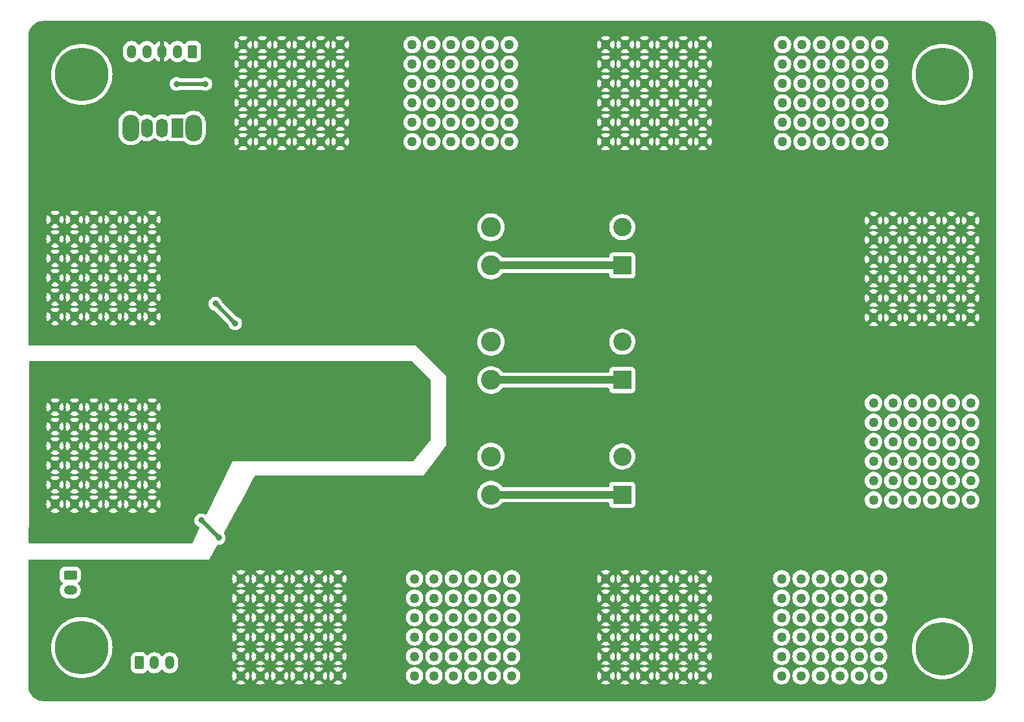
<source format=gbr>
%TF.GenerationSoftware,KiCad,Pcbnew,8.0.3-8.0.3-0~ubuntu22.04.1*%
%TF.CreationDate,2024-08-07T13:08:43+03:00*%
%TF.ProjectId,power_distribution_body,706f7765-725f-4646-9973-747269627574,rev?*%
%TF.SameCoordinates,Original*%
%TF.FileFunction,Copper,L2,Bot*%
%TF.FilePolarity,Positive*%
%FSLAX46Y46*%
G04 Gerber Fmt 4.6, Leading zero omitted, Abs format (unit mm)*
G04 Created by KiCad (PCBNEW 8.0.3-8.0.3-0~ubuntu22.04.1) date 2024-08-07 13:08:43*
%MOMM*%
%LPD*%
G01*
G04 APERTURE LIST*
G04 Aperture macros list*
%AMRoundRect*
0 Rectangle with rounded corners*
0 $1 Rounding radius*
0 $2 $3 $4 $5 $6 $7 $8 $9 X,Y pos of 4 corners*
0 Add a 4 corners polygon primitive as box body*
4,1,4,$2,$3,$4,$5,$6,$7,$8,$9,$2,$3,0*
0 Add four circle primitives for the rounded corners*
1,1,$1+$1,$2,$3*
1,1,$1+$1,$4,$5*
1,1,$1+$1,$6,$7*
1,1,$1+$1,$8,$9*
0 Add four rect primitives between the rounded corners*
20,1,$1+$1,$2,$3,$4,$5,0*
20,1,$1+$1,$4,$5,$6,$7,0*
20,1,$1+$1,$6,$7,$8,$9,0*
20,1,$1+$1,$8,$9,$2,$3,0*%
G04 Aperture macros list end*
%TA.AperFunction,ComponentPad*%
%ADD10C,0.800000*%
%TD*%
%TA.AperFunction,ComponentPad*%
%ADD11C,7.000000*%
%TD*%
%TA.AperFunction,ComponentPad*%
%ADD12C,1.270000*%
%TD*%
%TA.AperFunction,ComponentPad*%
%ADD13C,2.600000*%
%TD*%
%TA.AperFunction,ComponentPad*%
%ADD14R,2.400000X2.400000*%
%TD*%
%TA.AperFunction,ComponentPad*%
%ADD15C,2.400000*%
%TD*%
%TA.AperFunction,ComponentPad*%
%ADD16O,2.200000X3.500000*%
%TD*%
%TA.AperFunction,ComponentPad*%
%ADD17R,1.500000X2.500000*%
%TD*%
%TA.AperFunction,ComponentPad*%
%ADD18O,1.500000X2.500000*%
%TD*%
%TA.AperFunction,ComponentPad*%
%ADD19RoundRect,0.250000X-0.625000X0.350000X-0.625000X-0.350000X0.625000X-0.350000X0.625000X0.350000X0*%
%TD*%
%TA.AperFunction,ComponentPad*%
%ADD20O,1.750000X1.200000*%
%TD*%
%TA.AperFunction,ComponentPad*%
%ADD21RoundRect,0.250000X0.350000X0.625000X-0.350000X0.625000X-0.350000X-0.625000X0.350000X-0.625000X0*%
%TD*%
%TA.AperFunction,ComponentPad*%
%ADD22O,1.200000X1.750000*%
%TD*%
%TA.AperFunction,ComponentPad*%
%ADD23RoundRect,0.250000X-0.350000X-0.625000X0.350000X-0.625000X0.350000X0.625000X-0.350000X0.625000X0*%
%TD*%
%TA.AperFunction,ViaPad*%
%ADD24C,0.800000*%
%TD*%
%TA.AperFunction,Conductor*%
%ADD25C,0.500000*%
%TD*%
%TA.AperFunction,Conductor*%
%ADD26C,1.000000*%
%TD*%
G04 APERTURE END LIST*
D10*
%TO.P,H1,1,1*%
%TO.N,GND*%
X91725000Y-132500000D03*
X92493845Y-130643845D03*
X92493845Y-134356155D03*
X94350000Y-129875000D03*
D11*
X94350000Y-132500000D03*
D10*
X94350000Y-135125000D03*
X96206155Y-130643845D03*
X96206155Y-134356155D03*
X96975000Y-132500000D03*
%TD*%
D12*
%TO.P,J4,1*%
%TO.N,+BATT*%
X90850000Y-76500000D03*
X90850000Y-79040000D03*
X90850000Y-81580000D03*
X90850000Y-84120000D03*
X90850000Y-86660000D03*
X90850000Y-89200000D03*
X93390000Y-76500000D03*
X93390000Y-79040000D03*
X93390000Y-81580000D03*
X93390000Y-84120000D03*
X93390000Y-86660000D03*
X93390000Y-89200000D03*
X95930000Y-76500000D03*
X95930000Y-79040000D03*
X95930000Y-81580000D03*
X95930000Y-84120000D03*
X95930000Y-86660000D03*
X95930000Y-89200000D03*
X98470000Y-76500000D03*
X98470000Y-79040000D03*
X98470000Y-81580000D03*
X98470000Y-84120000D03*
X98470000Y-86660000D03*
X98470000Y-89200000D03*
X101010000Y-76500000D03*
X101010000Y-79040000D03*
X101010000Y-81580000D03*
X101010000Y-84120000D03*
X101010000Y-86660000D03*
X101010000Y-89200000D03*
X103550000Y-76500000D03*
X103550000Y-79040000D03*
X103550000Y-81580000D03*
X103550000Y-84120000D03*
X103550000Y-86660000D03*
X103550000Y-89200000D03*
%TD*%
%TO.P,J10,1*%
%TO.N,GND*%
X137850000Y-123500000D03*
X137850000Y-126040000D03*
X137850000Y-128580000D03*
X137850000Y-131120000D03*
X137850000Y-133660000D03*
X137850000Y-136200000D03*
X140390000Y-123500000D03*
X140390000Y-126040000D03*
X140390000Y-128580000D03*
X140390000Y-131120000D03*
X140390000Y-133660000D03*
X140390000Y-136200000D03*
X142930000Y-123500000D03*
X142930000Y-126040000D03*
X142930000Y-128580000D03*
X142930000Y-131120000D03*
X142930000Y-133660000D03*
X142930000Y-136200000D03*
X145470000Y-123500000D03*
X145470000Y-126040000D03*
X145470000Y-128580000D03*
X145470000Y-131120000D03*
X145470000Y-133660000D03*
X145470000Y-136200000D03*
X148010000Y-123500000D03*
X148010000Y-126040000D03*
X148010000Y-128580000D03*
X148010000Y-131120000D03*
X148010000Y-133660000D03*
X148010000Y-136200000D03*
X150550000Y-123500000D03*
X150550000Y-126040000D03*
X150550000Y-128580000D03*
X150550000Y-131120000D03*
X150550000Y-133660000D03*
X150550000Y-136200000D03*
%TD*%
%TO.P,J13,1*%
%TO.N,GND*%
X90850000Y-101040000D03*
X90850000Y-103580000D03*
X90850000Y-106120000D03*
X90850000Y-108660000D03*
X90850000Y-111200000D03*
X90850000Y-113740000D03*
X93390000Y-101040000D03*
X93390000Y-103580000D03*
X93390000Y-106120000D03*
X93390000Y-108660000D03*
X93390000Y-111200000D03*
X93390000Y-113740000D03*
X95930000Y-101040000D03*
X95930000Y-103580000D03*
X95930000Y-106120000D03*
X95930000Y-108660000D03*
X95930000Y-111200000D03*
X95930000Y-113740000D03*
X98470000Y-101040000D03*
X98470000Y-103580000D03*
X98470000Y-106120000D03*
X98470000Y-108660000D03*
X98470000Y-111200000D03*
X98470000Y-113740000D03*
X101010000Y-101040000D03*
X101010000Y-103580000D03*
X101010000Y-106120000D03*
X101010000Y-108660000D03*
X101010000Y-111200000D03*
X101010000Y-113740000D03*
X103550000Y-101040000D03*
X103550000Y-103580000D03*
X103550000Y-106120000D03*
X103550000Y-108660000D03*
X103550000Y-111200000D03*
X103550000Y-113740000D03*
%TD*%
D13*
%TO.P,L1,1*%
%TO.N,Net-(D1-K)*%
X147850000Y-107500000D03*
%TO.P,L1,2*%
%TO.N,+5V*%
X147850000Y-112500000D03*
%TD*%
D12*
%TO.P,J5,1*%
%TO.N,+BATT*%
X115450000Y-53600000D03*
X115450000Y-56140000D03*
X115450000Y-58680000D03*
X115450000Y-61220000D03*
X115450000Y-63760000D03*
X115450000Y-66300000D03*
X117990000Y-53600000D03*
X117990000Y-56140000D03*
X117990000Y-58680000D03*
X117990000Y-61220000D03*
X117990000Y-63760000D03*
X117990000Y-66300000D03*
X120530000Y-53600000D03*
X120530000Y-56140000D03*
X120530000Y-58680000D03*
X120530000Y-61220000D03*
X120530000Y-63760000D03*
X120530000Y-66300000D03*
X123070000Y-53600000D03*
X123070000Y-56140000D03*
X123070000Y-58680000D03*
X123070000Y-61220000D03*
X123070000Y-63760000D03*
X123070000Y-66300000D03*
X125610000Y-53600000D03*
X125610000Y-56140000D03*
X125610000Y-58680000D03*
X125610000Y-61220000D03*
X125610000Y-63760000D03*
X125610000Y-66300000D03*
X128150000Y-53600000D03*
X128150000Y-56140000D03*
X128150000Y-58680000D03*
X128150000Y-61220000D03*
X128150000Y-63760000D03*
X128150000Y-66300000D03*
%TD*%
D14*
%TO.P,C2,1*%
%TO.N,+5V*%
X165000000Y-112500000D03*
D15*
%TO.P,C2,2*%
%TO.N,GND*%
X165000000Y-107500000D03*
%TD*%
D12*
%TO.P,J12,1*%
%TO.N,GND*%
X185950000Y-53600000D03*
X185950000Y-56140000D03*
X185950000Y-58680000D03*
X185950000Y-61220000D03*
X185950000Y-63760000D03*
X185950000Y-66300000D03*
X188490000Y-53600000D03*
X188490000Y-56140000D03*
X188490000Y-58680000D03*
X188490000Y-61220000D03*
X188490000Y-63760000D03*
X188490000Y-66300000D03*
X191030000Y-53600000D03*
X191030000Y-56140000D03*
X191030000Y-58680000D03*
X191030000Y-61220000D03*
X191030000Y-63760000D03*
X191030000Y-66300000D03*
X193570000Y-53600000D03*
X193570000Y-56140000D03*
X193570000Y-58680000D03*
X193570000Y-61220000D03*
X193570000Y-63760000D03*
X193570000Y-66300000D03*
X196110000Y-53600000D03*
X196110000Y-56140000D03*
X196110000Y-58680000D03*
X196110000Y-61220000D03*
X196110000Y-63760000D03*
X196110000Y-66300000D03*
X198650000Y-53600000D03*
X198650000Y-56140000D03*
X198650000Y-58680000D03*
X198650000Y-61220000D03*
X198650000Y-63760000D03*
X198650000Y-66300000D03*
%TD*%
D13*
%TO.P,L2,1*%
%TO.N,Net-(D2-K)*%
X147850000Y-92500000D03*
%TO.P,L2,2*%
%TO.N,+3V3*%
X147850000Y-97500000D03*
%TD*%
D16*
%TO.P,SW1,*%
%TO.N,*%
X108950000Y-64500000D03*
X100750000Y-64500000D03*
D17*
%TO.P,SW1,1,C*%
%TO.N,+12V*%
X106850000Y-64500000D03*
D18*
%TO.P,SW1,2,B*%
%TO.N,Net-(SW1-B)*%
X104850000Y-64500000D03*
%TO.P,SW1,3,A*%
%TO.N,GND*%
X102850000Y-64500000D03*
%TD*%
D12*
%TO.P,J1,1*%
%TO.N,+BATT*%
X162850000Y-53600000D03*
X162850000Y-56140000D03*
X162850000Y-58680000D03*
X162850000Y-61220000D03*
X162850000Y-63760000D03*
X162850000Y-66300000D03*
X165390000Y-53600000D03*
X165390000Y-56140000D03*
X165390000Y-58680000D03*
X165390000Y-61220000D03*
X165390000Y-63760000D03*
X165390000Y-66300000D03*
X167930000Y-53600000D03*
X167930000Y-56140000D03*
X167930000Y-58680000D03*
X167930000Y-61220000D03*
X167930000Y-63760000D03*
X167930000Y-66300000D03*
X170470000Y-53600000D03*
X170470000Y-56140000D03*
X170470000Y-58680000D03*
X170470000Y-61220000D03*
X170470000Y-63760000D03*
X170470000Y-66300000D03*
X173010000Y-53600000D03*
X173010000Y-56140000D03*
X173010000Y-58680000D03*
X173010000Y-61220000D03*
X173010000Y-63760000D03*
X173010000Y-66300000D03*
X175550000Y-53600000D03*
X175550000Y-56140000D03*
X175550000Y-58680000D03*
X175550000Y-61220000D03*
X175550000Y-63760000D03*
X175550000Y-66300000D03*
%TD*%
D19*
%TO.P,J7,1,Pin_1*%
%TO.N,+5V*%
X92850000Y-123000000D03*
D20*
%TO.P,J7,2,Pin_2*%
%TO.N,GND*%
X92850000Y-125000000D03*
%TD*%
D12*
%TO.P,J15,1*%
%TO.N,GND*%
X197850000Y-100500000D03*
X197850000Y-103040000D03*
X197850000Y-105580000D03*
X197850000Y-108120000D03*
X197850000Y-110660000D03*
X197850000Y-113200000D03*
X200390000Y-100500000D03*
X200390000Y-103040000D03*
X200390000Y-105580000D03*
X200390000Y-108120000D03*
X200390000Y-110660000D03*
X200390000Y-113200000D03*
X202930000Y-100500000D03*
X202930000Y-103040000D03*
X202930000Y-105580000D03*
X202930000Y-108120000D03*
X202930000Y-110660000D03*
X202930000Y-113200000D03*
X205470000Y-100500000D03*
X205470000Y-103040000D03*
X205470000Y-105580000D03*
X205470000Y-108120000D03*
X205470000Y-110660000D03*
X205470000Y-113200000D03*
X208010000Y-100500000D03*
X208010000Y-103040000D03*
X208010000Y-105580000D03*
X208010000Y-108120000D03*
X208010000Y-110660000D03*
X208010000Y-113200000D03*
X210550000Y-100500000D03*
X210550000Y-103040000D03*
X210550000Y-105580000D03*
X210550000Y-108120000D03*
X210550000Y-110660000D03*
X210550000Y-113200000D03*
%TD*%
%TO.P,J9,1*%
%TO.N,+BATT*%
X115150000Y-123500000D03*
X115150000Y-126040000D03*
X115150000Y-128580000D03*
X115150000Y-131120000D03*
X115150000Y-133660000D03*
X115150000Y-136200000D03*
X117690000Y-123500000D03*
X117690000Y-126040000D03*
X117690000Y-128580000D03*
X117690000Y-131120000D03*
X117690000Y-133660000D03*
X117690000Y-136200000D03*
X120230000Y-123500000D03*
X120230000Y-126040000D03*
X120230000Y-128580000D03*
X120230000Y-131120000D03*
X120230000Y-133660000D03*
X120230000Y-136200000D03*
X122770000Y-123500000D03*
X122770000Y-126040000D03*
X122770000Y-128580000D03*
X122770000Y-131120000D03*
X122770000Y-133660000D03*
X122770000Y-136200000D03*
X125310000Y-123500000D03*
X125310000Y-126040000D03*
X125310000Y-128580000D03*
X125310000Y-131120000D03*
X125310000Y-133660000D03*
X125310000Y-136200000D03*
X127850000Y-123500000D03*
X127850000Y-126040000D03*
X127850000Y-128580000D03*
X127850000Y-131120000D03*
X127850000Y-133660000D03*
X127850000Y-136200000D03*
%TD*%
D10*
%TO.P,H2,1,1*%
%TO.N,GND*%
X204225000Y-57500000D03*
X204993845Y-55643845D03*
X204993845Y-59356155D03*
X206850000Y-54875000D03*
D11*
X206850000Y-57500000D03*
D10*
X206850000Y-60125000D03*
X208706155Y-55643845D03*
X208706155Y-59356155D03*
X209475000Y-57500000D03*
%TD*%
D12*
%TO.P,J3,1*%
%TO.N,+BATT*%
X197850000Y-76600000D03*
X197850000Y-79140000D03*
X197850000Y-81680000D03*
X197850000Y-84220000D03*
X197850000Y-86760000D03*
X197850000Y-89300000D03*
X200390000Y-76600000D03*
X200390000Y-79140000D03*
X200390000Y-81680000D03*
X200390000Y-84220000D03*
X200390000Y-86760000D03*
X200390000Y-89300000D03*
X202930000Y-76600000D03*
X202930000Y-79140000D03*
X202930000Y-81680000D03*
X202930000Y-84220000D03*
X202930000Y-86760000D03*
X202930000Y-89300000D03*
X205470000Y-76600000D03*
X205470000Y-79140000D03*
X205470000Y-81680000D03*
X205470000Y-84220000D03*
X205470000Y-86760000D03*
X205470000Y-89300000D03*
X208010000Y-76600000D03*
X208010000Y-79140000D03*
X208010000Y-81680000D03*
X208010000Y-84220000D03*
X208010000Y-86760000D03*
X208010000Y-89300000D03*
X210550000Y-76600000D03*
X210550000Y-79140000D03*
X210550000Y-81680000D03*
X210550000Y-84220000D03*
X210550000Y-86760000D03*
X210550000Y-89300000D03*
%TD*%
D21*
%TO.P,J6,1,Pin_1*%
%TO.N,+12V*%
X108850000Y-54500000D03*
D22*
%TO.P,J6,2,Pin_2*%
%TO.N,+3V3*%
X106850000Y-54500000D03*
%TO.P,J6,3,Pin_3*%
%TO.N,+BATT*%
X104850000Y-54500000D03*
%TO.P,J6,4,Pin_4*%
%TO.N,+5V*%
X102850000Y-54500000D03*
%TO.P,J6,5,Pin_5*%
%TO.N,GND*%
X100850000Y-54500000D03*
%TD*%
D14*
%TO.P,C4,1*%
%TO.N,+3V3*%
X165000000Y-97500000D03*
D15*
%TO.P,C4,2*%
%TO.N,GND*%
X165000000Y-92500000D03*
%TD*%
D10*
%TO.P,H4,1,1*%
%TO.N,GND*%
X204225000Y-132643845D03*
X204993845Y-130787690D03*
X204993845Y-134500000D03*
X206850000Y-130018845D03*
D11*
X206850000Y-132643845D03*
D10*
X206850000Y-135268845D03*
X208706155Y-130787690D03*
X208706155Y-134500000D03*
X209475000Y-132643845D03*
%TD*%
%TO.P,H3,1,1*%
%TO.N,GND*%
X91725000Y-57500000D03*
X92493845Y-55643845D03*
X92493845Y-59356155D03*
X94350000Y-54875000D03*
D11*
X94350000Y-57500000D03*
D10*
X94350000Y-60125000D03*
X96206155Y-55643845D03*
X96206155Y-59356155D03*
X96975000Y-57500000D03*
%TD*%
D14*
%TO.P,C3,1*%
%TO.N,+12V*%
X165000000Y-82500000D03*
D15*
%TO.P,C3,2*%
%TO.N,GND*%
X165000000Y-77500000D03*
%TD*%
D23*
%TO.P,J8,1,Pin_1*%
%TO.N,+12V*%
X101850000Y-134500000D03*
D22*
%TO.P,J8,2,Pin_2*%
%TO.N,+5V*%
X103850000Y-134500000D03*
%TO.P,J8,3,Pin_3*%
%TO.N,GND*%
X105850000Y-134500000D03*
%TD*%
D12*
%TO.P,J14,1*%
%TO.N,GND*%
X137550000Y-53600000D03*
X137550000Y-56140000D03*
X137550000Y-58680000D03*
X137550000Y-61220000D03*
X137550000Y-63760000D03*
X137550000Y-66300000D03*
X140090000Y-53600000D03*
X140090000Y-56140000D03*
X140090000Y-58680000D03*
X140090000Y-61220000D03*
X140090000Y-63760000D03*
X140090000Y-66300000D03*
X142630000Y-53600000D03*
X142630000Y-56140000D03*
X142630000Y-58680000D03*
X142630000Y-61220000D03*
X142630000Y-63760000D03*
X142630000Y-66300000D03*
X145170000Y-53600000D03*
X145170000Y-56140000D03*
X145170000Y-58680000D03*
X145170000Y-61220000D03*
X145170000Y-63760000D03*
X145170000Y-66300000D03*
X147710000Y-53600000D03*
X147710000Y-56140000D03*
X147710000Y-58680000D03*
X147710000Y-61220000D03*
X147710000Y-63760000D03*
X147710000Y-66300000D03*
X150250000Y-53600000D03*
X150250000Y-56140000D03*
X150250000Y-58680000D03*
X150250000Y-61220000D03*
X150250000Y-63760000D03*
X150250000Y-66300000D03*
%TD*%
%TO.P,J11,1*%
%TO.N,GND*%
X185850000Y-123500000D03*
X185850000Y-126040000D03*
X185850000Y-128580000D03*
X185850000Y-131120000D03*
X185850000Y-133660000D03*
X185850000Y-136200000D03*
X188390000Y-123500000D03*
X188390000Y-126040000D03*
X188390000Y-128580000D03*
X188390000Y-131120000D03*
X188390000Y-133660000D03*
X188390000Y-136200000D03*
X190930000Y-123500000D03*
X190930000Y-126040000D03*
X190930000Y-128580000D03*
X190930000Y-131120000D03*
X190930000Y-133660000D03*
X190930000Y-136200000D03*
X193470000Y-123500000D03*
X193470000Y-126040000D03*
X193470000Y-128580000D03*
X193470000Y-131120000D03*
X193470000Y-133660000D03*
X193470000Y-136200000D03*
X196010000Y-123500000D03*
X196010000Y-126040000D03*
X196010000Y-128580000D03*
X196010000Y-131120000D03*
X196010000Y-133660000D03*
X196010000Y-136200000D03*
X198550000Y-123500000D03*
X198550000Y-126040000D03*
X198550000Y-128580000D03*
X198550000Y-131120000D03*
X198550000Y-133660000D03*
X198550000Y-136200000D03*
%TD*%
%TO.P,J2,1*%
%TO.N,+BATT*%
X162850000Y-123500000D03*
X162850000Y-126040000D03*
X162850000Y-128580000D03*
X162850000Y-131120000D03*
X162850000Y-133660000D03*
X162850000Y-136200000D03*
X165390000Y-123500000D03*
X165390000Y-126040000D03*
X165390000Y-128580000D03*
X165390000Y-131120000D03*
X165390000Y-133660000D03*
X165390000Y-136200000D03*
X167930000Y-123500000D03*
X167930000Y-126040000D03*
X167930000Y-128580000D03*
X167930000Y-131120000D03*
X167930000Y-133660000D03*
X167930000Y-136200000D03*
X170470000Y-123500000D03*
X170470000Y-126040000D03*
X170470000Y-128580000D03*
X170470000Y-131120000D03*
X170470000Y-133660000D03*
X170470000Y-136200000D03*
X173010000Y-123500000D03*
X173010000Y-126040000D03*
X173010000Y-128580000D03*
X173010000Y-131120000D03*
X173010000Y-133660000D03*
X173010000Y-136200000D03*
X175550000Y-123500000D03*
X175550000Y-126040000D03*
X175550000Y-128580000D03*
X175550000Y-131120000D03*
X175550000Y-133660000D03*
X175550000Y-136200000D03*
%TD*%
D13*
%TO.P,L3,1*%
%TO.N,Net-(D3-K)*%
X147850000Y-77500000D03*
%TO.P,L3,2*%
%TO.N,+12V*%
X147850000Y-82500000D03*
%TD*%
D24*
%TO.N,GND*%
X110500000Y-58750000D03*
X131000000Y-99000000D03*
X114000000Y-101000000D03*
X114000000Y-100000000D03*
X122000000Y-102000000D03*
X125000000Y-101000000D03*
X130000000Y-97000000D03*
X129000000Y-100000000D03*
X114000000Y-99000000D03*
X125000000Y-103000000D03*
X125000000Y-100000000D03*
X106750000Y-58750000D03*
X114000000Y-98000000D03*
X115000000Y-102000000D03*
X124000000Y-102000000D03*
X122000000Y-100000000D03*
X121000000Y-102000000D03*
X125000000Y-104000000D03*
X124000000Y-104000000D03*
X131000000Y-106000000D03*
X120000000Y-100000000D03*
X128000000Y-98000000D03*
X138000000Y-98000000D03*
X134000000Y-106000000D03*
X138000000Y-99000000D03*
X115000000Y-97000000D03*
X134000000Y-107000000D03*
X124000000Y-103000000D03*
X129000000Y-107000000D03*
X128000000Y-96000000D03*
X125000000Y-105000000D03*
X134000000Y-99000000D03*
X118000000Y-102000000D03*
X132000000Y-106000000D03*
X114000000Y-97000000D03*
X129000000Y-98000000D03*
X125000000Y-102000000D03*
X130000000Y-100000000D03*
X124000000Y-100000000D03*
X123000000Y-102000000D03*
X115000000Y-101000000D03*
X120000000Y-102000000D03*
X131000000Y-100000000D03*
X136000000Y-107000000D03*
X136000000Y-99000000D03*
X135000000Y-106000000D03*
X118000000Y-101000000D03*
X128000000Y-107000000D03*
X128000000Y-99000000D03*
X135000000Y-98000000D03*
X131000000Y-96000000D03*
X134000000Y-96000000D03*
X117000000Y-101000000D03*
X137000000Y-107000000D03*
X114000000Y-102000000D03*
X137000000Y-96000000D03*
X116000000Y-101000000D03*
X136000000Y-100000000D03*
X133000000Y-97000000D03*
X128000000Y-106000000D03*
X121000000Y-101000000D03*
X134000000Y-98000000D03*
X135000000Y-107000000D03*
X133000000Y-99000000D03*
X135000000Y-100000000D03*
X129000000Y-96000000D03*
X129000000Y-106000000D03*
X137000000Y-99000000D03*
X117000000Y-100000000D03*
X124000000Y-101000000D03*
X123000000Y-100000000D03*
X130000000Y-96000000D03*
X138000000Y-106000000D03*
X136000000Y-98000000D03*
X137000000Y-100000000D03*
X136000000Y-97000000D03*
X136000000Y-106000000D03*
X114000000Y-96000000D03*
X132000000Y-100000000D03*
X134000000Y-97000000D03*
X117000000Y-102000000D03*
X118000000Y-101000000D03*
X129000000Y-97000000D03*
X135000000Y-96000000D03*
X119000000Y-102000000D03*
X132000000Y-98000000D03*
X137000000Y-98000000D03*
X134000000Y-98000000D03*
X132000000Y-96000000D03*
X131000000Y-98000000D03*
X130000000Y-98000000D03*
X128000000Y-100000000D03*
X132000000Y-107000000D03*
X133000000Y-96000000D03*
X137000000Y-97000000D03*
X135000000Y-97000000D03*
X137000000Y-106000000D03*
X138000000Y-97000000D03*
X116000000Y-100000000D03*
X120000000Y-101000000D03*
X134000000Y-100000000D03*
X115000000Y-99000000D03*
X115000000Y-96000000D03*
X130000000Y-99000000D03*
X136000000Y-96000000D03*
X123000000Y-101000000D03*
X131000000Y-107000000D03*
X135000000Y-99000000D03*
X122000000Y-101000000D03*
X130000000Y-107000000D03*
X132000000Y-99000000D03*
X129000000Y-99000000D03*
X118000000Y-100000000D03*
X119000000Y-100000000D03*
X132000000Y-97000000D03*
X133000000Y-98000000D03*
X128000000Y-97000000D03*
X133000000Y-106000000D03*
X121000000Y-100000000D03*
X133000000Y-100000000D03*
X119000000Y-101000000D03*
X115000000Y-98000000D03*
X138000000Y-100000000D03*
X130000000Y-106000000D03*
X133000000Y-107000000D03*
X131000000Y-97000000D03*
X115000000Y-100000000D03*
X116000000Y-102000000D03*
%TO.N,+5V*%
X112250000Y-118150000D03*
X109970000Y-115860000D03*
%TO.N,+3V3*%
X114390000Y-90070000D03*
X111820000Y-87510000D03*
%TD*%
D25*
%TO.N,GND*%
X106750000Y-58750000D02*
X110500000Y-58750000D01*
D26*
%TO.N,+12V*%
X165000000Y-82500000D02*
X147850000Y-82500000D01*
%TO.N,+5V*%
X165000000Y-112500000D02*
X147850000Y-112500000D01*
D25*
X109970000Y-115860000D02*
X109970000Y-115870000D01*
X109970000Y-115870000D02*
X112250000Y-118150000D01*
%TO.N,+3V3*%
X114380000Y-90070000D02*
X111820000Y-87510000D01*
X114390000Y-90070000D02*
X114380000Y-90070000D01*
D26*
X165000000Y-97500000D02*
X147850000Y-97500000D01*
%TD*%
%TA.AperFunction,Conductor*%
%TO.N,+BATT*%
G36*
X211854043Y-50500765D02*
G01*
X212102895Y-50517075D01*
X212118953Y-50519190D01*
X212326105Y-50560395D01*
X212359535Y-50567045D01*
X212375202Y-50571243D01*
X212544947Y-50628863D01*
X212607481Y-50650091D01*
X212622458Y-50656294D01*
X212831799Y-50759529D01*
X212842460Y-50764787D01*
X212856508Y-50772897D01*
X213060464Y-50909177D01*
X213073328Y-50919048D01*
X213257749Y-51080781D01*
X213269218Y-51092250D01*
X213430951Y-51276671D01*
X213440825Y-51289539D01*
X213577102Y-51493492D01*
X213585212Y-51507539D01*
X213693702Y-51727534D01*
X213699909Y-51742520D01*
X213778756Y-51974797D01*
X213782954Y-51990464D01*
X213830807Y-52231035D01*
X213832925Y-52247116D01*
X213849235Y-52495956D01*
X213849500Y-52504066D01*
X213849500Y-137495933D01*
X213849235Y-137504043D01*
X213832925Y-137752883D01*
X213830807Y-137768964D01*
X213782954Y-138009535D01*
X213778756Y-138025202D01*
X213699909Y-138257479D01*
X213693702Y-138272465D01*
X213585212Y-138492460D01*
X213577102Y-138506507D01*
X213440825Y-138710460D01*
X213430951Y-138723328D01*
X213269218Y-138907749D01*
X213257749Y-138919218D01*
X213073328Y-139080951D01*
X213060460Y-139090825D01*
X212856507Y-139227102D01*
X212842460Y-139235212D01*
X212622465Y-139343702D01*
X212607479Y-139349909D01*
X212375202Y-139428756D01*
X212359535Y-139432954D01*
X212118964Y-139480807D01*
X212102883Y-139482925D01*
X211854043Y-139499235D01*
X211845933Y-139499500D01*
X89354067Y-139499500D01*
X89345957Y-139499235D01*
X89097116Y-139482925D01*
X89081035Y-139480807D01*
X88840464Y-139432954D01*
X88824797Y-139428756D01*
X88592520Y-139349909D01*
X88577534Y-139343702D01*
X88357539Y-139235212D01*
X88343492Y-139227102D01*
X88139539Y-139090825D01*
X88126671Y-139080951D01*
X87942250Y-138919218D01*
X87930781Y-138907749D01*
X87769048Y-138723328D01*
X87759174Y-138710460D01*
X87622897Y-138506507D01*
X87614787Y-138492460D01*
X87508855Y-138277652D01*
X87506294Y-138272458D01*
X87500090Y-138257479D01*
X87421243Y-138025202D01*
X87417045Y-138009535D01*
X87409186Y-137970026D01*
X87369190Y-137768953D01*
X87367075Y-137752895D01*
X87350765Y-137504043D01*
X87350500Y-137495933D01*
X87350500Y-137159663D01*
X114543887Y-137159663D01*
X114641918Y-137220362D01*
X114641920Y-137220363D01*
X114838063Y-137296348D01*
X115044829Y-137335000D01*
X115255171Y-137335000D01*
X115461935Y-137296348D01*
X115461936Y-137296348D01*
X115658079Y-137220363D01*
X115658080Y-137220362D01*
X115756110Y-137159664D01*
X115756111Y-137159663D01*
X117083887Y-137159663D01*
X117181918Y-137220362D01*
X117181920Y-137220363D01*
X117378063Y-137296348D01*
X117584829Y-137335000D01*
X117795171Y-137335000D01*
X118001935Y-137296348D01*
X118001936Y-137296348D01*
X118198079Y-137220363D01*
X118198080Y-137220362D01*
X118296110Y-137159664D01*
X118296111Y-137159663D01*
X119623887Y-137159663D01*
X119721918Y-137220362D01*
X119721920Y-137220363D01*
X119918063Y-137296348D01*
X120124829Y-137335000D01*
X120335171Y-137335000D01*
X120541935Y-137296348D01*
X120541936Y-137296348D01*
X120738079Y-137220363D01*
X120738080Y-137220362D01*
X120836110Y-137159664D01*
X120836111Y-137159663D01*
X122163887Y-137159663D01*
X122261918Y-137220362D01*
X122261920Y-137220363D01*
X122458063Y-137296348D01*
X122664829Y-137335000D01*
X122875171Y-137335000D01*
X123081935Y-137296348D01*
X123081936Y-137296348D01*
X123278079Y-137220363D01*
X123278080Y-137220362D01*
X123376110Y-137159664D01*
X123376111Y-137159663D01*
X124703887Y-137159663D01*
X124801918Y-137220362D01*
X124801920Y-137220363D01*
X124998063Y-137296348D01*
X125204829Y-137335000D01*
X125415171Y-137335000D01*
X125621935Y-137296348D01*
X125621936Y-137296348D01*
X125818079Y-137220363D01*
X125818080Y-137220362D01*
X125916110Y-137159664D01*
X125916111Y-137159663D01*
X127243887Y-137159663D01*
X127341918Y-137220362D01*
X127341920Y-137220363D01*
X127538063Y-137296348D01*
X127744829Y-137335000D01*
X127955171Y-137335000D01*
X128161935Y-137296348D01*
X128161936Y-137296348D01*
X128358079Y-137220363D01*
X128358080Y-137220362D01*
X128456110Y-137159664D01*
X128456111Y-137159663D01*
X127850001Y-136553553D01*
X127850000Y-136553553D01*
X127243887Y-137159663D01*
X125916111Y-137159663D01*
X125310001Y-136553553D01*
X125310000Y-136553553D01*
X124703887Y-137159663D01*
X123376111Y-137159663D01*
X122770001Y-136553553D01*
X122770000Y-136553553D01*
X122163887Y-137159663D01*
X120836111Y-137159663D01*
X120230001Y-136553553D01*
X120230000Y-136553553D01*
X119623887Y-137159663D01*
X118296111Y-137159663D01*
X117690001Y-136553553D01*
X117690000Y-136553553D01*
X117083887Y-137159663D01*
X115756111Y-137159663D01*
X115150001Y-136553553D01*
X115150000Y-136553553D01*
X114543887Y-137159663D01*
X87350500Y-137159663D01*
X87350500Y-132500000D01*
X90344675Y-132500000D01*
X90363962Y-132892591D01*
X90416689Y-133248053D01*
X90421637Y-133281406D01*
X90517143Y-133662684D01*
X90649561Y-134032770D01*
X90649562Y-134032772D01*
X90817620Y-134388100D01*
X91019692Y-134725236D01*
X91019694Y-134725239D01*
X91247723Y-135032701D01*
X91253846Y-135040956D01*
X91517807Y-135332192D01*
X91809043Y-135596153D01*
X91809049Y-135596158D01*
X92124761Y-135830306D01*
X92182641Y-135864998D01*
X92461899Y-136032379D01*
X92461902Y-136032380D01*
X92461903Y-136032381D01*
X92817228Y-136200438D01*
X93187316Y-136332857D01*
X93568600Y-136428364D01*
X93957409Y-136486038D01*
X94350000Y-136505325D01*
X94742591Y-136486038D01*
X95131400Y-136428364D01*
X95512684Y-136332857D01*
X95882772Y-136200438D01*
X95883700Y-136199999D01*
X114010138Y-136199999D01*
X114010138Y-136200000D01*
X114029545Y-136409444D01*
X114087111Y-136611769D01*
X114180871Y-136800062D01*
X114187545Y-136808899D01*
X114796447Y-136200000D01*
X114745923Y-136149476D01*
X114896000Y-136149476D01*
X114896000Y-136250524D01*
X114934669Y-136343879D01*
X115006121Y-136415331D01*
X115099476Y-136454000D01*
X115200524Y-136454000D01*
X115293879Y-136415331D01*
X115365331Y-136343879D01*
X115404000Y-136250524D01*
X115404000Y-136199999D01*
X115503553Y-136199999D01*
X115503553Y-136200000D01*
X116112452Y-136808899D01*
X116112453Y-136808899D01*
X116119128Y-136800061D01*
X116212888Y-136611769D01*
X116270454Y-136409444D01*
X116289862Y-136200000D01*
X116289862Y-136199999D01*
X116550138Y-136199999D01*
X116550138Y-136200000D01*
X116569545Y-136409444D01*
X116627111Y-136611769D01*
X116720871Y-136800062D01*
X116727545Y-136808899D01*
X117336447Y-136200000D01*
X117285923Y-136149476D01*
X117436000Y-136149476D01*
X117436000Y-136250524D01*
X117474669Y-136343879D01*
X117546121Y-136415331D01*
X117639476Y-136454000D01*
X117740524Y-136454000D01*
X117833879Y-136415331D01*
X117905331Y-136343879D01*
X117944000Y-136250524D01*
X117944000Y-136199999D01*
X118043553Y-136199999D01*
X118043553Y-136200000D01*
X118652452Y-136808899D01*
X118652453Y-136808899D01*
X118659128Y-136800061D01*
X118752888Y-136611769D01*
X118810454Y-136409444D01*
X118829862Y-136200000D01*
X118829862Y-136199999D01*
X119090138Y-136199999D01*
X119090138Y-136200000D01*
X119109545Y-136409444D01*
X119167111Y-136611769D01*
X119260871Y-136800062D01*
X119267545Y-136808899D01*
X119876447Y-136200000D01*
X119825923Y-136149476D01*
X119976000Y-136149476D01*
X119976000Y-136250524D01*
X120014669Y-136343879D01*
X120086121Y-136415331D01*
X120179476Y-136454000D01*
X120280524Y-136454000D01*
X120373879Y-136415331D01*
X120445331Y-136343879D01*
X120484000Y-136250524D01*
X120484000Y-136199999D01*
X120583553Y-136199999D01*
X120583553Y-136200000D01*
X121192452Y-136808899D01*
X121192453Y-136808899D01*
X121199128Y-136800061D01*
X121292888Y-136611769D01*
X121350454Y-136409444D01*
X121369862Y-136200000D01*
X121369862Y-136199999D01*
X121630138Y-136199999D01*
X121630138Y-136200000D01*
X121649545Y-136409444D01*
X121707111Y-136611769D01*
X121800871Y-136800062D01*
X121807545Y-136808899D01*
X122416447Y-136200000D01*
X122365923Y-136149476D01*
X122516000Y-136149476D01*
X122516000Y-136250524D01*
X122554669Y-136343879D01*
X122626121Y-136415331D01*
X122719476Y-136454000D01*
X122820524Y-136454000D01*
X122913879Y-136415331D01*
X122985331Y-136343879D01*
X123024000Y-136250524D01*
X123024000Y-136199999D01*
X123123553Y-136199999D01*
X123123553Y-136200000D01*
X123732452Y-136808899D01*
X123732453Y-136808899D01*
X123739128Y-136800061D01*
X123832888Y-136611769D01*
X123890454Y-136409444D01*
X123909862Y-136200000D01*
X123909862Y-136199999D01*
X124170138Y-136199999D01*
X124170138Y-136200000D01*
X124189545Y-136409444D01*
X124247111Y-136611769D01*
X124340871Y-136800062D01*
X124347545Y-136808899D01*
X124956447Y-136200000D01*
X124905923Y-136149476D01*
X125056000Y-136149476D01*
X125056000Y-136250524D01*
X125094669Y-136343879D01*
X125166121Y-136415331D01*
X125259476Y-136454000D01*
X125360524Y-136454000D01*
X125453879Y-136415331D01*
X125525331Y-136343879D01*
X125564000Y-136250524D01*
X125564000Y-136199999D01*
X125663553Y-136199999D01*
X125663553Y-136200000D01*
X126272452Y-136808899D01*
X126272453Y-136808899D01*
X126279128Y-136800061D01*
X126372888Y-136611769D01*
X126430454Y-136409444D01*
X126449862Y-136200000D01*
X126449862Y-136199999D01*
X126710138Y-136199999D01*
X126710138Y-136200000D01*
X126729545Y-136409444D01*
X126787111Y-136611769D01*
X126880871Y-136800062D01*
X126887546Y-136808900D01*
X127496447Y-136200000D01*
X127445923Y-136149476D01*
X127596000Y-136149476D01*
X127596000Y-136250524D01*
X127634669Y-136343879D01*
X127706121Y-136415331D01*
X127799476Y-136454000D01*
X127900524Y-136454000D01*
X127993879Y-136415331D01*
X128065331Y-136343879D01*
X128104000Y-136250524D01*
X128104000Y-136199999D01*
X128203553Y-136199999D01*
X128203553Y-136200000D01*
X128812452Y-136808899D01*
X128812453Y-136808899D01*
X128819128Y-136800061D01*
X128912888Y-136611769D01*
X128970454Y-136409444D01*
X128989862Y-136200000D01*
X128989862Y-136199999D01*
X136709635Y-136199999D01*
X136709635Y-136200000D01*
X136729051Y-136409537D01*
X136729051Y-136409539D01*
X136729052Y-136409542D01*
X136786641Y-136611947D01*
X136786642Y-136611950D01*
X136880442Y-136800325D01*
X137007261Y-136968260D01*
X137162776Y-137110030D01*
X137162778Y-137110032D01*
X137341692Y-137220811D01*
X137341698Y-137220814D01*
X137383268Y-137236918D01*
X137537924Y-137296832D01*
X137744780Y-137335500D01*
X137744782Y-137335500D01*
X137955218Y-137335500D01*
X137955220Y-137335500D01*
X138162076Y-137296832D01*
X138358304Y-137220813D01*
X138537223Y-137110031D01*
X138692740Y-136968259D01*
X138819558Y-136800325D01*
X138913359Y-136611947D01*
X138970948Y-136409542D01*
X138990365Y-136200000D01*
X138990365Y-136199999D01*
X139249635Y-136199999D01*
X139249635Y-136200000D01*
X139269051Y-136409537D01*
X139269051Y-136409539D01*
X139269052Y-136409542D01*
X139326641Y-136611947D01*
X139326642Y-136611950D01*
X139420442Y-136800325D01*
X139547261Y-136968260D01*
X139702776Y-137110030D01*
X139702778Y-137110032D01*
X139881692Y-137220811D01*
X139881698Y-137220814D01*
X139923268Y-137236918D01*
X140077924Y-137296832D01*
X140284780Y-137335500D01*
X140284782Y-137335500D01*
X140495218Y-137335500D01*
X140495220Y-137335500D01*
X140702076Y-137296832D01*
X140898304Y-137220813D01*
X141077223Y-137110031D01*
X141232740Y-136968259D01*
X141359558Y-136800325D01*
X141453359Y-136611947D01*
X141510948Y-136409542D01*
X141530365Y-136200000D01*
X141530365Y-136199999D01*
X141789635Y-136199999D01*
X141789635Y-136200000D01*
X141809051Y-136409537D01*
X141809051Y-136409539D01*
X141809052Y-136409542D01*
X141866641Y-136611947D01*
X141866642Y-136611950D01*
X141960442Y-136800325D01*
X142087261Y-136968260D01*
X142242776Y-137110030D01*
X142242778Y-137110032D01*
X142421692Y-137220811D01*
X142421698Y-137220814D01*
X142463268Y-137236918D01*
X142617924Y-137296832D01*
X142824780Y-137335500D01*
X142824782Y-137335500D01*
X143035218Y-137335500D01*
X143035220Y-137335500D01*
X143242076Y-137296832D01*
X143438304Y-137220813D01*
X143617223Y-137110031D01*
X143772740Y-136968259D01*
X143899558Y-136800325D01*
X143993359Y-136611947D01*
X144050948Y-136409542D01*
X144070365Y-136200000D01*
X144070365Y-136199999D01*
X144329635Y-136199999D01*
X144329635Y-136200000D01*
X144349051Y-136409537D01*
X144349051Y-136409539D01*
X144349052Y-136409542D01*
X144406641Y-136611947D01*
X144406642Y-136611950D01*
X144500442Y-136800325D01*
X144627261Y-136968260D01*
X144782776Y-137110030D01*
X144782778Y-137110032D01*
X144961692Y-137220811D01*
X144961698Y-137220814D01*
X145003268Y-137236918D01*
X145157924Y-137296832D01*
X145364780Y-137335500D01*
X145364782Y-137335500D01*
X145575218Y-137335500D01*
X145575220Y-137335500D01*
X145782076Y-137296832D01*
X145978304Y-137220813D01*
X146157223Y-137110031D01*
X146312740Y-136968259D01*
X146439558Y-136800325D01*
X146533359Y-136611947D01*
X146590948Y-136409542D01*
X146610365Y-136200000D01*
X146610365Y-136199999D01*
X146869635Y-136199999D01*
X146869635Y-136200000D01*
X146889051Y-136409537D01*
X146889051Y-136409539D01*
X146889052Y-136409542D01*
X146946641Y-136611947D01*
X146946642Y-136611950D01*
X147040442Y-136800325D01*
X147167261Y-136968260D01*
X147322776Y-137110030D01*
X147322778Y-137110032D01*
X147501692Y-137220811D01*
X147501698Y-137220814D01*
X147543268Y-137236918D01*
X147697924Y-137296832D01*
X147904780Y-137335500D01*
X147904782Y-137335500D01*
X148115218Y-137335500D01*
X148115220Y-137335500D01*
X148322076Y-137296832D01*
X148518304Y-137220813D01*
X148697223Y-137110031D01*
X148852740Y-136968259D01*
X148979558Y-136800325D01*
X149073359Y-136611947D01*
X149130948Y-136409542D01*
X149150365Y-136200000D01*
X149150365Y-136199999D01*
X149409635Y-136199999D01*
X149409635Y-136200000D01*
X149429051Y-136409537D01*
X149429051Y-136409539D01*
X149429052Y-136409542D01*
X149486641Y-136611947D01*
X149486642Y-136611950D01*
X149580442Y-136800325D01*
X149707261Y-136968260D01*
X149862776Y-137110030D01*
X149862778Y-137110032D01*
X150041692Y-137220811D01*
X150041698Y-137220814D01*
X150083268Y-137236918D01*
X150237924Y-137296832D01*
X150444780Y-137335500D01*
X150444782Y-137335500D01*
X150655218Y-137335500D01*
X150655220Y-137335500D01*
X150862076Y-137296832D01*
X151058304Y-137220813D01*
X151157065Y-137159663D01*
X162243887Y-137159663D01*
X162341918Y-137220362D01*
X162341920Y-137220363D01*
X162538063Y-137296348D01*
X162744829Y-137335000D01*
X162955171Y-137335000D01*
X163161935Y-137296348D01*
X163161936Y-137296348D01*
X163358079Y-137220363D01*
X163358080Y-137220362D01*
X163456110Y-137159664D01*
X163456111Y-137159663D01*
X164783887Y-137159663D01*
X164881918Y-137220362D01*
X164881920Y-137220363D01*
X165078063Y-137296348D01*
X165284829Y-137335000D01*
X165495171Y-137335000D01*
X165701935Y-137296348D01*
X165701936Y-137296348D01*
X165898079Y-137220363D01*
X165898080Y-137220362D01*
X165996110Y-137159664D01*
X165996111Y-137159663D01*
X167323887Y-137159663D01*
X167421918Y-137220362D01*
X167421920Y-137220363D01*
X167618063Y-137296348D01*
X167824829Y-137335000D01*
X168035171Y-137335000D01*
X168241935Y-137296348D01*
X168241936Y-137296348D01*
X168438079Y-137220363D01*
X168438080Y-137220362D01*
X168536110Y-137159664D01*
X168536111Y-137159663D01*
X169863887Y-137159663D01*
X169961918Y-137220362D01*
X169961920Y-137220363D01*
X170158063Y-137296348D01*
X170364829Y-137335000D01*
X170575171Y-137335000D01*
X170781935Y-137296348D01*
X170781936Y-137296348D01*
X170978079Y-137220363D01*
X170978080Y-137220362D01*
X171076110Y-137159664D01*
X171076111Y-137159663D01*
X172403887Y-137159663D01*
X172501918Y-137220362D01*
X172501920Y-137220363D01*
X172698063Y-137296348D01*
X172904829Y-137335000D01*
X173115171Y-137335000D01*
X173321935Y-137296348D01*
X173321936Y-137296348D01*
X173518079Y-137220363D01*
X173518080Y-137220362D01*
X173616110Y-137159664D01*
X173616111Y-137159663D01*
X174943887Y-137159663D01*
X175041918Y-137220362D01*
X175041920Y-137220363D01*
X175238063Y-137296348D01*
X175444829Y-137335000D01*
X175655171Y-137335000D01*
X175861935Y-137296348D01*
X175861936Y-137296348D01*
X176058079Y-137220363D01*
X176058080Y-137220362D01*
X176156110Y-137159664D01*
X176156111Y-137159663D01*
X175550001Y-136553553D01*
X175550000Y-136553553D01*
X174943887Y-137159663D01*
X173616111Y-137159663D01*
X173010001Y-136553553D01*
X173010000Y-136553553D01*
X172403887Y-137159663D01*
X171076111Y-137159663D01*
X170470001Y-136553553D01*
X170470000Y-136553553D01*
X169863887Y-137159663D01*
X168536111Y-137159663D01*
X167930001Y-136553553D01*
X167930000Y-136553553D01*
X167323887Y-137159663D01*
X165996111Y-137159663D01*
X165390001Y-136553553D01*
X165390000Y-136553553D01*
X164783887Y-137159663D01*
X163456111Y-137159663D01*
X162850001Y-136553553D01*
X162850000Y-136553553D01*
X162243887Y-137159663D01*
X151157065Y-137159663D01*
X151237223Y-137110031D01*
X151392740Y-136968259D01*
X151519558Y-136800325D01*
X151613359Y-136611947D01*
X151670948Y-136409542D01*
X151690365Y-136200000D01*
X151690365Y-136199999D01*
X161710138Y-136199999D01*
X161710138Y-136200000D01*
X161729545Y-136409444D01*
X161787111Y-136611769D01*
X161880871Y-136800062D01*
X161887546Y-136808900D01*
X162496447Y-136200000D01*
X162496447Y-136199999D01*
X162445924Y-136149476D01*
X162596000Y-136149476D01*
X162596000Y-136250524D01*
X162634669Y-136343879D01*
X162706121Y-136415331D01*
X162799476Y-136454000D01*
X162900524Y-136454000D01*
X162993879Y-136415331D01*
X163065331Y-136343879D01*
X163104000Y-136250524D01*
X163104000Y-136199999D01*
X163203553Y-136199999D01*
X163203553Y-136200000D01*
X163812452Y-136808899D01*
X163812453Y-136808899D01*
X163819128Y-136800061D01*
X163912888Y-136611769D01*
X163970454Y-136409444D01*
X163989862Y-136200000D01*
X163989862Y-136199999D01*
X164250138Y-136199999D01*
X164250138Y-136200000D01*
X164269545Y-136409444D01*
X164327111Y-136611769D01*
X164420871Y-136800062D01*
X164427545Y-136808899D01*
X165036447Y-136200000D01*
X164985923Y-136149476D01*
X165136000Y-136149476D01*
X165136000Y-136250524D01*
X165174669Y-136343879D01*
X165246121Y-136415331D01*
X165339476Y-136454000D01*
X165440524Y-136454000D01*
X165533879Y-136415331D01*
X165605331Y-136343879D01*
X165644000Y-136250524D01*
X165644000Y-136199999D01*
X165743553Y-136199999D01*
X165743553Y-136200000D01*
X166352452Y-136808899D01*
X166352453Y-136808899D01*
X166359128Y-136800061D01*
X166452888Y-136611769D01*
X166510454Y-136409444D01*
X166529862Y-136200000D01*
X166529862Y-136199999D01*
X166790138Y-136199999D01*
X166790138Y-136200000D01*
X166809545Y-136409444D01*
X166867111Y-136611769D01*
X166960871Y-136800062D01*
X166967545Y-136808899D01*
X167576447Y-136200000D01*
X167525923Y-136149476D01*
X167676000Y-136149476D01*
X167676000Y-136250524D01*
X167714669Y-136343879D01*
X167786121Y-136415331D01*
X167879476Y-136454000D01*
X167980524Y-136454000D01*
X168073879Y-136415331D01*
X168145331Y-136343879D01*
X168184000Y-136250524D01*
X168184000Y-136199999D01*
X168283553Y-136199999D01*
X168283553Y-136200000D01*
X168892452Y-136808899D01*
X168892453Y-136808899D01*
X168899128Y-136800061D01*
X168992888Y-136611769D01*
X169050454Y-136409444D01*
X169069862Y-136200000D01*
X169069862Y-136199999D01*
X169330138Y-136199999D01*
X169330138Y-136200000D01*
X169349545Y-136409444D01*
X169407111Y-136611769D01*
X169500871Y-136800062D01*
X169507545Y-136808899D01*
X170116447Y-136200000D01*
X170065923Y-136149476D01*
X170216000Y-136149476D01*
X170216000Y-136250524D01*
X170254669Y-136343879D01*
X170326121Y-136415331D01*
X170419476Y-136454000D01*
X170520524Y-136454000D01*
X170613879Y-136415331D01*
X170685331Y-136343879D01*
X170724000Y-136250524D01*
X170724000Y-136199999D01*
X170823553Y-136199999D01*
X170823553Y-136200000D01*
X171432452Y-136808899D01*
X171432453Y-136808899D01*
X171439128Y-136800061D01*
X171532888Y-136611769D01*
X171590454Y-136409444D01*
X171609862Y-136200000D01*
X171609862Y-136199999D01*
X171870138Y-136199999D01*
X171870138Y-136200000D01*
X171889545Y-136409444D01*
X171947111Y-136611769D01*
X172040871Y-136800062D01*
X172047545Y-136808899D01*
X172656447Y-136200000D01*
X172656447Y-136199999D01*
X172605924Y-136149476D01*
X172756000Y-136149476D01*
X172756000Y-136250524D01*
X172794669Y-136343879D01*
X172866121Y-136415331D01*
X172959476Y-136454000D01*
X173060524Y-136454000D01*
X173153879Y-136415331D01*
X173225331Y-136343879D01*
X173264000Y-136250524D01*
X173264000Y-136199999D01*
X173363553Y-136199999D01*
X173363553Y-136200000D01*
X173972452Y-136808899D01*
X173972453Y-136808899D01*
X173979128Y-136800061D01*
X174072888Y-136611769D01*
X174130454Y-136409444D01*
X174149862Y-136200000D01*
X174149862Y-136199999D01*
X174410138Y-136199999D01*
X174410138Y-136200000D01*
X174429545Y-136409444D01*
X174487111Y-136611769D01*
X174580871Y-136800062D01*
X174587545Y-136808899D01*
X175196447Y-136200000D01*
X175196447Y-136199999D01*
X175145924Y-136149476D01*
X175296000Y-136149476D01*
X175296000Y-136250524D01*
X175334669Y-136343879D01*
X175406121Y-136415331D01*
X175499476Y-136454000D01*
X175600524Y-136454000D01*
X175693879Y-136415331D01*
X175765331Y-136343879D01*
X175804000Y-136250524D01*
X175804000Y-136199999D01*
X175903553Y-136199999D01*
X175903553Y-136200000D01*
X176512452Y-136808899D01*
X176512453Y-136808899D01*
X176519128Y-136800061D01*
X176612888Y-136611769D01*
X176670454Y-136409444D01*
X176689862Y-136200000D01*
X176689862Y-136199999D01*
X184709635Y-136199999D01*
X184709635Y-136200000D01*
X184729051Y-136409537D01*
X184729051Y-136409539D01*
X184729052Y-136409542D01*
X184786641Y-136611947D01*
X184786642Y-136611950D01*
X184880442Y-136800325D01*
X185007261Y-136968260D01*
X185162776Y-137110030D01*
X185162778Y-137110032D01*
X185341692Y-137220811D01*
X185341698Y-137220814D01*
X185383268Y-137236918D01*
X185537924Y-137296832D01*
X185744780Y-137335500D01*
X185744782Y-137335500D01*
X185955218Y-137335500D01*
X185955220Y-137335500D01*
X186162076Y-137296832D01*
X186358304Y-137220813D01*
X186537223Y-137110031D01*
X186692740Y-136968259D01*
X186819558Y-136800325D01*
X186913359Y-136611947D01*
X186970948Y-136409542D01*
X186990365Y-136200000D01*
X186990365Y-136199999D01*
X187249635Y-136199999D01*
X187249635Y-136200000D01*
X187269051Y-136409537D01*
X187269051Y-136409539D01*
X187269052Y-136409542D01*
X187326641Y-136611947D01*
X187326642Y-136611950D01*
X187420442Y-136800325D01*
X187547261Y-136968260D01*
X187702776Y-137110030D01*
X187702778Y-137110032D01*
X187881692Y-137220811D01*
X187881698Y-137220814D01*
X187923268Y-137236918D01*
X188077924Y-137296832D01*
X188284780Y-137335500D01*
X188284782Y-137335500D01*
X188495218Y-137335500D01*
X188495220Y-137335500D01*
X188702076Y-137296832D01*
X188898304Y-137220813D01*
X189077223Y-137110031D01*
X189232740Y-136968259D01*
X189359558Y-136800325D01*
X189453359Y-136611947D01*
X189510948Y-136409542D01*
X189530365Y-136200000D01*
X189530365Y-136199999D01*
X189789635Y-136199999D01*
X189789635Y-136200000D01*
X189809051Y-136409537D01*
X189809051Y-136409539D01*
X189809052Y-136409542D01*
X189866641Y-136611947D01*
X189866642Y-136611950D01*
X189960442Y-136800325D01*
X190087261Y-136968260D01*
X190242776Y-137110030D01*
X190242778Y-137110032D01*
X190421692Y-137220811D01*
X190421698Y-137220814D01*
X190463268Y-137236918D01*
X190617924Y-137296832D01*
X190824780Y-137335500D01*
X190824782Y-137335500D01*
X191035218Y-137335500D01*
X191035220Y-137335500D01*
X191242076Y-137296832D01*
X191438304Y-137220813D01*
X191617223Y-137110031D01*
X191772740Y-136968259D01*
X191899558Y-136800325D01*
X191993359Y-136611947D01*
X192050948Y-136409542D01*
X192070365Y-136200000D01*
X192070365Y-136199999D01*
X192329635Y-136199999D01*
X192329635Y-136200000D01*
X192349051Y-136409537D01*
X192349051Y-136409539D01*
X192349052Y-136409542D01*
X192406641Y-136611947D01*
X192406642Y-136611950D01*
X192500442Y-136800325D01*
X192627261Y-136968260D01*
X192782776Y-137110030D01*
X192782778Y-137110032D01*
X192961692Y-137220811D01*
X192961698Y-137220814D01*
X193003268Y-137236918D01*
X193157924Y-137296832D01*
X193364780Y-137335500D01*
X193364782Y-137335500D01*
X193575218Y-137335500D01*
X193575220Y-137335500D01*
X193782076Y-137296832D01*
X193978304Y-137220813D01*
X194157223Y-137110031D01*
X194312740Y-136968259D01*
X194439558Y-136800325D01*
X194533359Y-136611947D01*
X194590948Y-136409542D01*
X194610365Y-136200000D01*
X194610365Y-136199999D01*
X194869635Y-136199999D01*
X194869635Y-136200000D01*
X194889051Y-136409537D01*
X194889051Y-136409539D01*
X194889052Y-136409542D01*
X194946641Y-136611947D01*
X194946642Y-136611950D01*
X195040442Y-136800325D01*
X195167261Y-136968260D01*
X195322776Y-137110030D01*
X195322778Y-137110032D01*
X195501692Y-137220811D01*
X195501698Y-137220814D01*
X195543268Y-137236918D01*
X195697924Y-137296832D01*
X195904780Y-137335500D01*
X195904782Y-137335500D01*
X196115218Y-137335500D01*
X196115220Y-137335500D01*
X196322076Y-137296832D01*
X196518304Y-137220813D01*
X196697223Y-137110031D01*
X196852740Y-136968259D01*
X196979558Y-136800325D01*
X197073359Y-136611947D01*
X197130948Y-136409542D01*
X197150365Y-136200000D01*
X197150365Y-136199999D01*
X197409635Y-136199999D01*
X197409635Y-136200000D01*
X197429051Y-136409537D01*
X197429051Y-136409539D01*
X197429052Y-136409542D01*
X197486641Y-136611947D01*
X197486642Y-136611950D01*
X197580442Y-136800325D01*
X197707261Y-136968260D01*
X197862776Y-137110030D01*
X197862778Y-137110032D01*
X198041692Y-137220811D01*
X198041698Y-137220814D01*
X198083268Y-137236918D01*
X198237924Y-137296832D01*
X198444780Y-137335500D01*
X198444782Y-137335500D01*
X198655218Y-137335500D01*
X198655220Y-137335500D01*
X198862076Y-137296832D01*
X199058304Y-137220813D01*
X199237223Y-137110031D01*
X199392740Y-136968259D01*
X199519558Y-136800325D01*
X199613359Y-136611947D01*
X199670948Y-136409542D01*
X199690365Y-136200000D01*
X199670948Y-135990458D01*
X199613359Y-135788053D01*
X199519558Y-135599675D01*
X199392740Y-135431741D01*
X199320966Y-135366311D01*
X199237223Y-135289969D01*
X199237221Y-135289967D01*
X199058307Y-135179188D01*
X199058301Y-135179185D01*
X198903648Y-135119273D01*
X198862076Y-135103168D01*
X198655220Y-135064500D01*
X198444780Y-135064500D01*
X198237924Y-135103168D01*
X198237921Y-135103168D01*
X198237921Y-135103169D01*
X198041698Y-135179185D01*
X198041692Y-135179188D01*
X197862778Y-135289967D01*
X197862776Y-135289969D01*
X197707261Y-135431739D01*
X197580442Y-135599674D01*
X197486642Y-135788049D01*
X197469470Y-135848402D01*
X197433692Y-135974152D01*
X197429051Y-135990462D01*
X197409635Y-136199999D01*
X197150365Y-136199999D01*
X197130948Y-135990458D01*
X197073359Y-135788053D01*
X196979558Y-135599675D01*
X196852740Y-135431741D01*
X196780966Y-135366311D01*
X196697223Y-135289969D01*
X196697221Y-135289967D01*
X196518307Y-135179188D01*
X196518301Y-135179185D01*
X196363648Y-135119273D01*
X196322076Y-135103168D01*
X196115220Y-135064500D01*
X195904780Y-135064500D01*
X195697924Y-135103168D01*
X195697921Y-135103168D01*
X195697921Y-135103169D01*
X195501698Y-135179185D01*
X195501692Y-135179188D01*
X195322778Y-135289967D01*
X195322776Y-135289969D01*
X195167261Y-135431739D01*
X195040442Y-135599674D01*
X194946642Y-135788049D01*
X194929470Y-135848402D01*
X194893692Y-135974152D01*
X194889051Y-135990462D01*
X194869635Y-136199999D01*
X194610365Y-136199999D01*
X194590948Y-135990458D01*
X194533359Y-135788053D01*
X194439558Y-135599675D01*
X194312740Y-135431741D01*
X194240966Y-135366311D01*
X194157223Y-135289969D01*
X194157221Y-135289967D01*
X193978307Y-135179188D01*
X193978301Y-135179185D01*
X193823648Y-135119273D01*
X193782076Y-135103168D01*
X193575220Y-135064500D01*
X193364780Y-135064500D01*
X193157924Y-135103168D01*
X193157921Y-135103168D01*
X193157921Y-135103169D01*
X192961698Y-135179185D01*
X192961692Y-135179188D01*
X192782778Y-135289967D01*
X192782776Y-135289969D01*
X192627261Y-135431739D01*
X192500442Y-135599674D01*
X192406642Y-135788049D01*
X192389470Y-135848402D01*
X192353692Y-135974152D01*
X192349051Y-135990462D01*
X192329635Y-136199999D01*
X192070365Y-136199999D01*
X192050948Y-135990458D01*
X191993359Y-135788053D01*
X191899558Y-135599675D01*
X191772740Y-135431741D01*
X191700966Y-135366311D01*
X191617223Y-135289969D01*
X191617221Y-135289967D01*
X191438307Y-135179188D01*
X191438301Y-135179185D01*
X191283648Y-135119273D01*
X191242076Y-135103168D01*
X191035220Y-135064500D01*
X190824780Y-135064500D01*
X190617924Y-135103168D01*
X190617921Y-135103168D01*
X190617921Y-135103169D01*
X190421698Y-135179185D01*
X190421692Y-135179188D01*
X190242778Y-135289967D01*
X190242776Y-135289969D01*
X190087261Y-135431739D01*
X189960442Y-135599674D01*
X189866642Y-135788049D01*
X189849470Y-135848402D01*
X189813692Y-135974152D01*
X189809051Y-135990462D01*
X189789635Y-136199999D01*
X189530365Y-136199999D01*
X189510948Y-135990458D01*
X189453359Y-135788053D01*
X189359558Y-135599675D01*
X189232740Y-135431741D01*
X189160966Y-135366311D01*
X189077223Y-135289969D01*
X189077221Y-135289967D01*
X188898307Y-135179188D01*
X188898301Y-135179185D01*
X188743648Y-135119273D01*
X188702076Y-135103168D01*
X188495220Y-135064500D01*
X188284780Y-135064500D01*
X188077924Y-135103168D01*
X188077921Y-135103168D01*
X188077921Y-135103169D01*
X187881698Y-135179185D01*
X187881692Y-135179188D01*
X187702778Y-135289967D01*
X187702776Y-135289969D01*
X187547261Y-135431739D01*
X187420442Y-135599674D01*
X187326642Y-135788049D01*
X187309470Y-135848402D01*
X187273692Y-135974152D01*
X187269051Y-135990462D01*
X187249635Y-136199999D01*
X186990365Y-136199999D01*
X186970948Y-135990458D01*
X186913359Y-135788053D01*
X186819558Y-135599675D01*
X186692740Y-135431741D01*
X186620966Y-135366311D01*
X186537223Y-135289969D01*
X186537221Y-135289967D01*
X186358307Y-135179188D01*
X186358301Y-135179185D01*
X186203648Y-135119273D01*
X186162076Y-135103168D01*
X185955220Y-135064500D01*
X185744780Y-135064500D01*
X185537924Y-135103168D01*
X185537921Y-135103168D01*
X185537921Y-135103169D01*
X185341698Y-135179185D01*
X185341692Y-135179188D01*
X185162778Y-135289967D01*
X185162776Y-135289969D01*
X185007261Y-135431739D01*
X184880442Y-135599674D01*
X184786642Y-135788049D01*
X184769470Y-135848402D01*
X184733692Y-135974152D01*
X184729051Y-135990462D01*
X184709635Y-136199999D01*
X176689862Y-136199999D01*
X176670454Y-135990555D01*
X176612888Y-135788230D01*
X176519130Y-135599941D01*
X176519128Y-135599937D01*
X176512453Y-135591099D01*
X176512452Y-135591098D01*
X175903553Y-136199999D01*
X175804000Y-136199999D01*
X175804000Y-136149476D01*
X175765331Y-136056121D01*
X175693879Y-135984669D01*
X175600524Y-135946000D01*
X175499476Y-135946000D01*
X175406121Y-135984669D01*
X175334669Y-136056121D01*
X175296000Y-136149476D01*
X175145924Y-136149476D01*
X174587546Y-135591098D01*
X174587545Y-135591099D01*
X174580870Y-135599939D01*
X174487111Y-135788230D01*
X174429545Y-135990555D01*
X174410138Y-136199999D01*
X174149862Y-136199999D01*
X174130454Y-135990555D01*
X174072888Y-135788230D01*
X173979130Y-135599941D01*
X173979128Y-135599937D01*
X173972453Y-135591099D01*
X173972452Y-135591098D01*
X173363553Y-136199999D01*
X173264000Y-136199999D01*
X173264000Y-136149476D01*
X173225331Y-136056121D01*
X173153879Y-135984669D01*
X173060524Y-135946000D01*
X172959476Y-135946000D01*
X172866121Y-135984669D01*
X172794669Y-136056121D01*
X172756000Y-136149476D01*
X172605924Y-136149476D01*
X172047546Y-135591098D01*
X172047545Y-135591099D01*
X172040870Y-135599939D01*
X171947111Y-135788230D01*
X171889545Y-135990555D01*
X171870138Y-136199999D01*
X171609862Y-136199999D01*
X171590454Y-135990555D01*
X171532888Y-135788230D01*
X171439130Y-135599941D01*
X171439128Y-135599937D01*
X171432453Y-135591099D01*
X171432452Y-135591098D01*
X170823553Y-136199999D01*
X170724000Y-136199999D01*
X170724000Y-136149476D01*
X170685331Y-136056121D01*
X170613879Y-135984669D01*
X170520524Y-135946000D01*
X170419476Y-135946000D01*
X170326121Y-135984669D01*
X170254669Y-136056121D01*
X170216000Y-136149476D01*
X170065923Y-136149476D01*
X169507546Y-135591099D01*
X169507545Y-135591099D01*
X169500870Y-135599939D01*
X169407111Y-135788230D01*
X169349545Y-135990555D01*
X169330138Y-136199999D01*
X169069862Y-136199999D01*
X169050454Y-135990555D01*
X168992888Y-135788230D01*
X168899130Y-135599941D01*
X168899128Y-135599937D01*
X168892453Y-135591099D01*
X168892452Y-135591098D01*
X168283553Y-136199999D01*
X168184000Y-136199999D01*
X168184000Y-136149476D01*
X168145331Y-136056121D01*
X168073879Y-135984669D01*
X167980524Y-135946000D01*
X167879476Y-135946000D01*
X167786121Y-135984669D01*
X167714669Y-136056121D01*
X167676000Y-136149476D01*
X167525923Y-136149476D01*
X166967546Y-135591099D01*
X166967545Y-135591099D01*
X166960870Y-135599939D01*
X166867111Y-135788230D01*
X166809545Y-135990555D01*
X166790138Y-136199999D01*
X166529862Y-136199999D01*
X166510454Y-135990555D01*
X166452888Y-135788230D01*
X166359130Y-135599941D01*
X166359128Y-135599937D01*
X166352453Y-135591099D01*
X166352452Y-135591098D01*
X165743553Y-136199999D01*
X165644000Y-136199999D01*
X165644000Y-136149476D01*
X165605331Y-136056121D01*
X165533879Y-135984669D01*
X165440524Y-135946000D01*
X165339476Y-135946000D01*
X165246121Y-135984669D01*
X165174669Y-136056121D01*
X165136000Y-136149476D01*
X164985923Y-136149476D01*
X164427546Y-135591099D01*
X164427545Y-135591099D01*
X164420870Y-135599939D01*
X164327111Y-135788230D01*
X164269545Y-135990555D01*
X164250138Y-136199999D01*
X163989862Y-136199999D01*
X163970454Y-135990555D01*
X163912888Y-135788230D01*
X163819130Y-135599941D01*
X163819128Y-135599937D01*
X163812453Y-135591099D01*
X163812452Y-135591098D01*
X163203553Y-136199999D01*
X163104000Y-136199999D01*
X163104000Y-136149476D01*
X163065331Y-136056121D01*
X162993879Y-135984669D01*
X162900524Y-135946000D01*
X162799476Y-135946000D01*
X162706121Y-135984669D01*
X162634669Y-136056121D01*
X162596000Y-136149476D01*
X162445924Y-136149476D01*
X161887546Y-135591098D01*
X161887545Y-135591099D01*
X161880870Y-135599939D01*
X161787111Y-135788230D01*
X161729545Y-135990555D01*
X161710138Y-136199999D01*
X151690365Y-136199999D01*
X151670948Y-135990458D01*
X151613359Y-135788053D01*
X151519558Y-135599675D01*
X151392740Y-135431741D01*
X151320966Y-135366311D01*
X151237223Y-135289969D01*
X151237221Y-135289967D01*
X151157063Y-135240335D01*
X162243887Y-135240335D01*
X162850000Y-135846447D01*
X162850001Y-135846447D01*
X163456111Y-135240335D01*
X164783887Y-135240335D01*
X165390000Y-135846447D01*
X165390001Y-135846447D01*
X165996111Y-135240335D01*
X167323887Y-135240335D01*
X167930000Y-135846447D01*
X167930001Y-135846447D01*
X168536111Y-135240335D01*
X169863887Y-135240335D01*
X170470000Y-135846447D01*
X170470001Y-135846447D01*
X171076111Y-135240335D01*
X172403887Y-135240335D01*
X173010000Y-135846447D01*
X173010001Y-135846447D01*
X173616111Y-135240335D01*
X174943887Y-135240335D01*
X175550000Y-135846447D01*
X175550001Y-135846447D01*
X176156111Y-135240335D01*
X176156110Y-135240334D01*
X176058083Y-135179638D01*
X176058077Y-135179636D01*
X175861936Y-135103651D01*
X175655171Y-135065000D01*
X175444829Y-135065000D01*
X175238064Y-135103651D01*
X175238063Y-135103651D01*
X175041923Y-135179635D01*
X174943887Y-135240335D01*
X173616111Y-135240335D01*
X173616110Y-135240334D01*
X173518083Y-135179638D01*
X173518077Y-135179636D01*
X173321936Y-135103651D01*
X173115171Y-135065000D01*
X172904829Y-135065000D01*
X172698064Y-135103651D01*
X172698063Y-135103651D01*
X172501923Y-135179635D01*
X172403887Y-135240335D01*
X171076111Y-135240335D01*
X171076110Y-135240334D01*
X170978083Y-135179638D01*
X170978077Y-135179636D01*
X170781936Y-135103651D01*
X170575171Y-135065000D01*
X170364829Y-135065000D01*
X170158064Y-135103651D01*
X170158063Y-135103651D01*
X169961923Y-135179635D01*
X169863887Y-135240335D01*
X168536111Y-135240335D01*
X168536110Y-135240334D01*
X168438083Y-135179638D01*
X168438077Y-135179636D01*
X168241936Y-135103651D01*
X168035171Y-135065000D01*
X167824829Y-135065000D01*
X167618064Y-135103651D01*
X167618063Y-135103651D01*
X167421923Y-135179635D01*
X167323887Y-135240335D01*
X165996111Y-135240335D01*
X165996110Y-135240334D01*
X165898083Y-135179638D01*
X165898077Y-135179636D01*
X165701936Y-135103651D01*
X165495171Y-135065000D01*
X165284829Y-135065000D01*
X165078064Y-135103651D01*
X165078063Y-135103651D01*
X164881923Y-135179635D01*
X164783887Y-135240335D01*
X163456111Y-135240335D01*
X163456110Y-135240334D01*
X163358083Y-135179638D01*
X163358077Y-135179636D01*
X163161936Y-135103651D01*
X162955171Y-135065000D01*
X162744829Y-135065000D01*
X162538064Y-135103651D01*
X162538063Y-135103651D01*
X162341923Y-135179635D01*
X162243887Y-135240335D01*
X151157063Y-135240335D01*
X151058307Y-135179188D01*
X151058301Y-135179185D01*
X150903648Y-135119273D01*
X150862076Y-135103168D01*
X150655220Y-135064500D01*
X150444780Y-135064500D01*
X150237924Y-135103168D01*
X150237921Y-135103168D01*
X150237921Y-135103169D01*
X150041698Y-135179185D01*
X150041692Y-135179188D01*
X149862778Y-135289967D01*
X149862776Y-135289969D01*
X149707261Y-135431739D01*
X149580442Y-135599674D01*
X149486642Y-135788049D01*
X149469470Y-135848402D01*
X149433692Y-135974152D01*
X149429051Y-135990462D01*
X149409635Y-136199999D01*
X149150365Y-136199999D01*
X149130948Y-135990458D01*
X149073359Y-135788053D01*
X148979558Y-135599675D01*
X148852740Y-135431741D01*
X148780966Y-135366311D01*
X148697223Y-135289969D01*
X148697221Y-135289967D01*
X148518307Y-135179188D01*
X148518301Y-135179185D01*
X148363648Y-135119273D01*
X148322076Y-135103168D01*
X148115220Y-135064500D01*
X147904780Y-135064500D01*
X147697924Y-135103168D01*
X147697921Y-135103168D01*
X147697921Y-135103169D01*
X147501698Y-135179185D01*
X147501692Y-135179188D01*
X147322778Y-135289967D01*
X147322776Y-135289969D01*
X147167261Y-135431739D01*
X147040442Y-135599674D01*
X146946642Y-135788049D01*
X146929470Y-135848402D01*
X146893692Y-135974152D01*
X146889051Y-135990462D01*
X146869635Y-136199999D01*
X146610365Y-136199999D01*
X146590948Y-135990458D01*
X146533359Y-135788053D01*
X146439558Y-135599675D01*
X146312740Y-135431741D01*
X146240966Y-135366311D01*
X146157223Y-135289969D01*
X146157221Y-135289967D01*
X145978307Y-135179188D01*
X145978301Y-135179185D01*
X145823648Y-135119273D01*
X145782076Y-135103168D01*
X145575220Y-135064500D01*
X145364780Y-135064500D01*
X145157924Y-135103168D01*
X145157921Y-135103168D01*
X145157921Y-135103169D01*
X144961698Y-135179185D01*
X144961692Y-135179188D01*
X144782778Y-135289967D01*
X144782776Y-135289969D01*
X144627261Y-135431739D01*
X144500442Y-135599674D01*
X144406642Y-135788049D01*
X144389470Y-135848402D01*
X144353692Y-135974152D01*
X144349051Y-135990462D01*
X144329635Y-136199999D01*
X144070365Y-136199999D01*
X144050948Y-135990458D01*
X143993359Y-135788053D01*
X143899558Y-135599675D01*
X143772740Y-135431741D01*
X143700966Y-135366311D01*
X143617223Y-135289969D01*
X143617221Y-135289967D01*
X143438307Y-135179188D01*
X143438301Y-135179185D01*
X143283648Y-135119273D01*
X143242076Y-135103168D01*
X143035220Y-135064500D01*
X142824780Y-135064500D01*
X142617924Y-135103168D01*
X142617921Y-135103168D01*
X142617921Y-135103169D01*
X142421698Y-135179185D01*
X142421692Y-135179188D01*
X142242778Y-135289967D01*
X142242776Y-135289969D01*
X142087261Y-135431739D01*
X141960442Y-135599674D01*
X141866642Y-135788049D01*
X141849470Y-135848402D01*
X141813692Y-135974152D01*
X141809051Y-135990462D01*
X141789635Y-136199999D01*
X141530365Y-136199999D01*
X141510948Y-135990458D01*
X141453359Y-135788053D01*
X141359558Y-135599675D01*
X141232740Y-135431741D01*
X141160966Y-135366311D01*
X141077223Y-135289969D01*
X141077221Y-135289967D01*
X140898307Y-135179188D01*
X140898301Y-135179185D01*
X140743648Y-135119273D01*
X140702076Y-135103168D01*
X140495220Y-135064500D01*
X140284780Y-135064500D01*
X140077924Y-135103168D01*
X140077921Y-135103168D01*
X140077921Y-135103169D01*
X139881698Y-135179185D01*
X139881692Y-135179188D01*
X139702778Y-135289967D01*
X139702776Y-135289969D01*
X139547261Y-135431739D01*
X139420442Y-135599674D01*
X139326642Y-135788049D01*
X139309470Y-135848402D01*
X139273692Y-135974152D01*
X139269051Y-135990462D01*
X139249635Y-136199999D01*
X138990365Y-136199999D01*
X138970948Y-135990458D01*
X138913359Y-135788053D01*
X138819558Y-135599675D01*
X138692740Y-135431741D01*
X138620966Y-135366311D01*
X138537223Y-135289969D01*
X138537221Y-135289967D01*
X138358307Y-135179188D01*
X138358301Y-135179185D01*
X138203648Y-135119273D01*
X138162076Y-135103168D01*
X137955220Y-135064500D01*
X137744780Y-135064500D01*
X137537924Y-135103168D01*
X137537921Y-135103168D01*
X137537921Y-135103169D01*
X137341698Y-135179185D01*
X137341692Y-135179188D01*
X137162778Y-135289967D01*
X137162776Y-135289969D01*
X137007261Y-135431739D01*
X136880442Y-135599674D01*
X136786642Y-135788049D01*
X136769470Y-135848402D01*
X136733692Y-135974152D01*
X136729051Y-135990462D01*
X136709635Y-136199999D01*
X128989862Y-136199999D01*
X128970454Y-135990555D01*
X128912888Y-135788230D01*
X128819130Y-135599941D01*
X128819128Y-135599937D01*
X128812453Y-135591099D01*
X128812452Y-135591098D01*
X128203553Y-136199999D01*
X128104000Y-136199999D01*
X128104000Y-136149476D01*
X128065331Y-136056121D01*
X127993879Y-135984669D01*
X127900524Y-135946000D01*
X127799476Y-135946000D01*
X127706121Y-135984669D01*
X127634669Y-136056121D01*
X127596000Y-136149476D01*
X127445923Y-136149476D01*
X126887546Y-135591099D01*
X126887545Y-135591099D01*
X126880870Y-135599939D01*
X126787111Y-135788230D01*
X126729545Y-135990555D01*
X126710138Y-136199999D01*
X126449862Y-136199999D01*
X126430454Y-135990555D01*
X126372888Y-135788230D01*
X126279130Y-135599941D01*
X126279128Y-135599937D01*
X126272453Y-135591099D01*
X126272452Y-135591098D01*
X125663553Y-136199999D01*
X125564000Y-136199999D01*
X125564000Y-136149476D01*
X125525331Y-136056121D01*
X125453879Y-135984669D01*
X125360524Y-135946000D01*
X125259476Y-135946000D01*
X125166121Y-135984669D01*
X125094669Y-136056121D01*
X125056000Y-136149476D01*
X124905923Y-136149476D01*
X124347546Y-135591099D01*
X124347545Y-135591099D01*
X124340870Y-135599939D01*
X124247111Y-135788230D01*
X124189545Y-135990555D01*
X124170138Y-136199999D01*
X123909862Y-136199999D01*
X123890454Y-135990555D01*
X123832888Y-135788230D01*
X123739130Y-135599941D01*
X123739128Y-135599937D01*
X123732453Y-135591099D01*
X123732452Y-135591098D01*
X123123553Y-136199999D01*
X123024000Y-136199999D01*
X123024000Y-136149476D01*
X122985331Y-136056121D01*
X122913879Y-135984669D01*
X122820524Y-135946000D01*
X122719476Y-135946000D01*
X122626121Y-135984669D01*
X122554669Y-136056121D01*
X122516000Y-136149476D01*
X122365923Y-136149476D01*
X121807546Y-135591099D01*
X121807545Y-135591099D01*
X121800870Y-135599939D01*
X121707111Y-135788230D01*
X121649545Y-135990555D01*
X121630138Y-136199999D01*
X121369862Y-136199999D01*
X121350454Y-135990555D01*
X121292888Y-135788230D01*
X121199130Y-135599941D01*
X121199128Y-135599937D01*
X121192453Y-135591099D01*
X121192452Y-135591098D01*
X120583553Y-136199999D01*
X120484000Y-136199999D01*
X120484000Y-136149476D01*
X120445331Y-136056121D01*
X120373879Y-135984669D01*
X120280524Y-135946000D01*
X120179476Y-135946000D01*
X120086121Y-135984669D01*
X120014669Y-136056121D01*
X119976000Y-136149476D01*
X119825923Y-136149476D01*
X119267546Y-135591099D01*
X119267545Y-135591099D01*
X119260870Y-135599939D01*
X119167111Y-135788230D01*
X119109545Y-135990555D01*
X119090138Y-136199999D01*
X118829862Y-136199999D01*
X118810454Y-135990555D01*
X118752888Y-135788230D01*
X118659130Y-135599941D01*
X118659128Y-135599937D01*
X118652453Y-135591099D01*
X118652452Y-135591098D01*
X118043553Y-136199999D01*
X117944000Y-136199999D01*
X117944000Y-136149476D01*
X117905331Y-136056121D01*
X117833879Y-135984669D01*
X117740524Y-135946000D01*
X117639476Y-135946000D01*
X117546121Y-135984669D01*
X117474669Y-136056121D01*
X117436000Y-136149476D01*
X117285923Y-136149476D01*
X116727546Y-135591099D01*
X116727545Y-135591099D01*
X116720870Y-135599939D01*
X116627111Y-135788230D01*
X116569545Y-135990555D01*
X116550138Y-136199999D01*
X116289862Y-136199999D01*
X116270454Y-135990555D01*
X116212888Y-135788230D01*
X116119130Y-135599941D01*
X116119128Y-135599937D01*
X116112453Y-135591099D01*
X116112452Y-135591098D01*
X115503553Y-136199999D01*
X115404000Y-136199999D01*
X115404000Y-136149476D01*
X115365331Y-136056121D01*
X115293879Y-135984669D01*
X115200524Y-135946000D01*
X115099476Y-135946000D01*
X115006121Y-135984669D01*
X114934669Y-136056121D01*
X114896000Y-136149476D01*
X114745923Y-136149476D01*
X114187546Y-135591099D01*
X114187545Y-135591099D01*
X114180870Y-135599939D01*
X114087111Y-135788230D01*
X114029545Y-135990555D01*
X114010138Y-136199999D01*
X95883700Y-136199999D01*
X96238097Y-136032381D01*
X96575239Y-135830306D01*
X96890951Y-135596158D01*
X97182192Y-135332192D01*
X97446158Y-135040951D01*
X97680306Y-134725239D01*
X97882381Y-134388097D01*
X98050438Y-134032772D01*
X98124786Y-133824983D01*
X100749500Y-133824983D01*
X100749500Y-135175001D01*
X100749501Y-135175018D01*
X100760000Y-135277796D01*
X100760001Y-135277799D01*
X100815185Y-135444331D01*
X100815187Y-135444336D01*
X100834740Y-135476037D01*
X100907288Y-135593656D01*
X101031344Y-135717712D01*
X101180666Y-135809814D01*
X101347203Y-135864999D01*
X101449991Y-135875500D01*
X102250008Y-135875499D01*
X102250016Y-135875498D01*
X102250019Y-135875498D01*
X102306302Y-135869748D01*
X102352797Y-135864999D01*
X102519334Y-135809814D01*
X102668656Y-135717712D01*
X102792712Y-135593656D01*
X102832310Y-135529456D01*
X102884258Y-135482732D01*
X102953220Y-135471509D01*
X103017303Y-135499352D01*
X103025530Y-135506872D01*
X103133072Y-135614414D01*
X103273212Y-135716232D01*
X103427555Y-135794873D01*
X103592299Y-135848402D01*
X103763389Y-135875500D01*
X103763390Y-135875500D01*
X103936610Y-135875500D01*
X103936611Y-135875500D01*
X104107701Y-135848402D01*
X104272445Y-135794873D01*
X104426788Y-135716232D01*
X104566928Y-135614414D01*
X104689414Y-135491928D01*
X104749682Y-135408975D01*
X104805012Y-135366311D01*
X104874626Y-135360332D01*
X104936421Y-135392938D01*
X104950315Y-135408973D01*
X105010586Y-135491928D01*
X105133072Y-135614414D01*
X105273212Y-135716232D01*
X105427555Y-135794873D01*
X105592299Y-135848402D01*
X105763389Y-135875500D01*
X105763390Y-135875500D01*
X105936610Y-135875500D01*
X105936611Y-135875500D01*
X106107701Y-135848402D01*
X106272445Y-135794873D01*
X106426788Y-135716232D01*
X106566928Y-135614414D01*
X106689414Y-135491928D01*
X106791232Y-135351788D01*
X106848020Y-135240335D01*
X114543887Y-135240335D01*
X115150000Y-135846447D01*
X115150001Y-135846447D01*
X115756111Y-135240335D01*
X117083887Y-135240335D01*
X117690000Y-135846447D01*
X117690001Y-135846447D01*
X118296111Y-135240335D01*
X119623887Y-135240335D01*
X120230000Y-135846447D01*
X120230001Y-135846447D01*
X120836111Y-135240335D01*
X122163887Y-135240335D01*
X122770000Y-135846447D01*
X122770001Y-135846447D01*
X123376111Y-135240335D01*
X124703887Y-135240335D01*
X125310000Y-135846447D01*
X125310001Y-135846447D01*
X125916111Y-135240335D01*
X127243887Y-135240335D01*
X127850000Y-135846447D01*
X127850001Y-135846447D01*
X128456111Y-135240335D01*
X128456110Y-135240334D01*
X128358083Y-135179638D01*
X128358077Y-135179636D01*
X128161936Y-135103651D01*
X127955171Y-135065000D01*
X127744829Y-135065000D01*
X127538064Y-135103651D01*
X127538063Y-135103651D01*
X127341923Y-135179635D01*
X127243887Y-135240335D01*
X125916111Y-135240335D01*
X125916110Y-135240334D01*
X125818083Y-135179638D01*
X125818077Y-135179636D01*
X125621936Y-135103651D01*
X125415171Y-135065000D01*
X125204829Y-135065000D01*
X124998064Y-135103651D01*
X124998063Y-135103651D01*
X124801923Y-135179635D01*
X124703887Y-135240335D01*
X123376111Y-135240335D01*
X123376110Y-135240334D01*
X123278083Y-135179638D01*
X123278077Y-135179636D01*
X123081936Y-135103651D01*
X122875171Y-135065000D01*
X122664829Y-135065000D01*
X122458064Y-135103651D01*
X122458063Y-135103651D01*
X122261923Y-135179635D01*
X122163887Y-135240335D01*
X120836111Y-135240335D01*
X120836110Y-135240334D01*
X120738083Y-135179638D01*
X120738077Y-135179636D01*
X120541936Y-135103651D01*
X120335171Y-135065000D01*
X120124829Y-135065000D01*
X119918064Y-135103651D01*
X119918063Y-135103651D01*
X119721923Y-135179635D01*
X119623887Y-135240335D01*
X118296111Y-135240335D01*
X118296110Y-135240334D01*
X118198083Y-135179638D01*
X118198077Y-135179636D01*
X118001936Y-135103651D01*
X117795171Y-135065000D01*
X117584829Y-135065000D01*
X117378064Y-135103651D01*
X117378063Y-135103651D01*
X117181923Y-135179635D01*
X117083887Y-135240335D01*
X115756111Y-135240335D01*
X115756110Y-135240334D01*
X115658083Y-135179638D01*
X115658077Y-135179636D01*
X115461936Y-135103651D01*
X115255171Y-135065000D01*
X115044829Y-135065000D01*
X114838064Y-135103651D01*
X114838063Y-135103651D01*
X114641923Y-135179635D01*
X114543887Y-135240335D01*
X106848020Y-135240335D01*
X106869873Y-135197445D01*
X106923402Y-135032701D01*
X106950500Y-134861611D01*
X106950500Y-134619663D01*
X114543887Y-134619663D01*
X114641918Y-134680362D01*
X114641920Y-134680363D01*
X114838063Y-134756348D01*
X115044829Y-134795000D01*
X115255171Y-134795000D01*
X115461935Y-134756348D01*
X115461936Y-134756348D01*
X115658079Y-134680363D01*
X115658080Y-134680362D01*
X115756110Y-134619664D01*
X115756111Y-134619663D01*
X117083887Y-134619663D01*
X117181918Y-134680362D01*
X117181920Y-134680363D01*
X117378063Y-134756348D01*
X117584829Y-134795000D01*
X117795171Y-134795000D01*
X118001935Y-134756348D01*
X118001936Y-134756348D01*
X118198079Y-134680363D01*
X118198080Y-134680362D01*
X118296110Y-134619664D01*
X118296111Y-134619663D01*
X119623887Y-134619663D01*
X119721918Y-134680362D01*
X119721920Y-134680363D01*
X119918063Y-134756348D01*
X120124829Y-134795000D01*
X120335171Y-134795000D01*
X120541935Y-134756348D01*
X120541936Y-134756348D01*
X120738079Y-134680363D01*
X120738080Y-134680362D01*
X120836110Y-134619664D01*
X120836111Y-134619663D01*
X122163887Y-134619663D01*
X122261918Y-134680362D01*
X122261920Y-134680363D01*
X122458063Y-134756348D01*
X122664829Y-134795000D01*
X122875171Y-134795000D01*
X123081935Y-134756348D01*
X123081936Y-134756348D01*
X123278079Y-134680363D01*
X123278080Y-134680362D01*
X123376110Y-134619664D01*
X123376111Y-134619663D01*
X124703887Y-134619663D01*
X124801918Y-134680362D01*
X124801920Y-134680363D01*
X124998063Y-134756348D01*
X125204829Y-134795000D01*
X125415171Y-134795000D01*
X125621935Y-134756348D01*
X125621936Y-134756348D01*
X125818079Y-134680363D01*
X125818080Y-134680362D01*
X125916110Y-134619664D01*
X125916111Y-134619663D01*
X127243887Y-134619663D01*
X127341918Y-134680362D01*
X127341920Y-134680363D01*
X127538063Y-134756348D01*
X127744829Y-134795000D01*
X127955171Y-134795000D01*
X128161935Y-134756348D01*
X128161936Y-134756348D01*
X128358079Y-134680363D01*
X128358080Y-134680362D01*
X128456110Y-134619664D01*
X128456111Y-134619663D01*
X127850001Y-134013553D01*
X127850000Y-134013553D01*
X127243887Y-134619663D01*
X125916111Y-134619663D01*
X125310001Y-134013553D01*
X125310000Y-134013553D01*
X124703887Y-134619663D01*
X123376111Y-134619663D01*
X122770001Y-134013553D01*
X122770000Y-134013553D01*
X122163887Y-134619663D01*
X120836111Y-134619663D01*
X120230001Y-134013553D01*
X120230000Y-134013553D01*
X119623887Y-134619663D01*
X118296111Y-134619663D01*
X117690001Y-134013553D01*
X117690000Y-134013553D01*
X117083887Y-134619663D01*
X115756111Y-134619663D01*
X115150001Y-134013553D01*
X115150000Y-134013553D01*
X114543887Y-134619663D01*
X106950500Y-134619663D01*
X106950500Y-134138389D01*
X106923402Y-133967299D01*
X106869873Y-133802555D01*
X106797238Y-133659999D01*
X114010138Y-133659999D01*
X114010138Y-133660000D01*
X114029545Y-133869444D01*
X114087111Y-134071769D01*
X114180871Y-134260062D01*
X114187545Y-134268899D01*
X114796447Y-133660000D01*
X114745923Y-133609476D01*
X114896000Y-133609476D01*
X114896000Y-133710524D01*
X114934669Y-133803879D01*
X115006121Y-133875331D01*
X115099476Y-133914000D01*
X115200524Y-133914000D01*
X115293879Y-133875331D01*
X115365331Y-133803879D01*
X115404000Y-133710524D01*
X115404000Y-133659999D01*
X115503553Y-133659999D01*
X115503553Y-133660000D01*
X116112452Y-134268899D01*
X116112453Y-134268899D01*
X116119128Y-134260061D01*
X116212888Y-134071769D01*
X116270454Y-133869444D01*
X116289862Y-133660000D01*
X116289862Y-133659999D01*
X116550138Y-133659999D01*
X116550138Y-133660000D01*
X116569545Y-133869444D01*
X116627111Y-134071769D01*
X116720871Y-134260062D01*
X116727545Y-134268899D01*
X117336447Y-133660000D01*
X117285923Y-133609476D01*
X117436000Y-133609476D01*
X117436000Y-133710524D01*
X117474669Y-133803879D01*
X117546121Y-133875331D01*
X117639476Y-133914000D01*
X117740524Y-133914000D01*
X117833879Y-133875331D01*
X117905331Y-133803879D01*
X117944000Y-133710524D01*
X117944000Y-133659999D01*
X118043553Y-133659999D01*
X118043553Y-133660000D01*
X118652452Y-134268899D01*
X118652453Y-134268899D01*
X118659128Y-134260061D01*
X118752888Y-134071769D01*
X118810454Y-133869444D01*
X118829862Y-133660000D01*
X118829862Y-133659999D01*
X119090138Y-133659999D01*
X119090138Y-133660000D01*
X119109545Y-133869444D01*
X119167111Y-134071769D01*
X119260871Y-134260062D01*
X119267546Y-134268900D01*
X119876447Y-133660000D01*
X119825923Y-133609476D01*
X119976000Y-133609476D01*
X119976000Y-133710524D01*
X120014669Y-133803879D01*
X120086121Y-133875331D01*
X120179476Y-133914000D01*
X120280524Y-133914000D01*
X120373879Y-133875331D01*
X120445331Y-133803879D01*
X120484000Y-133710524D01*
X120484000Y-133659999D01*
X120583553Y-133659999D01*
X120583553Y-133660000D01*
X121192452Y-134268899D01*
X121192453Y-134268899D01*
X121199128Y-134260061D01*
X121292888Y-134071769D01*
X121350454Y-133869444D01*
X121369862Y-133660000D01*
X121369862Y-133659999D01*
X121630138Y-133659999D01*
X121630138Y-133660000D01*
X121649545Y-133869444D01*
X121707111Y-134071769D01*
X121800871Y-134260062D01*
X121807545Y-134268899D01*
X122416447Y-133660000D01*
X122416447Y-133659999D01*
X122365924Y-133609476D01*
X122516000Y-133609476D01*
X122516000Y-133710524D01*
X122554669Y-133803879D01*
X122626121Y-133875331D01*
X122719476Y-133914000D01*
X122820524Y-133914000D01*
X122913879Y-133875331D01*
X122985331Y-133803879D01*
X123024000Y-133710524D01*
X123024000Y-133659999D01*
X123123553Y-133659999D01*
X123123553Y-133660000D01*
X123732452Y-134268899D01*
X123732453Y-134268899D01*
X123739128Y-134260061D01*
X123832888Y-134071769D01*
X123890454Y-133869444D01*
X123909862Y-133660000D01*
X123909862Y-133659999D01*
X124170138Y-133659999D01*
X124170138Y-133660000D01*
X124189545Y-133869444D01*
X124247111Y-134071769D01*
X124340871Y-134260062D01*
X124347545Y-134268899D01*
X124956447Y-133660000D01*
X124905923Y-133609476D01*
X125056000Y-133609476D01*
X125056000Y-133710524D01*
X125094669Y-133803879D01*
X125166121Y-133875331D01*
X125259476Y-133914000D01*
X125360524Y-133914000D01*
X125453879Y-133875331D01*
X125525331Y-133803879D01*
X125564000Y-133710524D01*
X125564000Y-133659999D01*
X125663553Y-133659999D01*
X125663553Y-133660000D01*
X126272452Y-134268899D01*
X126272453Y-134268899D01*
X126279128Y-134260061D01*
X126372888Y-134071769D01*
X126430454Y-133869444D01*
X126449862Y-133660000D01*
X126449862Y-133659999D01*
X126710138Y-133659999D01*
X126710138Y-133660000D01*
X126729545Y-133869444D01*
X126787111Y-134071769D01*
X126880871Y-134260062D01*
X126887545Y-134268899D01*
X127496447Y-133660000D01*
X127445923Y-133609476D01*
X127596000Y-133609476D01*
X127596000Y-133710524D01*
X127634669Y-133803879D01*
X127706121Y-133875331D01*
X127799476Y-133914000D01*
X127900524Y-133914000D01*
X127993879Y-133875331D01*
X128065331Y-133803879D01*
X128104000Y-133710524D01*
X128104000Y-133659999D01*
X128203553Y-133659999D01*
X128203553Y-133660000D01*
X128812452Y-134268899D01*
X128812453Y-134268899D01*
X128819128Y-134260061D01*
X128912888Y-134071769D01*
X128970454Y-133869444D01*
X128989862Y-133660000D01*
X128989862Y-133659999D01*
X136709635Y-133659999D01*
X136709635Y-133660000D01*
X136729051Y-133869537D01*
X136729051Y-133869539D01*
X136729052Y-133869542D01*
X136786641Y-134071947D01*
X136786642Y-134071950D01*
X136880442Y-134260325D01*
X137007261Y-134428260D01*
X137162776Y-134570030D01*
X137162778Y-134570032D01*
X137341692Y-134680811D01*
X137341698Y-134680814D01*
X137383268Y-134696918D01*
X137537924Y-134756832D01*
X137744780Y-134795500D01*
X137744782Y-134795500D01*
X137955218Y-134795500D01*
X137955220Y-134795500D01*
X138162076Y-134756832D01*
X138358304Y-134680813D01*
X138537223Y-134570031D01*
X138692740Y-134428259D01*
X138819558Y-134260325D01*
X138913359Y-134071947D01*
X138970948Y-133869542D01*
X138990365Y-133660000D01*
X138990365Y-133659999D01*
X139249635Y-133659999D01*
X139249635Y-133660000D01*
X139269051Y-133869537D01*
X139269051Y-133869539D01*
X139269052Y-133869542D01*
X139326641Y-134071947D01*
X139326642Y-134071950D01*
X139420442Y-134260325D01*
X139547261Y-134428260D01*
X139702776Y-134570030D01*
X139702778Y-134570032D01*
X139881692Y-134680811D01*
X139881698Y-134680814D01*
X139923268Y-134696918D01*
X140077924Y-134756832D01*
X140284780Y-134795500D01*
X140284782Y-134795500D01*
X140495218Y-134795500D01*
X140495220Y-134795500D01*
X140702076Y-134756832D01*
X140898304Y-134680813D01*
X141077223Y-134570031D01*
X141232740Y-134428259D01*
X141359558Y-134260325D01*
X141453359Y-134071947D01*
X141510948Y-133869542D01*
X141530365Y-133660000D01*
X141530365Y-133659999D01*
X141789635Y-133659999D01*
X141789635Y-133660000D01*
X141809051Y-133869537D01*
X141809051Y-133869539D01*
X141809052Y-133869542D01*
X141866641Y-134071947D01*
X141866642Y-134071950D01*
X141960442Y-134260325D01*
X142087261Y-134428260D01*
X142242776Y-134570030D01*
X142242778Y-134570032D01*
X142421692Y-134680811D01*
X142421698Y-134680814D01*
X142463268Y-134696918D01*
X142617924Y-134756832D01*
X142824780Y-134795500D01*
X142824782Y-134795500D01*
X143035218Y-134795500D01*
X143035220Y-134795500D01*
X143242076Y-134756832D01*
X143438304Y-134680813D01*
X143617223Y-134570031D01*
X143772740Y-134428259D01*
X143899558Y-134260325D01*
X143993359Y-134071947D01*
X144050948Y-133869542D01*
X144070365Y-133660000D01*
X144070365Y-133659999D01*
X144329635Y-133659999D01*
X144329635Y-133660000D01*
X144349051Y-133869537D01*
X144349051Y-133869539D01*
X144349052Y-133869542D01*
X144406641Y-134071947D01*
X144406642Y-134071950D01*
X144500442Y-134260325D01*
X144627261Y-134428260D01*
X144782776Y-134570030D01*
X144782778Y-134570032D01*
X144961692Y-134680811D01*
X144961698Y-134680814D01*
X145003268Y-134696918D01*
X145157924Y-134756832D01*
X145364780Y-134795500D01*
X145364782Y-134795500D01*
X145575218Y-134795500D01*
X145575220Y-134795500D01*
X145782076Y-134756832D01*
X145978304Y-134680813D01*
X146157223Y-134570031D01*
X146312740Y-134428259D01*
X146439558Y-134260325D01*
X146533359Y-134071947D01*
X146590948Y-133869542D01*
X146610365Y-133660000D01*
X146610365Y-133659999D01*
X146869635Y-133659999D01*
X146869635Y-133660000D01*
X146889051Y-133869537D01*
X146889051Y-133869539D01*
X146889052Y-133869542D01*
X146946641Y-134071947D01*
X146946642Y-134071950D01*
X147040442Y-134260325D01*
X147167261Y-134428260D01*
X147322776Y-134570030D01*
X147322778Y-134570032D01*
X147501692Y-134680811D01*
X147501698Y-134680814D01*
X147543268Y-134696918D01*
X147697924Y-134756832D01*
X147904780Y-134795500D01*
X147904782Y-134795500D01*
X148115218Y-134795500D01*
X148115220Y-134795500D01*
X148322076Y-134756832D01*
X148518304Y-134680813D01*
X148697223Y-134570031D01*
X148852740Y-134428259D01*
X148979558Y-134260325D01*
X149073359Y-134071947D01*
X149130948Y-133869542D01*
X149150365Y-133660000D01*
X149150365Y-133659999D01*
X149409635Y-133659999D01*
X149409635Y-133660000D01*
X149429051Y-133869537D01*
X149429051Y-133869539D01*
X149429052Y-133869542D01*
X149486641Y-134071947D01*
X149486642Y-134071950D01*
X149580442Y-134260325D01*
X149707261Y-134428260D01*
X149862776Y-134570030D01*
X149862778Y-134570032D01*
X150041692Y-134680811D01*
X150041698Y-134680814D01*
X150083268Y-134696918D01*
X150237924Y-134756832D01*
X150444780Y-134795500D01*
X150444782Y-134795500D01*
X150655218Y-134795500D01*
X150655220Y-134795500D01*
X150862076Y-134756832D01*
X151058304Y-134680813D01*
X151157065Y-134619663D01*
X162243887Y-134619663D01*
X162341918Y-134680362D01*
X162341920Y-134680363D01*
X162538063Y-134756348D01*
X162744829Y-134795000D01*
X162955171Y-134795000D01*
X163161935Y-134756348D01*
X163161936Y-134756348D01*
X163358079Y-134680363D01*
X163358080Y-134680362D01*
X163456110Y-134619664D01*
X163456111Y-134619663D01*
X164783887Y-134619663D01*
X164881918Y-134680362D01*
X164881920Y-134680363D01*
X165078063Y-134756348D01*
X165284829Y-134795000D01*
X165495171Y-134795000D01*
X165701935Y-134756348D01*
X165701936Y-134756348D01*
X165898079Y-134680363D01*
X165898080Y-134680362D01*
X165996110Y-134619664D01*
X165996111Y-134619663D01*
X167323887Y-134619663D01*
X167421918Y-134680362D01*
X167421920Y-134680363D01*
X167618063Y-134756348D01*
X167824829Y-134795000D01*
X168035171Y-134795000D01*
X168241935Y-134756348D01*
X168241936Y-134756348D01*
X168438079Y-134680363D01*
X168438080Y-134680362D01*
X168536110Y-134619664D01*
X168536111Y-134619663D01*
X169863887Y-134619663D01*
X169961918Y-134680362D01*
X169961920Y-134680363D01*
X170158063Y-134756348D01*
X170364829Y-134795000D01*
X170575171Y-134795000D01*
X170781935Y-134756348D01*
X170781936Y-134756348D01*
X170978079Y-134680363D01*
X170978080Y-134680362D01*
X171076110Y-134619664D01*
X171076111Y-134619663D01*
X172403887Y-134619663D01*
X172501918Y-134680362D01*
X172501920Y-134680363D01*
X172698063Y-134756348D01*
X172904829Y-134795000D01*
X173115171Y-134795000D01*
X173321935Y-134756348D01*
X173321936Y-134756348D01*
X173518079Y-134680363D01*
X173518080Y-134680362D01*
X173616110Y-134619664D01*
X173616111Y-134619663D01*
X174943887Y-134619663D01*
X175041918Y-134680362D01*
X175041920Y-134680363D01*
X175238063Y-134756348D01*
X175444829Y-134795000D01*
X175655171Y-134795000D01*
X175861935Y-134756348D01*
X175861936Y-134756348D01*
X176058079Y-134680363D01*
X176058080Y-134680362D01*
X176156110Y-134619664D01*
X176156111Y-134619663D01*
X175550001Y-134013553D01*
X175550000Y-134013553D01*
X174943887Y-134619663D01*
X173616111Y-134619663D01*
X173010001Y-134013553D01*
X173010000Y-134013553D01*
X172403887Y-134619663D01*
X171076111Y-134619663D01*
X170470001Y-134013553D01*
X170470000Y-134013553D01*
X169863887Y-134619663D01*
X168536111Y-134619663D01*
X167930001Y-134013553D01*
X167930000Y-134013553D01*
X167323887Y-134619663D01*
X165996111Y-134619663D01*
X165390001Y-134013553D01*
X165390000Y-134013553D01*
X164783887Y-134619663D01*
X163456111Y-134619663D01*
X162850001Y-134013553D01*
X162850000Y-134013553D01*
X162243887Y-134619663D01*
X151157065Y-134619663D01*
X151237223Y-134570031D01*
X151392740Y-134428259D01*
X151519558Y-134260325D01*
X151613359Y-134071947D01*
X151670948Y-133869542D01*
X151690365Y-133660000D01*
X151690365Y-133659999D01*
X161710138Y-133659999D01*
X161710138Y-133660000D01*
X161729545Y-133869444D01*
X161787111Y-134071769D01*
X161880871Y-134260062D01*
X161887545Y-134268899D01*
X162496447Y-133660000D01*
X162445923Y-133609476D01*
X162596000Y-133609476D01*
X162596000Y-133710524D01*
X162634669Y-133803879D01*
X162706121Y-133875331D01*
X162799476Y-133914000D01*
X162900524Y-133914000D01*
X162993879Y-133875331D01*
X163065331Y-133803879D01*
X163104000Y-133710524D01*
X163104000Y-133659999D01*
X163203553Y-133659999D01*
X163203553Y-133660000D01*
X163812452Y-134268899D01*
X163812453Y-134268899D01*
X163819128Y-134260061D01*
X163912888Y-134071769D01*
X163970454Y-133869444D01*
X163989862Y-133660000D01*
X163989862Y-133659999D01*
X164250138Y-133659999D01*
X164250138Y-133660000D01*
X164269545Y-133869444D01*
X164327111Y-134071769D01*
X164420871Y-134260062D01*
X164427546Y-134268900D01*
X165036447Y-133660000D01*
X164985923Y-133609476D01*
X165136000Y-133609476D01*
X165136000Y-133710524D01*
X165174669Y-133803879D01*
X165246121Y-133875331D01*
X165339476Y-133914000D01*
X165440524Y-133914000D01*
X165533879Y-133875331D01*
X165605331Y-133803879D01*
X165644000Y-133710524D01*
X165644000Y-133659999D01*
X165743553Y-133659999D01*
X165743553Y-133660000D01*
X166352452Y-134268899D01*
X166352453Y-134268899D01*
X166359128Y-134260061D01*
X166452888Y-134071769D01*
X166510454Y-133869444D01*
X166529862Y-133660000D01*
X166529862Y-133659999D01*
X166790138Y-133659999D01*
X166790138Y-133660000D01*
X166809545Y-133869444D01*
X166867111Y-134071769D01*
X166960871Y-134260062D01*
X166967545Y-134268899D01*
X167576447Y-133660000D01*
X167525923Y-133609476D01*
X167676000Y-133609476D01*
X167676000Y-133710524D01*
X167714669Y-133803879D01*
X167786121Y-133875331D01*
X167879476Y-133914000D01*
X167980524Y-133914000D01*
X168073879Y-133875331D01*
X168145331Y-133803879D01*
X168184000Y-133710524D01*
X168184000Y-133659999D01*
X168283553Y-133659999D01*
X168283553Y-133660000D01*
X168892452Y-134268899D01*
X168892453Y-134268899D01*
X168899128Y-134260061D01*
X168992888Y-134071769D01*
X169050454Y-133869444D01*
X169069862Y-133660000D01*
X169069862Y-133659999D01*
X169330138Y-133659999D01*
X169330138Y-133660000D01*
X169349545Y-133869444D01*
X169407111Y-134071769D01*
X169500871Y-134260062D01*
X169507545Y-134268899D01*
X170116447Y-133660000D01*
X170065923Y-133609476D01*
X170216000Y-133609476D01*
X170216000Y-133710524D01*
X170254669Y-133803879D01*
X170326121Y-133875331D01*
X170419476Y-133914000D01*
X170520524Y-133914000D01*
X170613879Y-133875331D01*
X170685331Y-133803879D01*
X170724000Y-133710524D01*
X170724000Y-133659999D01*
X170823553Y-133659999D01*
X170823553Y-133660000D01*
X171432452Y-134268899D01*
X171432453Y-134268899D01*
X171439128Y-134260061D01*
X171532888Y-134071769D01*
X171590454Y-133869444D01*
X171609862Y-133660000D01*
X171609862Y-133659999D01*
X171870138Y-133659999D01*
X171870138Y-133660000D01*
X171889545Y-133869444D01*
X171947111Y-134071769D01*
X172040871Y-134260062D01*
X172047545Y-134268899D01*
X172656447Y-133660000D01*
X172605923Y-133609476D01*
X172756000Y-133609476D01*
X172756000Y-133710524D01*
X172794669Y-133803879D01*
X172866121Y-133875331D01*
X172959476Y-133914000D01*
X173060524Y-133914000D01*
X173153879Y-133875331D01*
X173225331Y-133803879D01*
X173264000Y-133710524D01*
X173264000Y-133659999D01*
X173363553Y-133659999D01*
X173363553Y-133660000D01*
X173972452Y-134268899D01*
X173972453Y-134268899D01*
X173979128Y-134260061D01*
X174072888Y-134071769D01*
X174130454Y-133869444D01*
X174149862Y-133660000D01*
X174149862Y-133659999D01*
X174410138Y-133659999D01*
X174410138Y-133660000D01*
X174429545Y-133869444D01*
X174487111Y-134071769D01*
X174580871Y-134260062D01*
X174587545Y-134268899D01*
X175196447Y-133660000D01*
X175196447Y-133659999D01*
X175145924Y-133609476D01*
X175296000Y-133609476D01*
X175296000Y-133710524D01*
X175334669Y-133803879D01*
X175406121Y-133875331D01*
X175499476Y-133914000D01*
X175600524Y-133914000D01*
X175693879Y-133875331D01*
X175765331Y-133803879D01*
X175804000Y-133710524D01*
X175804000Y-133659999D01*
X175903553Y-133659999D01*
X175903553Y-133660000D01*
X176512452Y-134268899D01*
X176512453Y-134268899D01*
X176519128Y-134260061D01*
X176612888Y-134071769D01*
X176670454Y-133869444D01*
X176689862Y-133660000D01*
X176689862Y-133659999D01*
X184709635Y-133659999D01*
X184709635Y-133660000D01*
X184729051Y-133869537D01*
X184729051Y-133869539D01*
X184729052Y-133869542D01*
X184786641Y-134071947D01*
X184786642Y-134071950D01*
X184880442Y-134260325D01*
X185007261Y-134428260D01*
X185162776Y-134570030D01*
X185162778Y-134570032D01*
X185341692Y-134680811D01*
X185341698Y-134680814D01*
X185383268Y-134696918D01*
X185537924Y-134756832D01*
X185744780Y-134795500D01*
X185744782Y-134795500D01*
X185955218Y-134795500D01*
X185955220Y-134795500D01*
X186162076Y-134756832D01*
X186358304Y-134680813D01*
X186537223Y-134570031D01*
X186692740Y-134428259D01*
X186819558Y-134260325D01*
X186913359Y-134071947D01*
X186970948Y-133869542D01*
X186990365Y-133660000D01*
X186990365Y-133659999D01*
X187249635Y-133659999D01*
X187249635Y-133660000D01*
X187269051Y-133869537D01*
X187269051Y-133869539D01*
X187269052Y-133869542D01*
X187326641Y-134071947D01*
X187326642Y-134071950D01*
X187420442Y-134260325D01*
X187547261Y-134428260D01*
X187702776Y-134570030D01*
X187702778Y-134570032D01*
X187881692Y-134680811D01*
X187881698Y-134680814D01*
X187923268Y-134696918D01*
X188077924Y-134756832D01*
X188284780Y-134795500D01*
X188284782Y-134795500D01*
X188495218Y-134795500D01*
X188495220Y-134795500D01*
X188702076Y-134756832D01*
X188898304Y-134680813D01*
X189077223Y-134570031D01*
X189232740Y-134428259D01*
X189359558Y-134260325D01*
X189453359Y-134071947D01*
X189510948Y-133869542D01*
X189530365Y-133660000D01*
X189530365Y-133659999D01*
X189789635Y-133659999D01*
X189789635Y-133660000D01*
X189809051Y-133869537D01*
X189809051Y-133869539D01*
X189809052Y-133869542D01*
X189866641Y-134071947D01*
X189866642Y-134071950D01*
X189960442Y-134260325D01*
X190087261Y-134428260D01*
X190242776Y-134570030D01*
X190242778Y-134570032D01*
X190421692Y-134680811D01*
X190421698Y-134680814D01*
X190463268Y-134696918D01*
X190617924Y-134756832D01*
X190824780Y-134795500D01*
X190824782Y-134795500D01*
X191035218Y-134795500D01*
X191035220Y-134795500D01*
X191242076Y-134756832D01*
X191438304Y-134680813D01*
X191617223Y-134570031D01*
X191772740Y-134428259D01*
X191899558Y-134260325D01*
X191993359Y-134071947D01*
X192050948Y-133869542D01*
X192070365Y-133660000D01*
X192070365Y-133659999D01*
X192329635Y-133659999D01*
X192329635Y-133660000D01*
X192349051Y-133869537D01*
X192349051Y-133869539D01*
X192349052Y-133869542D01*
X192406641Y-134071947D01*
X192406642Y-134071950D01*
X192500442Y-134260325D01*
X192627261Y-134428260D01*
X192782776Y-134570030D01*
X192782778Y-134570032D01*
X192961692Y-134680811D01*
X192961698Y-134680814D01*
X193003268Y-134696918D01*
X193157924Y-134756832D01*
X193364780Y-134795500D01*
X193364782Y-134795500D01*
X193575218Y-134795500D01*
X193575220Y-134795500D01*
X193782076Y-134756832D01*
X193978304Y-134680813D01*
X194157223Y-134570031D01*
X194312740Y-134428259D01*
X194439558Y-134260325D01*
X194533359Y-134071947D01*
X194590948Y-133869542D01*
X194610365Y-133660000D01*
X194610365Y-133659999D01*
X194869635Y-133659999D01*
X194869635Y-133660000D01*
X194889051Y-133869537D01*
X194889051Y-133869539D01*
X194889052Y-133869542D01*
X194946641Y-134071947D01*
X194946642Y-134071950D01*
X195040442Y-134260325D01*
X195167261Y-134428260D01*
X195322776Y-134570030D01*
X195322778Y-134570032D01*
X195501692Y-134680811D01*
X195501698Y-134680814D01*
X195543268Y-134696918D01*
X195697924Y-134756832D01*
X195904780Y-134795500D01*
X195904782Y-134795500D01*
X196115218Y-134795500D01*
X196115220Y-134795500D01*
X196322076Y-134756832D01*
X196518304Y-134680813D01*
X196697223Y-134570031D01*
X196852740Y-134428259D01*
X196979558Y-134260325D01*
X197073359Y-134071947D01*
X197130948Y-133869542D01*
X197150365Y-133660000D01*
X197150365Y-133659999D01*
X197409635Y-133659999D01*
X197409635Y-133660000D01*
X197429051Y-133869537D01*
X197429051Y-133869539D01*
X197429052Y-133869542D01*
X197486641Y-134071947D01*
X197486642Y-134071950D01*
X197580442Y-134260325D01*
X197707261Y-134428260D01*
X197862776Y-134570030D01*
X197862778Y-134570032D01*
X198041692Y-134680811D01*
X198041698Y-134680814D01*
X198083268Y-134696918D01*
X198237924Y-134756832D01*
X198444780Y-134795500D01*
X198444782Y-134795500D01*
X198655218Y-134795500D01*
X198655220Y-134795500D01*
X198862076Y-134756832D01*
X199058304Y-134680813D01*
X199237223Y-134570031D01*
X199392740Y-134428259D01*
X199519558Y-134260325D01*
X199613359Y-134071947D01*
X199670948Y-133869542D01*
X199690365Y-133660000D01*
X199670948Y-133450458D01*
X199613359Y-133248053D01*
X199519558Y-133059675D01*
X199392740Y-132891741D01*
X199237223Y-132749969D01*
X199237221Y-132749967D01*
X199065828Y-132643845D01*
X202844675Y-132643845D01*
X202863962Y-133036436D01*
X202863962Y-133036442D01*
X202863963Y-133036444D01*
X202886769Y-133190187D01*
X202915753Y-133385588D01*
X202921637Y-133425251D01*
X203017143Y-133806529D01*
X203149561Y-134176615D01*
X203149562Y-134176617D01*
X203317620Y-134531945D01*
X203475589Y-134795500D01*
X203519694Y-134869084D01*
X203750014Y-135179635D01*
X203753846Y-135184801D01*
X204017807Y-135476037D01*
X204309043Y-135739998D01*
X204309049Y-135740003D01*
X204624761Y-135974151D01*
X204721909Y-136032379D01*
X204961899Y-136176224D01*
X204961902Y-136176225D01*
X204961903Y-136176226D01*
X205317228Y-136344283D01*
X205687316Y-136476702D01*
X206068600Y-136572209D01*
X206457409Y-136629883D01*
X206850000Y-136649170D01*
X207242591Y-136629883D01*
X207631400Y-136572209D01*
X208012684Y-136476702D01*
X208382772Y-136344283D01*
X208738097Y-136176226D01*
X209075239Y-135974151D01*
X209390951Y-135740003D01*
X209682192Y-135476037D01*
X209946158Y-135184796D01*
X210180306Y-134869084D01*
X210382381Y-134531942D01*
X210550438Y-134176617D01*
X210682857Y-133806529D01*
X210778364Y-133425245D01*
X210836038Y-133036436D01*
X210855325Y-132643845D01*
X210836038Y-132251254D01*
X210778364Y-131862445D01*
X210682857Y-131481161D01*
X210550438Y-131111073D01*
X210382381Y-130755748D01*
X210353791Y-130708049D01*
X210235744Y-130511099D01*
X210180306Y-130418606D01*
X209946158Y-130102894D01*
X209943207Y-130099638D01*
X209682192Y-129811652D01*
X209390956Y-129547691D01*
X209380131Y-129539663D01*
X209075239Y-129313539D01*
X209075236Y-129313537D01*
X208738100Y-129111465D01*
X208382772Y-128943407D01*
X208382770Y-128943406D01*
X208012684Y-128810988D01*
X207631406Y-128715482D01*
X207631401Y-128715481D01*
X207631400Y-128715481D01*
X207487256Y-128694099D01*
X207242599Y-128657808D01*
X207242597Y-128657807D01*
X207242591Y-128657807D01*
X206850000Y-128638520D01*
X206457409Y-128657807D01*
X206457403Y-128657807D01*
X206457400Y-128657808D01*
X206068593Y-128715482D01*
X205687315Y-128810988D01*
X205317229Y-128943406D01*
X205317227Y-128943407D01*
X204961899Y-129111465D01*
X204624763Y-129313537D01*
X204309043Y-129547691D01*
X204017807Y-129811652D01*
X203753846Y-130102888D01*
X203519692Y-130418608D01*
X203317620Y-130755744D01*
X203149562Y-131111072D01*
X203149561Y-131111074D01*
X203017143Y-131481160D01*
X202921637Y-131862438D01*
X202869140Y-132216348D01*
X202863962Y-132251254D01*
X202844675Y-132643845D01*
X199065828Y-132643845D01*
X199058307Y-132639188D01*
X199058301Y-132639185D01*
X198903648Y-132579273D01*
X198862076Y-132563168D01*
X198655220Y-132524500D01*
X198444780Y-132524500D01*
X198237924Y-132563168D01*
X198237921Y-132563168D01*
X198237921Y-132563169D01*
X198041698Y-132639185D01*
X198041692Y-132639188D01*
X197862778Y-132749967D01*
X197862776Y-132749969D01*
X197707261Y-132891739D01*
X197580442Y-133059674D01*
X197486642Y-133248049D01*
X197457846Y-133349255D01*
X197441604Y-133406344D01*
X197429051Y-133450462D01*
X197409635Y-133659999D01*
X197150365Y-133659999D01*
X197130948Y-133450458D01*
X197073359Y-133248053D01*
X196979558Y-133059675D01*
X196852740Y-132891741D01*
X196697223Y-132749969D01*
X196697221Y-132749967D01*
X196518307Y-132639188D01*
X196518301Y-132639185D01*
X196363648Y-132579273D01*
X196322076Y-132563168D01*
X196115220Y-132524500D01*
X195904780Y-132524500D01*
X195697924Y-132563168D01*
X195697921Y-132563168D01*
X195697921Y-132563169D01*
X195501698Y-132639185D01*
X195501692Y-132639188D01*
X195322778Y-132749967D01*
X195322776Y-132749969D01*
X195167261Y-132891739D01*
X195040442Y-133059674D01*
X194946642Y-133248049D01*
X194917846Y-133349255D01*
X194901604Y-133406344D01*
X194889051Y-133450462D01*
X194869635Y-133659999D01*
X194610365Y-133659999D01*
X194590948Y-133450458D01*
X194533359Y-133248053D01*
X194439558Y-133059675D01*
X194312740Y-132891741D01*
X194157223Y-132749969D01*
X194157221Y-132749967D01*
X193978307Y-132639188D01*
X193978301Y-132639185D01*
X193823648Y-132579273D01*
X193782076Y-132563168D01*
X193575220Y-132524500D01*
X193364780Y-132524500D01*
X193157924Y-132563168D01*
X193157921Y-132563168D01*
X193157921Y-132563169D01*
X192961698Y-132639185D01*
X192961692Y-132639188D01*
X192782778Y-132749967D01*
X192782776Y-132749969D01*
X192627261Y-132891739D01*
X192500442Y-133059674D01*
X192406642Y-133248049D01*
X192377846Y-133349255D01*
X192361604Y-133406344D01*
X192349051Y-133450462D01*
X192329635Y-133659999D01*
X192070365Y-133659999D01*
X192050948Y-133450458D01*
X191993359Y-133248053D01*
X191899558Y-133059675D01*
X191772740Y-132891741D01*
X191617223Y-132749969D01*
X191617221Y-132749967D01*
X191438307Y-132639188D01*
X191438301Y-132639185D01*
X191283648Y-132579273D01*
X191242076Y-132563168D01*
X191035220Y-132524500D01*
X190824780Y-132524500D01*
X190617924Y-132563168D01*
X190617921Y-132563168D01*
X190617921Y-132563169D01*
X190421698Y-132639185D01*
X190421692Y-132639188D01*
X190242778Y-132749967D01*
X190242776Y-132749969D01*
X190087261Y-132891739D01*
X189960442Y-133059674D01*
X189866642Y-133248049D01*
X189837846Y-133349255D01*
X189821604Y-133406344D01*
X189809051Y-133450462D01*
X189789635Y-133659999D01*
X189530365Y-133659999D01*
X189510948Y-133450458D01*
X189453359Y-133248053D01*
X189359558Y-133059675D01*
X189232740Y-132891741D01*
X189077223Y-132749969D01*
X189077221Y-132749967D01*
X188898307Y-132639188D01*
X188898301Y-132639185D01*
X188743648Y-132579273D01*
X188702076Y-132563168D01*
X188495220Y-132524500D01*
X188284780Y-132524500D01*
X188077924Y-132563168D01*
X188077921Y-132563168D01*
X188077921Y-132563169D01*
X187881698Y-132639185D01*
X187881692Y-132639188D01*
X187702778Y-132749967D01*
X187702776Y-132749969D01*
X187547261Y-132891739D01*
X187420442Y-133059674D01*
X187326642Y-133248049D01*
X187297846Y-133349255D01*
X187281604Y-133406344D01*
X187269051Y-133450462D01*
X187249635Y-133659999D01*
X186990365Y-133659999D01*
X186970948Y-133450458D01*
X186913359Y-133248053D01*
X186819558Y-133059675D01*
X186692740Y-132891741D01*
X186537223Y-132749969D01*
X186537221Y-132749967D01*
X186358307Y-132639188D01*
X186358301Y-132639185D01*
X186203648Y-132579273D01*
X186162076Y-132563168D01*
X185955220Y-132524500D01*
X185744780Y-132524500D01*
X185537924Y-132563168D01*
X185537921Y-132563168D01*
X185537921Y-132563169D01*
X185341698Y-132639185D01*
X185341692Y-132639188D01*
X185162778Y-132749967D01*
X185162776Y-132749969D01*
X185007261Y-132891739D01*
X184880442Y-133059674D01*
X184786642Y-133248049D01*
X184757846Y-133349255D01*
X184741604Y-133406344D01*
X184729051Y-133450462D01*
X184709635Y-133659999D01*
X176689862Y-133659999D01*
X176670454Y-133450555D01*
X176612888Y-133248230D01*
X176519130Y-133059941D01*
X176519128Y-133059937D01*
X176512453Y-133051099D01*
X176512452Y-133051098D01*
X175903553Y-133659999D01*
X175804000Y-133659999D01*
X175804000Y-133609476D01*
X175765331Y-133516121D01*
X175693879Y-133444669D01*
X175600524Y-133406000D01*
X175499476Y-133406000D01*
X175406121Y-133444669D01*
X175334669Y-133516121D01*
X175296000Y-133609476D01*
X175145924Y-133609476D01*
X174587546Y-133051098D01*
X174587545Y-133051099D01*
X174580870Y-133059939D01*
X174487111Y-133248230D01*
X174429545Y-133450555D01*
X174410138Y-133659999D01*
X174149862Y-133659999D01*
X174130454Y-133450555D01*
X174072888Y-133248230D01*
X173979130Y-133059941D01*
X173979128Y-133059937D01*
X173972453Y-133051099D01*
X173972452Y-133051098D01*
X173363553Y-133659999D01*
X173264000Y-133659999D01*
X173264000Y-133609476D01*
X173225331Y-133516121D01*
X173153879Y-133444669D01*
X173060524Y-133406000D01*
X172959476Y-133406000D01*
X172866121Y-133444669D01*
X172794669Y-133516121D01*
X172756000Y-133609476D01*
X172605923Y-133609476D01*
X172047546Y-133051099D01*
X172047545Y-133051099D01*
X172040870Y-133059939D01*
X171947111Y-133248230D01*
X171889545Y-133450555D01*
X171870138Y-133659999D01*
X171609862Y-133659999D01*
X171590454Y-133450555D01*
X171532888Y-133248230D01*
X171439130Y-133059941D01*
X171439128Y-133059937D01*
X171432453Y-133051099D01*
X171432452Y-133051098D01*
X170823553Y-133659999D01*
X170724000Y-133659999D01*
X170724000Y-133609476D01*
X170685331Y-133516121D01*
X170613879Y-133444669D01*
X170520524Y-133406000D01*
X170419476Y-133406000D01*
X170326121Y-133444669D01*
X170254669Y-133516121D01*
X170216000Y-133609476D01*
X170065923Y-133609476D01*
X169507546Y-133051099D01*
X169507545Y-133051099D01*
X169500870Y-133059939D01*
X169407111Y-133248230D01*
X169349545Y-133450555D01*
X169330138Y-133659999D01*
X169069862Y-133659999D01*
X169050454Y-133450555D01*
X168992888Y-133248230D01*
X168899130Y-133059941D01*
X168899128Y-133059937D01*
X168892453Y-133051099D01*
X168892452Y-133051098D01*
X168283553Y-133659999D01*
X168184000Y-133659999D01*
X168184000Y-133609476D01*
X168145331Y-133516121D01*
X168073879Y-133444669D01*
X167980524Y-133406000D01*
X167879476Y-133406000D01*
X167786121Y-133444669D01*
X167714669Y-133516121D01*
X167676000Y-133609476D01*
X167525923Y-133609476D01*
X166967546Y-133051099D01*
X166967545Y-133051099D01*
X166960870Y-133059939D01*
X166867111Y-133248230D01*
X166809545Y-133450555D01*
X166790138Y-133659999D01*
X166529862Y-133659999D01*
X166510454Y-133450555D01*
X166452888Y-133248230D01*
X166359130Y-133059941D01*
X166359128Y-133059937D01*
X166352453Y-133051099D01*
X166352452Y-133051098D01*
X165743553Y-133659999D01*
X165644000Y-133659999D01*
X165644000Y-133609476D01*
X165605331Y-133516121D01*
X165533879Y-133444669D01*
X165440524Y-133406000D01*
X165339476Y-133406000D01*
X165246121Y-133444669D01*
X165174669Y-133516121D01*
X165136000Y-133609476D01*
X164985923Y-133609476D01*
X164427546Y-133051099D01*
X164427545Y-133051099D01*
X164420870Y-133059939D01*
X164327111Y-133248230D01*
X164269545Y-133450555D01*
X164250138Y-133659999D01*
X163989862Y-133659999D01*
X163970454Y-133450555D01*
X163912888Y-133248230D01*
X163819130Y-133059941D01*
X163819128Y-133059937D01*
X163812453Y-133051099D01*
X163812452Y-133051098D01*
X163203553Y-133659999D01*
X163104000Y-133659999D01*
X163104000Y-133609476D01*
X163065331Y-133516121D01*
X162993879Y-133444669D01*
X162900524Y-133406000D01*
X162799476Y-133406000D01*
X162706121Y-133444669D01*
X162634669Y-133516121D01*
X162596000Y-133609476D01*
X162445923Y-133609476D01*
X161887546Y-133051099D01*
X161887545Y-133051099D01*
X161880870Y-133059939D01*
X161787111Y-133248230D01*
X161729545Y-133450555D01*
X161710138Y-133659999D01*
X151690365Y-133659999D01*
X151670948Y-133450458D01*
X151613359Y-133248053D01*
X151519558Y-133059675D01*
X151392740Y-132891741D01*
X151237223Y-132749969D01*
X151237221Y-132749967D01*
X151157063Y-132700335D01*
X162243887Y-132700335D01*
X162850000Y-133306447D01*
X162850001Y-133306447D01*
X163456111Y-132700335D01*
X164783887Y-132700335D01*
X165390000Y-133306447D01*
X165390001Y-133306447D01*
X165996111Y-132700335D01*
X167323887Y-132700335D01*
X167930000Y-133306447D01*
X167930001Y-133306447D01*
X168536111Y-132700335D01*
X169863887Y-132700335D01*
X170470000Y-133306447D01*
X170470001Y-133306447D01*
X171076111Y-132700335D01*
X172403887Y-132700335D01*
X173010000Y-133306447D01*
X173010001Y-133306447D01*
X173616111Y-132700335D01*
X174943887Y-132700335D01*
X175550000Y-133306447D01*
X175550001Y-133306447D01*
X176156111Y-132700335D01*
X176156110Y-132700334D01*
X176058083Y-132639638D01*
X176058077Y-132639636D01*
X175861936Y-132563651D01*
X175655171Y-132525000D01*
X175444829Y-132525000D01*
X175238064Y-132563651D01*
X175238063Y-132563651D01*
X175041923Y-132639635D01*
X174943887Y-132700335D01*
X173616111Y-132700335D01*
X173616110Y-132700334D01*
X173518083Y-132639638D01*
X173518077Y-132639636D01*
X173321936Y-132563651D01*
X173115171Y-132525000D01*
X172904829Y-132525000D01*
X172698064Y-132563651D01*
X172698063Y-132563651D01*
X172501923Y-132639635D01*
X172403887Y-132700335D01*
X171076111Y-132700335D01*
X171076110Y-132700334D01*
X170978083Y-132639638D01*
X170978077Y-132639636D01*
X170781936Y-132563651D01*
X170575171Y-132525000D01*
X170364829Y-132525000D01*
X170158064Y-132563651D01*
X170158063Y-132563651D01*
X169961923Y-132639635D01*
X169863887Y-132700335D01*
X168536111Y-132700335D01*
X168536110Y-132700334D01*
X168438083Y-132639638D01*
X168438077Y-132639636D01*
X168241936Y-132563651D01*
X168035171Y-132525000D01*
X167824829Y-132525000D01*
X167618064Y-132563651D01*
X167618063Y-132563651D01*
X167421923Y-132639635D01*
X167323887Y-132700335D01*
X165996111Y-132700335D01*
X165996110Y-132700334D01*
X165898083Y-132639638D01*
X165898077Y-132639636D01*
X165701936Y-132563651D01*
X165495171Y-132525000D01*
X165284829Y-132525000D01*
X165078064Y-132563651D01*
X165078063Y-132563651D01*
X164881923Y-132639635D01*
X164783887Y-132700335D01*
X163456111Y-132700335D01*
X163456110Y-132700334D01*
X163358083Y-132639638D01*
X163358077Y-132639636D01*
X163161936Y-132563651D01*
X162955171Y-132525000D01*
X162744829Y-132525000D01*
X162538064Y-132563651D01*
X162538063Y-132563651D01*
X162341923Y-132639635D01*
X162243887Y-132700335D01*
X151157063Y-132700335D01*
X151058307Y-132639188D01*
X151058301Y-132639185D01*
X150903648Y-132579273D01*
X150862076Y-132563168D01*
X150655220Y-132524500D01*
X150444780Y-132524500D01*
X150237924Y-132563168D01*
X150237921Y-132563168D01*
X150237921Y-132563169D01*
X150041698Y-132639185D01*
X150041692Y-132639188D01*
X149862778Y-132749967D01*
X149862776Y-132749969D01*
X149707261Y-132891739D01*
X149580442Y-133059674D01*
X149486642Y-133248049D01*
X149457846Y-133349255D01*
X149441604Y-133406344D01*
X149429051Y-133450462D01*
X149409635Y-133659999D01*
X149150365Y-133659999D01*
X149130948Y-133450458D01*
X149073359Y-133248053D01*
X148979558Y-133059675D01*
X148852740Y-132891741D01*
X148697223Y-132749969D01*
X148697221Y-132749967D01*
X148518307Y-132639188D01*
X148518301Y-132639185D01*
X148363648Y-132579273D01*
X148322076Y-132563168D01*
X148115220Y-132524500D01*
X147904780Y-132524500D01*
X147697924Y-132563168D01*
X147697921Y-132563168D01*
X147697921Y-132563169D01*
X147501698Y-132639185D01*
X147501692Y-132639188D01*
X147322778Y-132749967D01*
X147322776Y-132749969D01*
X147167261Y-132891739D01*
X147040442Y-133059674D01*
X146946642Y-133248049D01*
X146917846Y-133349255D01*
X146901604Y-133406344D01*
X146889051Y-133450462D01*
X146869635Y-133659999D01*
X146610365Y-133659999D01*
X146590948Y-133450458D01*
X146533359Y-133248053D01*
X146439558Y-133059675D01*
X146312740Y-132891741D01*
X146157223Y-132749969D01*
X146157221Y-132749967D01*
X145978307Y-132639188D01*
X145978301Y-132639185D01*
X145823648Y-132579273D01*
X145782076Y-132563168D01*
X145575220Y-132524500D01*
X145364780Y-132524500D01*
X145157924Y-132563168D01*
X145157921Y-132563168D01*
X145157921Y-132563169D01*
X144961698Y-132639185D01*
X144961692Y-132639188D01*
X144782778Y-132749967D01*
X144782776Y-132749969D01*
X144627261Y-132891739D01*
X144500442Y-133059674D01*
X144406642Y-133248049D01*
X144377846Y-133349255D01*
X144361604Y-133406344D01*
X144349051Y-133450462D01*
X144329635Y-133659999D01*
X144070365Y-133659999D01*
X144050948Y-133450458D01*
X143993359Y-133248053D01*
X143899558Y-133059675D01*
X143772740Y-132891741D01*
X143617223Y-132749969D01*
X143617221Y-132749967D01*
X143438307Y-132639188D01*
X143438301Y-132639185D01*
X143283648Y-132579273D01*
X143242076Y-132563168D01*
X143035220Y-132524500D01*
X142824780Y-132524500D01*
X142617924Y-132563168D01*
X142617921Y-132563168D01*
X142617921Y-132563169D01*
X142421698Y-132639185D01*
X142421692Y-132639188D01*
X142242778Y-132749967D01*
X142242776Y-132749969D01*
X142087261Y-132891739D01*
X141960442Y-133059674D01*
X141866642Y-133248049D01*
X141837846Y-133349255D01*
X141821604Y-133406344D01*
X141809051Y-133450462D01*
X141789635Y-133659999D01*
X141530365Y-133659999D01*
X141510948Y-133450458D01*
X141453359Y-133248053D01*
X141359558Y-133059675D01*
X141232740Y-132891741D01*
X141077223Y-132749969D01*
X141077221Y-132749967D01*
X140898307Y-132639188D01*
X140898301Y-132639185D01*
X140743648Y-132579273D01*
X140702076Y-132563168D01*
X140495220Y-132524500D01*
X140284780Y-132524500D01*
X140077924Y-132563168D01*
X140077921Y-132563168D01*
X140077921Y-132563169D01*
X139881698Y-132639185D01*
X139881692Y-132639188D01*
X139702778Y-132749967D01*
X139702776Y-132749969D01*
X139547261Y-132891739D01*
X139420442Y-133059674D01*
X139326642Y-133248049D01*
X139297846Y-133349255D01*
X139281604Y-133406344D01*
X139269051Y-133450462D01*
X139249635Y-133659999D01*
X138990365Y-133659999D01*
X138970948Y-133450458D01*
X138913359Y-133248053D01*
X138819558Y-133059675D01*
X138692740Y-132891741D01*
X138537223Y-132749969D01*
X138537221Y-132749967D01*
X138358307Y-132639188D01*
X138358301Y-132639185D01*
X138203648Y-132579273D01*
X138162076Y-132563168D01*
X137955220Y-132524500D01*
X137744780Y-132524500D01*
X137537924Y-132563168D01*
X137537921Y-132563168D01*
X137537921Y-132563169D01*
X137341698Y-132639185D01*
X137341692Y-132639188D01*
X137162778Y-132749967D01*
X137162776Y-132749969D01*
X137007261Y-132891739D01*
X136880442Y-133059674D01*
X136786642Y-133248049D01*
X136757846Y-133349255D01*
X136741604Y-133406344D01*
X136729051Y-133450462D01*
X136709635Y-133659999D01*
X128989862Y-133659999D01*
X128970454Y-133450555D01*
X128912888Y-133248230D01*
X128819130Y-133059941D01*
X128819128Y-133059937D01*
X128812453Y-133051099D01*
X128812452Y-133051098D01*
X128203553Y-133659999D01*
X128104000Y-133659999D01*
X128104000Y-133609476D01*
X128065331Y-133516121D01*
X127993879Y-133444669D01*
X127900524Y-133406000D01*
X127799476Y-133406000D01*
X127706121Y-133444669D01*
X127634669Y-133516121D01*
X127596000Y-133609476D01*
X127445923Y-133609476D01*
X126887546Y-133051099D01*
X126887545Y-133051099D01*
X126880870Y-133059939D01*
X126787111Y-133248230D01*
X126729545Y-133450555D01*
X126710138Y-133659999D01*
X126449862Y-133659999D01*
X126430454Y-133450555D01*
X126372888Y-133248230D01*
X126279130Y-133059941D01*
X126279128Y-133059937D01*
X126272453Y-133051099D01*
X126272452Y-133051098D01*
X125663553Y-133659999D01*
X125564000Y-133659999D01*
X125564000Y-133609476D01*
X125525331Y-133516121D01*
X125453879Y-133444669D01*
X125360524Y-133406000D01*
X125259476Y-133406000D01*
X125166121Y-133444669D01*
X125094669Y-133516121D01*
X125056000Y-133609476D01*
X124905923Y-133609476D01*
X124347546Y-133051099D01*
X124347545Y-133051099D01*
X124340870Y-133059939D01*
X124247111Y-133248230D01*
X124189545Y-133450555D01*
X124170138Y-133659999D01*
X123909862Y-133659999D01*
X123890454Y-133450555D01*
X123832888Y-133248230D01*
X123739130Y-133059941D01*
X123739128Y-133059937D01*
X123732453Y-133051099D01*
X123732452Y-133051098D01*
X123123553Y-133659999D01*
X123024000Y-133659999D01*
X123024000Y-133609476D01*
X122985331Y-133516121D01*
X122913879Y-133444669D01*
X122820524Y-133406000D01*
X122719476Y-133406000D01*
X122626121Y-133444669D01*
X122554669Y-133516121D01*
X122516000Y-133609476D01*
X122365924Y-133609476D01*
X121807546Y-133051098D01*
X121807545Y-133051099D01*
X121800870Y-133059939D01*
X121707111Y-133248230D01*
X121649545Y-133450555D01*
X121630138Y-133659999D01*
X121369862Y-133659999D01*
X121350454Y-133450555D01*
X121292888Y-133248230D01*
X121199130Y-133059941D01*
X121199128Y-133059937D01*
X121192453Y-133051099D01*
X121192452Y-133051098D01*
X120583553Y-133659999D01*
X120484000Y-133659999D01*
X120484000Y-133609476D01*
X120445331Y-133516121D01*
X120373879Y-133444669D01*
X120280524Y-133406000D01*
X120179476Y-133406000D01*
X120086121Y-133444669D01*
X120014669Y-133516121D01*
X119976000Y-133609476D01*
X119825923Y-133609476D01*
X119267546Y-133051099D01*
X119267545Y-133051099D01*
X119260870Y-133059939D01*
X119167111Y-133248230D01*
X119109545Y-133450555D01*
X119090138Y-133659999D01*
X118829862Y-133659999D01*
X118810454Y-133450555D01*
X118752888Y-133248230D01*
X118659130Y-133059941D01*
X118659128Y-133059937D01*
X118652453Y-133051099D01*
X118652452Y-133051098D01*
X118043553Y-133659999D01*
X117944000Y-133659999D01*
X117944000Y-133609476D01*
X117905331Y-133516121D01*
X117833879Y-133444669D01*
X117740524Y-133406000D01*
X117639476Y-133406000D01*
X117546121Y-133444669D01*
X117474669Y-133516121D01*
X117436000Y-133609476D01*
X117285923Y-133609476D01*
X116727546Y-133051099D01*
X116727545Y-133051099D01*
X116720870Y-133059939D01*
X116627111Y-133248230D01*
X116569545Y-133450555D01*
X116550138Y-133659999D01*
X116289862Y-133659999D01*
X116270454Y-133450555D01*
X116212888Y-133248230D01*
X116119130Y-133059941D01*
X116119128Y-133059937D01*
X116112453Y-133051099D01*
X116112452Y-133051098D01*
X115503553Y-133659999D01*
X115404000Y-133659999D01*
X115404000Y-133609476D01*
X115365331Y-133516121D01*
X115293879Y-133444669D01*
X115200524Y-133406000D01*
X115099476Y-133406000D01*
X115006121Y-133444669D01*
X114934669Y-133516121D01*
X114896000Y-133609476D01*
X114745923Y-133609476D01*
X114187546Y-133051099D01*
X114187545Y-133051099D01*
X114180870Y-133059939D01*
X114087111Y-133248230D01*
X114029545Y-133450555D01*
X114010138Y-133659999D01*
X106797238Y-133659999D01*
X106791232Y-133648212D01*
X106689414Y-133508072D01*
X106566928Y-133385586D01*
X106426788Y-133283768D01*
X106272445Y-133205127D01*
X106107701Y-133151598D01*
X106107699Y-133151597D01*
X106107698Y-133151597D01*
X105976271Y-133130781D01*
X105936611Y-133124500D01*
X105763389Y-133124500D01*
X105723728Y-133130781D01*
X105592302Y-133151597D01*
X105427552Y-133205128D01*
X105273211Y-133283768D01*
X105241997Y-133306447D01*
X105133072Y-133385586D01*
X105133070Y-133385588D01*
X105133069Y-133385588D01*
X105010588Y-133508069D01*
X105010581Y-133508078D01*
X104950317Y-133591023D01*
X104894987Y-133633689D01*
X104825374Y-133639667D01*
X104763579Y-133607061D01*
X104749683Y-133591023D01*
X104689418Y-133508078D01*
X104689414Y-133508072D01*
X104566928Y-133385586D01*
X104426788Y-133283768D01*
X104272445Y-133205127D01*
X104107701Y-133151598D01*
X104107699Y-133151597D01*
X104107698Y-133151597D01*
X103976271Y-133130781D01*
X103936611Y-133124500D01*
X103763389Y-133124500D01*
X103723728Y-133130781D01*
X103592302Y-133151597D01*
X103427552Y-133205128D01*
X103273211Y-133283768D01*
X103133073Y-133385585D01*
X103025530Y-133493128D01*
X102964207Y-133526612D01*
X102894515Y-133521628D01*
X102838582Y-133479756D01*
X102832310Y-133470543D01*
X102819924Y-133450462D01*
X102792712Y-133406344D01*
X102668656Y-133282288D01*
X102543559Y-133205128D01*
X102519336Y-133190187D01*
X102519331Y-133190185D01*
X102517862Y-133189698D01*
X102352797Y-133135001D01*
X102352795Y-133135000D01*
X102250010Y-133124500D01*
X101449998Y-133124500D01*
X101449980Y-133124501D01*
X101347203Y-133135000D01*
X101347200Y-133135001D01*
X101180668Y-133190185D01*
X101180663Y-133190187D01*
X101031342Y-133282289D01*
X100907289Y-133406342D01*
X100815187Y-133555663D01*
X100815186Y-133555666D01*
X100760001Y-133722203D01*
X100760001Y-133722204D01*
X100760000Y-133722204D01*
X100749500Y-133824983D01*
X98124786Y-133824983D01*
X98182857Y-133662684D01*
X98278364Y-133281400D01*
X98336038Y-132892591D01*
X98345483Y-132700335D01*
X114543887Y-132700335D01*
X115150000Y-133306447D01*
X115150001Y-133306447D01*
X115756111Y-132700335D01*
X117083887Y-132700335D01*
X117690000Y-133306447D01*
X117690001Y-133306447D01*
X118296111Y-132700335D01*
X119623887Y-132700335D01*
X120230000Y-133306447D01*
X120230001Y-133306447D01*
X120836111Y-132700335D01*
X122163887Y-132700335D01*
X122770000Y-133306447D01*
X122770001Y-133306447D01*
X123376111Y-132700335D01*
X124703887Y-132700335D01*
X125310000Y-133306447D01*
X125310001Y-133306447D01*
X125916111Y-132700335D01*
X127243887Y-132700335D01*
X127850000Y-133306447D01*
X127850001Y-133306447D01*
X128456111Y-132700335D01*
X128456110Y-132700334D01*
X128358083Y-132639638D01*
X128358077Y-132639636D01*
X128161936Y-132563651D01*
X127955171Y-132525000D01*
X127744829Y-132525000D01*
X127538064Y-132563651D01*
X127538063Y-132563651D01*
X127341923Y-132639635D01*
X127243887Y-132700335D01*
X125916111Y-132700335D01*
X125916110Y-132700334D01*
X125818083Y-132639638D01*
X125818077Y-132639636D01*
X125621936Y-132563651D01*
X125415171Y-132525000D01*
X125204829Y-132525000D01*
X124998064Y-132563651D01*
X124998063Y-132563651D01*
X124801923Y-132639635D01*
X124703887Y-132700335D01*
X123376111Y-132700335D01*
X123376110Y-132700334D01*
X123278083Y-132639638D01*
X123278077Y-132639636D01*
X123081936Y-132563651D01*
X122875171Y-132525000D01*
X122664829Y-132525000D01*
X122458064Y-132563651D01*
X122458063Y-132563651D01*
X122261923Y-132639635D01*
X122163887Y-132700335D01*
X120836111Y-132700335D01*
X120836110Y-132700334D01*
X120738083Y-132639638D01*
X120738077Y-132639636D01*
X120541936Y-132563651D01*
X120335171Y-132525000D01*
X120124829Y-132525000D01*
X119918064Y-132563651D01*
X119918063Y-132563651D01*
X119721923Y-132639635D01*
X119623887Y-132700335D01*
X118296111Y-132700335D01*
X118296110Y-132700334D01*
X118198083Y-132639638D01*
X118198077Y-132639636D01*
X118001936Y-132563651D01*
X117795171Y-132525000D01*
X117584829Y-132525000D01*
X117378064Y-132563651D01*
X117378063Y-132563651D01*
X117181923Y-132639635D01*
X117083887Y-132700335D01*
X115756111Y-132700335D01*
X115756110Y-132700334D01*
X115658083Y-132639638D01*
X115658077Y-132639636D01*
X115461936Y-132563651D01*
X115255171Y-132525000D01*
X115044829Y-132525000D01*
X114838064Y-132563651D01*
X114838063Y-132563651D01*
X114641923Y-132639635D01*
X114543887Y-132700335D01*
X98345483Y-132700335D01*
X98355325Y-132500000D01*
X98336038Y-132107409D01*
X98331922Y-132079663D01*
X114543887Y-132079663D01*
X114641918Y-132140362D01*
X114641920Y-132140363D01*
X114838063Y-132216348D01*
X115044829Y-132255000D01*
X115255171Y-132255000D01*
X115461935Y-132216348D01*
X115461936Y-132216348D01*
X115658079Y-132140363D01*
X115658080Y-132140362D01*
X115756110Y-132079664D01*
X115756111Y-132079663D01*
X117083887Y-132079663D01*
X117181918Y-132140362D01*
X117181920Y-132140363D01*
X117378063Y-132216348D01*
X117584829Y-132255000D01*
X117795171Y-132255000D01*
X118001935Y-132216348D01*
X118001936Y-132216348D01*
X118198079Y-132140363D01*
X118198080Y-132140362D01*
X118296110Y-132079664D01*
X118296111Y-132079663D01*
X119623887Y-132079663D01*
X119721918Y-132140362D01*
X119721920Y-132140363D01*
X119918063Y-132216348D01*
X120124829Y-132255000D01*
X120335171Y-132255000D01*
X120541935Y-132216348D01*
X120541936Y-132216348D01*
X120738079Y-132140363D01*
X120738080Y-132140362D01*
X120836110Y-132079664D01*
X120836111Y-132079663D01*
X122163887Y-132079663D01*
X122261918Y-132140362D01*
X122261920Y-132140363D01*
X122458063Y-132216348D01*
X122664829Y-132255000D01*
X122875171Y-132255000D01*
X123081935Y-132216348D01*
X123081936Y-132216348D01*
X123278079Y-132140363D01*
X123278080Y-132140362D01*
X123376110Y-132079664D01*
X123376111Y-132079663D01*
X124703887Y-132079663D01*
X124801918Y-132140362D01*
X124801920Y-132140363D01*
X124998063Y-132216348D01*
X125204829Y-132255000D01*
X125415171Y-132255000D01*
X125621935Y-132216348D01*
X125621936Y-132216348D01*
X125818079Y-132140363D01*
X125818080Y-132140362D01*
X125916110Y-132079664D01*
X125916111Y-132079663D01*
X127243887Y-132079663D01*
X127341918Y-132140362D01*
X127341920Y-132140363D01*
X127538063Y-132216348D01*
X127744829Y-132255000D01*
X127955171Y-132255000D01*
X128161935Y-132216348D01*
X128161936Y-132216348D01*
X128358079Y-132140363D01*
X128358080Y-132140362D01*
X128456110Y-132079664D01*
X128456111Y-132079663D01*
X127850001Y-131473553D01*
X127850000Y-131473553D01*
X127243887Y-132079663D01*
X125916111Y-132079663D01*
X125310001Y-131473553D01*
X125310000Y-131473553D01*
X124703887Y-132079663D01*
X123376111Y-132079663D01*
X122770001Y-131473553D01*
X122770000Y-131473553D01*
X122163887Y-132079663D01*
X120836111Y-132079663D01*
X120230001Y-131473553D01*
X120230000Y-131473553D01*
X119623887Y-132079663D01*
X118296111Y-132079663D01*
X117690001Y-131473553D01*
X117690000Y-131473553D01*
X117083887Y-132079663D01*
X115756111Y-132079663D01*
X115150001Y-131473553D01*
X115150000Y-131473553D01*
X114543887Y-132079663D01*
X98331922Y-132079663D01*
X98278364Y-131718600D01*
X98182857Y-131337316D01*
X98105100Y-131119999D01*
X114010138Y-131119999D01*
X114010138Y-131120000D01*
X114029545Y-131329444D01*
X114087111Y-131531769D01*
X114180871Y-131720062D01*
X114187545Y-131728899D01*
X114796447Y-131120000D01*
X114745923Y-131069476D01*
X114896000Y-131069476D01*
X114896000Y-131170524D01*
X114934669Y-131263879D01*
X115006121Y-131335331D01*
X115099476Y-131374000D01*
X115200524Y-131374000D01*
X115293879Y-131335331D01*
X115365331Y-131263879D01*
X115404000Y-131170524D01*
X115404000Y-131119999D01*
X115503553Y-131119999D01*
X115503553Y-131120000D01*
X116112452Y-131728899D01*
X116112453Y-131728899D01*
X116119128Y-131720061D01*
X116212888Y-131531769D01*
X116270454Y-131329444D01*
X116289862Y-131120000D01*
X116289862Y-131119999D01*
X116550138Y-131119999D01*
X116550138Y-131120000D01*
X116569545Y-131329444D01*
X116627111Y-131531769D01*
X116720871Y-131720062D01*
X116727545Y-131728899D01*
X117336447Y-131120000D01*
X117285923Y-131069476D01*
X117436000Y-131069476D01*
X117436000Y-131170524D01*
X117474669Y-131263879D01*
X117546121Y-131335331D01*
X117639476Y-131374000D01*
X117740524Y-131374000D01*
X117833879Y-131335331D01*
X117905331Y-131263879D01*
X117944000Y-131170524D01*
X117944000Y-131119999D01*
X118043553Y-131119999D01*
X118043553Y-131120000D01*
X118652452Y-131728899D01*
X118652453Y-131728899D01*
X118659128Y-131720061D01*
X118752888Y-131531769D01*
X118810454Y-131329444D01*
X118829862Y-131120000D01*
X118829862Y-131119999D01*
X119090138Y-131119999D01*
X119090138Y-131120000D01*
X119109545Y-131329444D01*
X119167111Y-131531769D01*
X119260871Y-131720062D01*
X119267545Y-131728899D01*
X119876447Y-131120000D01*
X119825923Y-131069476D01*
X119976000Y-131069476D01*
X119976000Y-131170524D01*
X120014669Y-131263879D01*
X120086121Y-131335331D01*
X120179476Y-131374000D01*
X120280524Y-131374000D01*
X120373879Y-131335331D01*
X120445331Y-131263879D01*
X120484000Y-131170524D01*
X120484000Y-131119999D01*
X120583553Y-131119999D01*
X120583553Y-131120000D01*
X121192452Y-131728899D01*
X121192453Y-131728899D01*
X121199128Y-131720061D01*
X121292888Y-131531769D01*
X121350454Y-131329444D01*
X121369862Y-131120000D01*
X121369862Y-131119999D01*
X121630138Y-131119999D01*
X121630138Y-131120000D01*
X121649545Y-131329444D01*
X121707111Y-131531769D01*
X121800871Y-131720062D01*
X121807546Y-131728900D01*
X122416447Y-131120000D01*
X122416447Y-131119999D01*
X122365924Y-131069476D01*
X122516000Y-131069476D01*
X122516000Y-131170524D01*
X122554669Y-131263879D01*
X122626121Y-131335331D01*
X122719476Y-131374000D01*
X122820524Y-131374000D01*
X122913879Y-131335331D01*
X122985331Y-131263879D01*
X123024000Y-131170524D01*
X123024000Y-131119999D01*
X123123553Y-131119999D01*
X123123553Y-131120000D01*
X123732452Y-131728899D01*
X123732453Y-131728899D01*
X123739128Y-131720061D01*
X123832888Y-131531769D01*
X123890454Y-131329444D01*
X123909862Y-131120000D01*
X123909862Y-131119999D01*
X124170138Y-131119999D01*
X124170138Y-131120000D01*
X124189545Y-131329444D01*
X124247111Y-131531769D01*
X124340871Y-131720062D01*
X124347545Y-131728899D01*
X124956447Y-131120000D01*
X124905923Y-131069476D01*
X125056000Y-131069476D01*
X125056000Y-131170524D01*
X125094669Y-131263879D01*
X125166121Y-131335331D01*
X125259476Y-131374000D01*
X125360524Y-131374000D01*
X125453879Y-131335331D01*
X125525331Y-131263879D01*
X125564000Y-131170524D01*
X125564000Y-131119999D01*
X125663553Y-131119999D01*
X125663553Y-131120000D01*
X126272452Y-131728899D01*
X126272453Y-131728899D01*
X126279128Y-131720061D01*
X126372888Y-131531769D01*
X126430454Y-131329444D01*
X126449862Y-131120000D01*
X126449862Y-131119999D01*
X126710138Y-131119999D01*
X126710138Y-131120000D01*
X126729545Y-131329444D01*
X126787111Y-131531769D01*
X126880871Y-131720062D01*
X126887545Y-131728899D01*
X127496447Y-131120000D01*
X127445923Y-131069476D01*
X127596000Y-131069476D01*
X127596000Y-131170524D01*
X127634669Y-131263879D01*
X127706121Y-131335331D01*
X127799476Y-131374000D01*
X127900524Y-131374000D01*
X127993879Y-131335331D01*
X128065331Y-131263879D01*
X128104000Y-131170524D01*
X128104000Y-131119999D01*
X128203553Y-131119999D01*
X128203553Y-131120000D01*
X128812452Y-131728899D01*
X128812453Y-131728899D01*
X128819128Y-131720061D01*
X128912888Y-131531769D01*
X128970454Y-131329444D01*
X128989862Y-131120000D01*
X128989862Y-131119999D01*
X136709635Y-131119999D01*
X136709635Y-131120000D01*
X136729051Y-131329537D01*
X136729051Y-131329539D01*
X136729052Y-131329542D01*
X136786641Y-131531947D01*
X136786642Y-131531950D01*
X136880442Y-131720325D01*
X137007261Y-131888260D01*
X137162776Y-132030030D01*
X137162778Y-132030032D01*
X137341692Y-132140811D01*
X137341698Y-132140814D01*
X137383268Y-132156918D01*
X137537924Y-132216832D01*
X137744780Y-132255500D01*
X137744782Y-132255500D01*
X137955218Y-132255500D01*
X137955220Y-132255500D01*
X138162076Y-132216832D01*
X138358304Y-132140813D01*
X138537223Y-132030031D01*
X138692740Y-131888259D01*
X138819558Y-131720325D01*
X138913359Y-131531947D01*
X138970948Y-131329542D01*
X138990365Y-131120000D01*
X138990365Y-131119999D01*
X139249635Y-131119999D01*
X139249635Y-131120000D01*
X139269051Y-131329537D01*
X139269051Y-131329539D01*
X139269052Y-131329542D01*
X139326641Y-131531947D01*
X139326642Y-131531950D01*
X139420442Y-131720325D01*
X139547261Y-131888260D01*
X139702776Y-132030030D01*
X139702778Y-132030032D01*
X139881692Y-132140811D01*
X139881698Y-132140814D01*
X139923268Y-132156918D01*
X140077924Y-132216832D01*
X140284780Y-132255500D01*
X140284782Y-132255500D01*
X140495218Y-132255500D01*
X140495220Y-132255500D01*
X140702076Y-132216832D01*
X140898304Y-132140813D01*
X141077223Y-132030031D01*
X141232740Y-131888259D01*
X141359558Y-131720325D01*
X141453359Y-131531947D01*
X141510948Y-131329542D01*
X141530365Y-131120000D01*
X141530365Y-131119999D01*
X141789635Y-131119999D01*
X141789635Y-131120000D01*
X141809051Y-131329537D01*
X141809051Y-131329539D01*
X141809052Y-131329542D01*
X141866641Y-131531947D01*
X141866642Y-131531950D01*
X141960442Y-131720325D01*
X142087261Y-131888260D01*
X142242776Y-132030030D01*
X142242778Y-132030032D01*
X142421692Y-132140811D01*
X142421698Y-132140814D01*
X142463268Y-132156918D01*
X142617924Y-132216832D01*
X142824780Y-132255500D01*
X142824782Y-132255500D01*
X143035218Y-132255500D01*
X143035220Y-132255500D01*
X143242076Y-132216832D01*
X143438304Y-132140813D01*
X143617223Y-132030031D01*
X143772740Y-131888259D01*
X143899558Y-131720325D01*
X143993359Y-131531947D01*
X144050948Y-131329542D01*
X144070365Y-131120000D01*
X144070365Y-131119999D01*
X144329635Y-131119999D01*
X144329635Y-131120000D01*
X144349051Y-131329537D01*
X144349051Y-131329539D01*
X144349052Y-131329542D01*
X144406641Y-131531947D01*
X144406642Y-131531950D01*
X144500442Y-131720325D01*
X144627261Y-131888260D01*
X144782776Y-132030030D01*
X144782778Y-132030032D01*
X144961692Y-132140811D01*
X144961698Y-132140814D01*
X145003268Y-132156918D01*
X145157924Y-132216832D01*
X145364780Y-132255500D01*
X145364782Y-132255500D01*
X145575218Y-132255500D01*
X145575220Y-132255500D01*
X145782076Y-132216832D01*
X145978304Y-132140813D01*
X146157223Y-132030031D01*
X146312740Y-131888259D01*
X146439558Y-131720325D01*
X146533359Y-131531947D01*
X146590948Y-131329542D01*
X146610365Y-131120000D01*
X146610365Y-131119999D01*
X146869635Y-131119999D01*
X146869635Y-131120000D01*
X146889051Y-131329537D01*
X146889051Y-131329539D01*
X146889052Y-131329542D01*
X146946641Y-131531947D01*
X146946642Y-131531950D01*
X147040442Y-131720325D01*
X147167261Y-131888260D01*
X147322776Y-132030030D01*
X147322778Y-132030032D01*
X147501692Y-132140811D01*
X147501698Y-132140814D01*
X147543268Y-132156918D01*
X147697924Y-132216832D01*
X147904780Y-132255500D01*
X147904782Y-132255500D01*
X148115218Y-132255500D01*
X148115220Y-132255500D01*
X148322076Y-132216832D01*
X148518304Y-132140813D01*
X148697223Y-132030031D01*
X148852740Y-131888259D01*
X148979558Y-131720325D01*
X149073359Y-131531947D01*
X149130948Y-131329542D01*
X149150365Y-131120000D01*
X149150365Y-131119999D01*
X149409635Y-131119999D01*
X149409635Y-131120000D01*
X149429051Y-131329537D01*
X149429051Y-131329539D01*
X149429052Y-131329542D01*
X149486641Y-131531947D01*
X149486642Y-131531950D01*
X149580442Y-131720325D01*
X149707261Y-131888260D01*
X149862776Y-132030030D01*
X149862778Y-132030032D01*
X150041692Y-132140811D01*
X150041698Y-132140814D01*
X150083268Y-132156918D01*
X150237924Y-132216832D01*
X150444780Y-132255500D01*
X150444782Y-132255500D01*
X150655218Y-132255500D01*
X150655220Y-132255500D01*
X150862076Y-132216832D01*
X151058304Y-132140813D01*
X151157065Y-132079663D01*
X162243887Y-132079663D01*
X162341918Y-132140362D01*
X162341920Y-132140363D01*
X162538063Y-132216348D01*
X162744829Y-132255000D01*
X162955171Y-132255000D01*
X163161935Y-132216348D01*
X163161936Y-132216348D01*
X163358079Y-132140363D01*
X163358080Y-132140362D01*
X163456110Y-132079664D01*
X163456111Y-132079663D01*
X164783887Y-132079663D01*
X164881918Y-132140362D01*
X164881920Y-132140363D01*
X165078063Y-132216348D01*
X165284829Y-132255000D01*
X165495171Y-132255000D01*
X165701935Y-132216348D01*
X165701936Y-132216348D01*
X165898079Y-132140363D01*
X165898080Y-132140362D01*
X165996110Y-132079664D01*
X165996111Y-132079663D01*
X167323887Y-132079663D01*
X167421918Y-132140362D01*
X167421920Y-132140363D01*
X167618063Y-132216348D01*
X167824829Y-132255000D01*
X168035171Y-132255000D01*
X168241935Y-132216348D01*
X168241936Y-132216348D01*
X168438079Y-132140363D01*
X168438080Y-132140362D01*
X168536110Y-132079664D01*
X168536111Y-132079663D01*
X169863887Y-132079663D01*
X169961918Y-132140362D01*
X169961920Y-132140363D01*
X170158063Y-132216348D01*
X170364829Y-132255000D01*
X170575171Y-132255000D01*
X170781935Y-132216348D01*
X170781936Y-132216348D01*
X170978079Y-132140363D01*
X170978080Y-132140362D01*
X171076110Y-132079664D01*
X171076111Y-132079663D01*
X172403887Y-132079663D01*
X172501918Y-132140362D01*
X172501920Y-132140363D01*
X172698063Y-132216348D01*
X172904829Y-132255000D01*
X173115171Y-132255000D01*
X173321935Y-132216348D01*
X173321936Y-132216348D01*
X173518079Y-132140363D01*
X173518080Y-132140362D01*
X173616110Y-132079664D01*
X173616111Y-132079663D01*
X174943887Y-132079663D01*
X175041918Y-132140362D01*
X175041920Y-132140363D01*
X175238063Y-132216348D01*
X175444829Y-132255000D01*
X175655171Y-132255000D01*
X175861935Y-132216348D01*
X175861936Y-132216348D01*
X176058079Y-132140363D01*
X176058080Y-132140362D01*
X176156110Y-132079664D01*
X176156111Y-132079663D01*
X175550001Y-131473553D01*
X175550000Y-131473553D01*
X174943887Y-132079663D01*
X173616111Y-132079663D01*
X173010001Y-131473553D01*
X173010000Y-131473553D01*
X172403887Y-132079663D01*
X171076111Y-132079663D01*
X170470001Y-131473553D01*
X170470000Y-131473553D01*
X169863887Y-132079663D01*
X168536111Y-132079663D01*
X167930001Y-131473553D01*
X167930000Y-131473553D01*
X167323887Y-132079663D01*
X165996111Y-132079663D01*
X165390001Y-131473553D01*
X165390000Y-131473553D01*
X164783887Y-132079663D01*
X163456111Y-132079663D01*
X162850001Y-131473553D01*
X162850000Y-131473553D01*
X162243887Y-132079663D01*
X151157065Y-132079663D01*
X151237223Y-132030031D01*
X151392740Y-131888259D01*
X151519558Y-131720325D01*
X151613359Y-131531947D01*
X151670948Y-131329542D01*
X151690365Y-131120000D01*
X151690365Y-131119999D01*
X161710138Y-131119999D01*
X161710138Y-131120000D01*
X161729545Y-131329444D01*
X161787111Y-131531769D01*
X161880871Y-131720062D01*
X161887546Y-131728900D01*
X162496447Y-131120000D01*
X162445923Y-131069476D01*
X162596000Y-131069476D01*
X162596000Y-131170524D01*
X162634669Y-131263879D01*
X162706121Y-131335331D01*
X162799476Y-131374000D01*
X162900524Y-131374000D01*
X162993879Y-131335331D01*
X163065331Y-131263879D01*
X163104000Y-131170524D01*
X163104000Y-131119999D01*
X163203553Y-131119999D01*
X163203553Y-131120000D01*
X163812452Y-131728899D01*
X163812453Y-131728899D01*
X163819128Y-131720061D01*
X163912888Y-131531769D01*
X163970454Y-131329444D01*
X163989862Y-131120000D01*
X163989862Y-131119999D01*
X164250138Y-131119999D01*
X164250138Y-131120000D01*
X164269545Y-131329444D01*
X164327111Y-131531769D01*
X164420871Y-131720062D01*
X164427546Y-131728900D01*
X165036447Y-131120000D01*
X164985923Y-131069476D01*
X165136000Y-131069476D01*
X165136000Y-131170524D01*
X165174669Y-131263879D01*
X165246121Y-131335331D01*
X165339476Y-131374000D01*
X165440524Y-131374000D01*
X165533879Y-131335331D01*
X165605331Y-131263879D01*
X165644000Y-131170524D01*
X165644000Y-131119999D01*
X165743553Y-131119999D01*
X165743553Y-131120000D01*
X166352452Y-131728899D01*
X166352453Y-131728899D01*
X166359128Y-131720061D01*
X166452888Y-131531769D01*
X166510454Y-131329444D01*
X166529862Y-131120000D01*
X166529862Y-131119999D01*
X166790138Y-131119999D01*
X166790138Y-131120000D01*
X166809545Y-131329444D01*
X166867111Y-131531769D01*
X166960871Y-131720062D01*
X166967545Y-131728899D01*
X167576447Y-131120000D01*
X167525923Y-131069476D01*
X167676000Y-131069476D01*
X167676000Y-131170524D01*
X167714669Y-131263879D01*
X167786121Y-131335331D01*
X167879476Y-131374000D01*
X167980524Y-131374000D01*
X168073879Y-131335331D01*
X168145331Y-131263879D01*
X168184000Y-131170524D01*
X168184000Y-131119999D01*
X168283553Y-131119999D01*
X168283553Y-131120000D01*
X168892452Y-131728899D01*
X168892453Y-131728899D01*
X168899128Y-131720061D01*
X168992888Y-131531769D01*
X169050454Y-131329444D01*
X169069862Y-131120000D01*
X169069862Y-131119999D01*
X169330138Y-131119999D01*
X169330138Y-131120000D01*
X169349545Y-131329444D01*
X169407111Y-131531769D01*
X169500871Y-131720062D01*
X169507545Y-131728899D01*
X170116447Y-131120000D01*
X170065923Y-131069476D01*
X170216000Y-131069476D01*
X170216000Y-131170524D01*
X170254669Y-131263879D01*
X170326121Y-131335331D01*
X170419476Y-131374000D01*
X170520524Y-131374000D01*
X170613879Y-131335331D01*
X170685331Y-131263879D01*
X170724000Y-131170524D01*
X170724000Y-131119999D01*
X170823553Y-131119999D01*
X170823553Y-131120000D01*
X171432452Y-131728899D01*
X171432453Y-131728899D01*
X171439128Y-131720061D01*
X171532888Y-131531769D01*
X171590454Y-131329444D01*
X171609862Y-131120000D01*
X171609862Y-131119999D01*
X171870138Y-131119999D01*
X171870138Y-131120000D01*
X171889545Y-131329444D01*
X171947111Y-131531769D01*
X172040871Y-131720062D01*
X172047545Y-131728899D01*
X172656447Y-131120000D01*
X172605923Y-131069476D01*
X172756000Y-131069476D01*
X172756000Y-131170524D01*
X172794669Y-131263879D01*
X172866121Y-131335331D01*
X172959476Y-131374000D01*
X173060524Y-131374000D01*
X173153879Y-131335331D01*
X173225331Y-131263879D01*
X173264000Y-131170524D01*
X173264000Y-131119999D01*
X173363553Y-131119999D01*
X173363553Y-131120000D01*
X173972452Y-131728899D01*
X173972453Y-131728899D01*
X173979128Y-131720061D01*
X174072888Y-131531769D01*
X174130454Y-131329444D01*
X174149862Y-131120000D01*
X174149862Y-131119999D01*
X174410138Y-131119999D01*
X174410138Y-131120000D01*
X174429545Y-131329444D01*
X174487111Y-131531769D01*
X174580871Y-131720062D01*
X174587546Y-131728900D01*
X175196447Y-131120000D01*
X175196447Y-131119999D01*
X175145924Y-131069476D01*
X175296000Y-131069476D01*
X175296000Y-131170524D01*
X175334669Y-131263879D01*
X175406121Y-131335331D01*
X175499476Y-131374000D01*
X175600524Y-131374000D01*
X175693879Y-131335331D01*
X175765331Y-131263879D01*
X175804000Y-131170524D01*
X175804000Y-131119999D01*
X175903553Y-131119999D01*
X175903553Y-131120000D01*
X176512452Y-131728899D01*
X176512453Y-131728899D01*
X176519128Y-131720061D01*
X176612888Y-131531769D01*
X176670454Y-131329444D01*
X176689862Y-131120000D01*
X176689862Y-131119999D01*
X184709635Y-131119999D01*
X184709635Y-131120000D01*
X184729051Y-131329537D01*
X184729051Y-131329539D01*
X184729052Y-131329542D01*
X184786641Y-131531947D01*
X184786642Y-131531950D01*
X184880442Y-131720325D01*
X185007261Y-131888260D01*
X185162776Y-132030030D01*
X185162778Y-132030032D01*
X185341692Y-132140811D01*
X185341698Y-132140814D01*
X185383268Y-132156918D01*
X185537924Y-132216832D01*
X185744780Y-132255500D01*
X185744782Y-132255500D01*
X185955218Y-132255500D01*
X185955220Y-132255500D01*
X186162076Y-132216832D01*
X186358304Y-132140813D01*
X186537223Y-132030031D01*
X186692740Y-131888259D01*
X186819558Y-131720325D01*
X186913359Y-131531947D01*
X186970948Y-131329542D01*
X186990365Y-131120000D01*
X186990365Y-131119999D01*
X187249635Y-131119999D01*
X187249635Y-131120000D01*
X187269051Y-131329537D01*
X187269051Y-131329539D01*
X187269052Y-131329542D01*
X187326641Y-131531947D01*
X187326642Y-131531950D01*
X187420442Y-131720325D01*
X187547261Y-131888260D01*
X187702776Y-132030030D01*
X187702778Y-132030032D01*
X187881692Y-132140811D01*
X187881698Y-132140814D01*
X187923268Y-132156918D01*
X188077924Y-132216832D01*
X188284780Y-132255500D01*
X188284782Y-132255500D01*
X188495218Y-132255500D01*
X188495220Y-132255500D01*
X188702076Y-132216832D01*
X188898304Y-132140813D01*
X189077223Y-132030031D01*
X189232740Y-131888259D01*
X189359558Y-131720325D01*
X189453359Y-131531947D01*
X189510948Y-131329542D01*
X189530365Y-131120000D01*
X189530365Y-131119999D01*
X189789635Y-131119999D01*
X189789635Y-131120000D01*
X189809051Y-131329537D01*
X189809051Y-131329539D01*
X189809052Y-131329542D01*
X189866641Y-131531947D01*
X189866642Y-131531950D01*
X189960442Y-131720325D01*
X190087261Y-131888260D01*
X190242776Y-132030030D01*
X190242778Y-132030032D01*
X190421692Y-132140811D01*
X190421698Y-132140814D01*
X190463268Y-132156918D01*
X190617924Y-132216832D01*
X190824780Y-132255500D01*
X190824782Y-132255500D01*
X191035218Y-132255500D01*
X191035220Y-132255500D01*
X191242076Y-132216832D01*
X191438304Y-132140813D01*
X191617223Y-132030031D01*
X191772740Y-131888259D01*
X191899558Y-131720325D01*
X191993359Y-131531947D01*
X192050948Y-131329542D01*
X192070365Y-131120000D01*
X192070365Y-131119999D01*
X192329635Y-131119999D01*
X192329635Y-131120000D01*
X192349051Y-131329537D01*
X192349051Y-131329539D01*
X192349052Y-131329542D01*
X192406641Y-131531947D01*
X192406642Y-131531950D01*
X192500442Y-131720325D01*
X192627261Y-131888260D01*
X192782776Y-132030030D01*
X192782778Y-132030032D01*
X192961692Y-132140811D01*
X192961698Y-132140814D01*
X193003268Y-132156918D01*
X193157924Y-132216832D01*
X193364780Y-132255500D01*
X193364782Y-132255500D01*
X193575218Y-132255500D01*
X193575220Y-132255500D01*
X193782076Y-132216832D01*
X193978304Y-132140813D01*
X194157223Y-132030031D01*
X194312740Y-131888259D01*
X194439558Y-131720325D01*
X194533359Y-131531947D01*
X194590948Y-131329542D01*
X194610365Y-131120000D01*
X194610365Y-131119999D01*
X194869635Y-131119999D01*
X194869635Y-131120000D01*
X194889051Y-131329537D01*
X194889051Y-131329539D01*
X194889052Y-131329542D01*
X194946641Y-131531947D01*
X194946642Y-131531950D01*
X195040442Y-131720325D01*
X195167261Y-131888260D01*
X195322776Y-132030030D01*
X195322778Y-132030032D01*
X195501692Y-132140811D01*
X195501698Y-132140814D01*
X195543268Y-132156918D01*
X195697924Y-132216832D01*
X195904780Y-132255500D01*
X195904782Y-132255500D01*
X196115218Y-132255500D01*
X196115220Y-132255500D01*
X196322076Y-132216832D01*
X196518304Y-132140813D01*
X196697223Y-132030031D01*
X196852740Y-131888259D01*
X196979558Y-131720325D01*
X197073359Y-131531947D01*
X197130948Y-131329542D01*
X197150365Y-131120000D01*
X197150365Y-131119999D01*
X197409635Y-131119999D01*
X197409635Y-131120000D01*
X197429051Y-131329537D01*
X197429051Y-131329539D01*
X197429052Y-131329542D01*
X197486641Y-131531947D01*
X197486642Y-131531950D01*
X197580442Y-131720325D01*
X197707261Y-131888260D01*
X197862776Y-132030030D01*
X197862778Y-132030032D01*
X198041692Y-132140811D01*
X198041698Y-132140814D01*
X198083268Y-132156918D01*
X198237924Y-132216832D01*
X198444780Y-132255500D01*
X198444782Y-132255500D01*
X198655218Y-132255500D01*
X198655220Y-132255500D01*
X198862076Y-132216832D01*
X199058304Y-132140813D01*
X199237223Y-132030031D01*
X199392740Y-131888259D01*
X199519558Y-131720325D01*
X199613359Y-131531947D01*
X199670948Y-131329542D01*
X199690365Y-131120000D01*
X199670948Y-130910458D01*
X199613359Y-130708053D01*
X199519558Y-130519675D01*
X199392740Y-130351741D01*
X199237223Y-130209969D01*
X199237221Y-130209967D01*
X199058307Y-130099188D01*
X199058301Y-130099185D01*
X198903648Y-130039273D01*
X198862076Y-130023168D01*
X198655220Y-129984500D01*
X198444780Y-129984500D01*
X198237924Y-130023168D01*
X198237921Y-130023168D01*
X198237921Y-130023169D01*
X198041698Y-130099185D01*
X198041692Y-130099188D01*
X197862778Y-130209967D01*
X197862776Y-130209969D01*
X197707261Y-130351739D01*
X197580442Y-130519674D01*
X197486642Y-130708049D01*
X197429051Y-130910462D01*
X197409635Y-131119999D01*
X197150365Y-131119999D01*
X197130948Y-130910458D01*
X197073359Y-130708053D01*
X196979558Y-130519675D01*
X196852740Y-130351741D01*
X196697223Y-130209969D01*
X196697221Y-130209967D01*
X196518307Y-130099188D01*
X196518301Y-130099185D01*
X196363648Y-130039273D01*
X196322076Y-130023168D01*
X196115220Y-129984500D01*
X195904780Y-129984500D01*
X195697924Y-130023168D01*
X195697921Y-130023168D01*
X195697921Y-130023169D01*
X195501698Y-130099185D01*
X195501692Y-130099188D01*
X195322778Y-130209967D01*
X195322776Y-130209969D01*
X195167261Y-130351739D01*
X195040442Y-130519674D01*
X194946642Y-130708049D01*
X194889051Y-130910462D01*
X194869635Y-131119999D01*
X194610365Y-131119999D01*
X194590948Y-130910458D01*
X194533359Y-130708053D01*
X194439558Y-130519675D01*
X194312740Y-130351741D01*
X194157223Y-130209969D01*
X194157221Y-130209967D01*
X193978307Y-130099188D01*
X193978301Y-130099185D01*
X193823648Y-130039273D01*
X193782076Y-130023168D01*
X193575220Y-129984500D01*
X193364780Y-129984500D01*
X193157924Y-130023168D01*
X193157921Y-130023168D01*
X193157921Y-130023169D01*
X192961698Y-130099185D01*
X192961692Y-130099188D01*
X192782778Y-130209967D01*
X192782776Y-130209969D01*
X192627261Y-130351739D01*
X192500442Y-130519674D01*
X192406642Y-130708049D01*
X192349051Y-130910462D01*
X192329635Y-131119999D01*
X192070365Y-131119999D01*
X192050948Y-130910458D01*
X191993359Y-130708053D01*
X191899558Y-130519675D01*
X191772740Y-130351741D01*
X191617223Y-130209969D01*
X191617221Y-130209967D01*
X191438307Y-130099188D01*
X191438301Y-130099185D01*
X191283648Y-130039273D01*
X191242076Y-130023168D01*
X191035220Y-129984500D01*
X190824780Y-129984500D01*
X190617924Y-130023168D01*
X190617921Y-130023168D01*
X190617921Y-130023169D01*
X190421698Y-130099185D01*
X190421692Y-130099188D01*
X190242778Y-130209967D01*
X190242776Y-130209969D01*
X190087261Y-130351739D01*
X189960442Y-130519674D01*
X189866642Y-130708049D01*
X189809051Y-130910462D01*
X189789635Y-131119999D01*
X189530365Y-131119999D01*
X189510948Y-130910458D01*
X189453359Y-130708053D01*
X189359558Y-130519675D01*
X189232740Y-130351741D01*
X189077223Y-130209969D01*
X189077221Y-130209967D01*
X188898307Y-130099188D01*
X188898301Y-130099185D01*
X188743648Y-130039273D01*
X188702076Y-130023168D01*
X188495220Y-129984500D01*
X188284780Y-129984500D01*
X188077924Y-130023168D01*
X188077921Y-130023168D01*
X188077921Y-130023169D01*
X187881698Y-130099185D01*
X187881692Y-130099188D01*
X187702778Y-130209967D01*
X187702776Y-130209969D01*
X187547261Y-130351739D01*
X187420442Y-130519674D01*
X187326642Y-130708049D01*
X187269051Y-130910462D01*
X187249635Y-131119999D01*
X186990365Y-131119999D01*
X186970948Y-130910458D01*
X186913359Y-130708053D01*
X186819558Y-130519675D01*
X186692740Y-130351741D01*
X186537223Y-130209969D01*
X186537221Y-130209967D01*
X186358307Y-130099188D01*
X186358301Y-130099185D01*
X186203648Y-130039273D01*
X186162076Y-130023168D01*
X185955220Y-129984500D01*
X185744780Y-129984500D01*
X185537924Y-130023168D01*
X185537921Y-130023168D01*
X185537921Y-130023169D01*
X185341698Y-130099185D01*
X185341692Y-130099188D01*
X185162778Y-130209967D01*
X185162776Y-130209969D01*
X185007261Y-130351739D01*
X184880442Y-130519674D01*
X184786642Y-130708049D01*
X184729051Y-130910462D01*
X184709635Y-131119999D01*
X176689862Y-131119999D01*
X176670454Y-130910555D01*
X176612888Y-130708230D01*
X176519130Y-130519941D01*
X176519128Y-130519937D01*
X176512453Y-130511099D01*
X176512452Y-130511098D01*
X175903553Y-131119999D01*
X175804000Y-131119999D01*
X175804000Y-131069476D01*
X175765331Y-130976121D01*
X175693879Y-130904669D01*
X175600524Y-130866000D01*
X175499476Y-130866000D01*
X175406121Y-130904669D01*
X175334669Y-130976121D01*
X175296000Y-131069476D01*
X175145924Y-131069476D01*
X174587546Y-130511098D01*
X174587545Y-130511099D01*
X174580870Y-130519939D01*
X174487111Y-130708230D01*
X174429545Y-130910555D01*
X174410138Y-131119999D01*
X174149862Y-131119999D01*
X174130454Y-130910555D01*
X174072888Y-130708230D01*
X173979130Y-130519941D01*
X173979128Y-130519937D01*
X173972453Y-130511099D01*
X173972452Y-130511098D01*
X173363553Y-131119999D01*
X173264000Y-131119999D01*
X173264000Y-131069476D01*
X173225331Y-130976121D01*
X173153879Y-130904669D01*
X173060524Y-130866000D01*
X172959476Y-130866000D01*
X172866121Y-130904669D01*
X172794669Y-130976121D01*
X172756000Y-131069476D01*
X172605923Y-131069476D01*
X172047546Y-130511099D01*
X172047545Y-130511099D01*
X172040870Y-130519939D01*
X171947111Y-130708230D01*
X171889545Y-130910555D01*
X171870138Y-131119999D01*
X171609862Y-131119999D01*
X171590454Y-130910555D01*
X171532888Y-130708230D01*
X171439130Y-130519941D01*
X171439128Y-130519937D01*
X171432453Y-130511099D01*
X171432452Y-130511098D01*
X170823553Y-131119999D01*
X170724000Y-131119999D01*
X170724000Y-131069476D01*
X170685331Y-130976121D01*
X170613879Y-130904669D01*
X170520524Y-130866000D01*
X170419476Y-130866000D01*
X170326121Y-130904669D01*
X170254669Y-130976121D01*
X170216000Y-131069476D01*
X170065923Y-131069476D01*
X169507546Y-130511099D01*
X169507545Y-130511099D01*
X169500870Y-130519939D01*
X169407111Y-130708230D01*
X169349545Y-130910555D01*
X169330138Y-131119999D01*
X169069862Y-131119999D01*
X169050454Y-130910555D01*
X168992888Y-130708230D01*
X168899130Y-130519941D01*
X168899128Y-130519937D01*
X168892453Y-130511099D01*
X168892452Y-130511098D01*
X168283553Y-131119999D01*
X168184000Y-131119999D01*
X168184000Y-131069476D01*
X168145331Y-130976121D01*
X168073879Y-130904669D01*
X167980524Y-130866000D01*
X167879476Y-130866000D01*
X167786121Y-130904669D01*
X167714669Y-130976121D01*
X167676000Y-131069476D01*
X167525923Y-131069476D01*
X166967546Y-130511099D01*
X166967545Y-130511099D01*
X166960870Y-130519939D01*
X166867111Y-130708230D01*
X166809545Y-130910555D01*
X166790138Y-131119999D01*
X166529862Y-131119999D01*
X166510454Y-130910555D01*
X166452888Y-130708230D01*
X166359130Y-130519941D01*
X166359128Y-130519937D01*
X166352453Y-130511099D01*
X166352452Y-130511098D01*
X165743553Y-131119999D01*
X165644000Y-131119999D01*
X165644000Y-131069476D01*
X165605331Y-130976121D01*
X165533879Y-130904669D01*
X165440524Y-130866000D01*
X165339476Y-130866000D01*
X165246121Y-130904669D01*
X165174669Y-130976121D01*
X165136000Y-131069476D01*
X164985923Y-131069476D01*
X164427546Y-130511099D01*
X164427545Y-130511099D01*
X164420870Y-130519939D01*
X164327111Y-130708230D01*
X164269545Y-130910555D01*
X164250138Y-131119999D01*
X163989862Y-131119999D01*
X163970454Y-130910555D01*
X163912888Y-130708230D01*
X163819130Y-130519941D01*
X163819128Y-130519937D01*
X163812453Y-130511099D01*
X163812452Y-130511098D01*
X163203553Y-131119999D01*
X163104000Y-131119999D01*
X163104000Y-131069476D01*
X163065331Y-130976121D01*
X162993879Y-130904669D01*
X162900524Y-130866000D01*
X162799476Y-130866000D01*
X162706121Y-130904669D01*
X162634669Y-130976121D01*
X162596000Y-131069476D01*
X162445923Y-131069476D01*
X161887546Y-130511099D01*
X161887545Y-130511099D01*
X161880870Y-130519939D01*
X161787111Y-130708230D01*
X161729545Y-130910555D01*
X161710138Y-131119999D01*
X151690365Y-131119999D01*
X151670948Y-130910458D01*
X151613359Y-130708053D01*
X151519558Y-130519675D01*
X151392740Y-130351741D01*
X151237223Y-130209969D01*
X151237221Y-130209967D01*
X151157063Y-130160335D01*
X162243887Y-130160335D01*
X162850000Y-130766447D01*
X162850001Y-130766447D01*
X163456111Y-130160335D01*
X164783887Y-130160335D01*
X165390000Y-130766447D01*
X165390001Y-130766447D01*
X165996111Y-130160335D01*
X167323887Y-130160335D01*
X167930000Y-130766447D01*
X167930001Y-130766447D01*
X168536111Y-130160335D01*
X169863887Y-130160335D01*
X170470000Y-130766447D01*
X170470001Y-130766447D01*
X171076111Y-130160335D01*
X172403887Y-130160335D01*
X173010000Y-130766447D01*
X173010001Y-130766447D01*
X173616111Y-130160335D01*
X174943887Y-130160335D01*
X175550000Y-130766447D01*
X175550001Y-130766447D01*
X176156111Y-130160335D01*
X176156110Y-130160334D01*
X176058083Y-130099638D01*
X176058077Y-130099636D01*
X175861936Y-130023651D01*
X175655171Y-129985000D01*
X175444829Y-129985000D01*
X175238064Y-130023651D01*
X175238063Y-130023651D01*
X175041923Y-130099635D01*
X174943887Y-130160335D01*
X173616111Y-130160335D01*
X173616110Y-130160334D01*
X173518083Y-130099638D01*
X173518077Y-130099636D01*
X173321936Y-130023651D01*
X173115171Y-129985000D01*
X172904829Y-129985000D01*
X172698064Y-130023651D01*
X172698063Y-130023651D01*
X172501923Y-130099635D01*
X172403887Y-130160335D01*
X171076111Y-130160335D01*
X171076110Y-130160334D01*
X170978083Y-130099638D01*
X170978077Y-130099636D01*
X170781936Y-130023651D01*
X170575171Y-129985000D01*
X170364829Y-129985000D01*
X170158064Y-130023651D01*
X170158063Y-130023651D01*
X169961923Y-130099635D01*
X169863887Y-130160335D01*
X168536111Y-130160335D01*
X168536110Y-130160334D01*
X168438083Y-130099638D01*
X168438077Y-130099636D01*
X168241936Y-130023651D01*
X168035171Y-129985000D01*
X167824829Y-129985000D01*
X167618064Y-130023651D01*
X167618063Y-130023651D01*
X167421923Y-130099635D01*
X167323887Y-130160335D01*
X165996111Y-130160335D01*
X165996110Y-130160334D01*
X165898083Y-130099638D01*
X165898077Y-130099636D01*
X165701936Y-130023651D01*
X165495171Y-129985000D01*
X165284829Y-129985000D01*
X165078064Y-130023651D01*
X165078063Y-130023651D01*
X164881923Y-130099635D01*
X164783887Y-130160335D01*
X163456111Y-130160335D01*
X163456110Y-130160334D01*
X163358083Y-130099638D01*
X163358077Y-130099636D01*
X163161936Y-130023651D01*
X162955171Y-129985000D01*
X162744829Y-129985000D01*
X162538064Y-130023651D01*
X162538063Y-130023651D01*
X162341923Y-130099635D01*
X162243887Y-130160335D01*
X151157063Y-130160335D01*
X151058307Y-130099188D01*
X151058301Y-130099185D01*
X150903648Y-130039273D01*
X150862076Y-130023168D01*
X150655220Y-129984500D01*
X150444780Y-129984500D01*
X150237924Y-130023168D01*
X150237921Y-130023168D01*
X150237921Y-130023169D01*
X150041698Y-130099185D01*
X150041692Y-130099188D01*
X149862778Y-130209967D01*
X149862776Y-130209969D01*
X149707261Y-130351739D01*
X149580442Y-130519674D01*
X149486642Y-130708049D01*
X149429051Y-130910462D01*
X149409635Y-131119999D01*
X149150365Y-131119999D01*
X149130948Y-130910458D01*
X149073359Y-130708053D01*
X148979558Y-130519675D01*
X148852740Y-130351741D01*
X148697223Y-130209969D01*
X148697221Y-130209967D01*
X148518307Y-130099188D01*
X148518301Y-130099185D01*
X148363648Y-130039273D01*
X148322076Y-130023168D01*
X148115220Y-129984500D01*
X147904780Y-129984500D01*
X147697924Y-130023168D01*
X147697921Y-130023168D01*
X147697921Y-130023169D01*
X147501698Y-130099185D01*
X147501692Y-130099188D01*
X147322778Y-130209967D01*
X147322776Y-130209969D01*
X147167261Y-130351739D01*
X147040442Y-130519674D01*
X146946642Y-130708049D01*
X146889051Y-130910462D01*
X146869635Y-131119999D01*
X146610365Y-131119999D01*
X146590948Y-130910458D01*
X146533359Y-130708053D01*
X146439558Y-130519675D01*
X146312740Y-130351741D01*
X146157223Y-130209969D01*
X146157221Y-130209967D01*
X145978307Y-130099188D01*
X145978301Y-130099185D01*
X145823648Y-130039273D01*
X145782076Y-130023168D01*
X145575220Y-129984500D01*
X145364780Y-129984500D01*
X145157924Y-130023168D01*
X145157921Y-130023168D01*
X145157921Y-130023169D01*
X144961698Y-130099185D01*
X144961692Y-130099188D01*
X144782778Y-130209967D01*
X144782776Y-130209969D01*
X144627261Y-130351739D01*
X144500442Y-130519674D01*
X144406642Y-130708049D01*
X144349051Y-130910462D01*
X144329635Y-131119999D01*
X144070365Y-131119999D01*
X144050948Y-130910458D01*
X143993359Y-130708053D01*
X143899558Y-130519675D01*
X143772740Y-130351741D01*
X143617223Y-130209969D01*
X143617221Y-130209967D01*
X143438307Y-130099188D01*
X143438301Y-130099185D01*
X143283648Y-130039273D01*
X143242076Y-130023168D01*
X143035220Y-129984500D01*
X142824780Y-129984500D01*
X142617924Y-130023168D01*
X142617921Y-130023168D01*
X142617921Y-130023169D01*
X142421698Y-130099185D01*
X142421692Y-130099188D01*
X142242778Y-130209967D01*
X142242776Y-130209969D01*
X142087261Y-130351739D01*
X141960442Y-130519674D01*
X141866642Y-130708049D01*
X141809051Y-130910462D01*
X141789635Y-131119999D01*
X141530365Y-131119999D01*
X141510948Y-130910458D01*
X141453359Y-130708053D01*
X141359558Y-130519675D01*
X141232740Y-130351741D01*
X141077223Y-130209969D01*
X141077221Y-130209967D01*
X140898307Y-130099188D01*
X140898301Y-130099185D01*
X140743648Y-130039273D01*
X140702076Y-130023168D01*
X140495220Y-129984500D01*
X140284780Y-129984500D01*
X140077924Y-130023168D01*
X140077921Y-130023168D01*
X140077921Y-130023169D01*
X139881698Y-130099185D01*
X139881692Y-130099188D01*
X139702778Y-130209967D01*
X139702776Y-130209969D01*
X139547261Y-130351739D01*
X139420442Y-130519674D01*
X139326642Y-130708049D01*
X139269051Y-130910462D01*
X139249635Y-131119999D01*
X138990365Y-131119999D01*
X138970948Y-130910458D01*
X138913359Y-130708053D01*
X138819558Y-130519675D01*
X138692740Y-130351741D01*
X138537223Y-130209969D01*
X138537221Y-130209967D01*
X138358307Y-130099188D01*
X138358301Y-130099185D01*
X138203648Y-130039273D01*
X138162076Y-130023168D01*
X137955220Y-129984500D01*
X137744780Y-129984500D01*
X137537924Y-130023168D01*
X137537921Y-130023168D01*
X137537921Y-130023169D01*
X137341698Y-130099185D01*
X137341692Y-130099188D01*
X137162778Y-130209967D01*
X137162776Y-130209969D01*
X137007261Y-130351739D01*
X136880442Y-130519674D01*
X136786642Y-130708049D01*
X136729051Y-130910462D01*
X136709635Y-131119999D01*
X128989862Y-131119999D01*
X128970454Y-130910555D01*
X128912888Y-130708230D01*
X128819130Y-130519941D01*
X128819128Y-130519937D01*
X128812453Y-130511099D01*
X128812452Y-130511098D01*
X128203553Y-131119999D01*
X128104000Y-131119999D01*
X128104000Y-131069476D01*
X128065331Y-130976121D01*
X127993879Y-130904669D01*
X127900524Y-130866000D01*
X127799476Y-130866000D01*
X127706121Y-130904669D01*
X127634669Y-130976121D01*
X127596000Y-131069476D01*
X127445923Y-131069476D01*
X126887546Y-130511099D01*
X126887545Y-130511099D01*
X126880870Y-130519939D01*
X126787111Y-130708230D01*
X126729545Y-130910555D01*
X126710138Y-131119999D01*
X126449862Y-131119999D01*
X126430454Y-130910555D01*
X126372888Y-130708230D01*
X126279130Y-130519941D01*
X126279128Y-130519937D01*
X126272453Y-130511099D01*
X126272452Y-130511098D01*
X125663553Y-131119999D01*
X125564000Y-131119999D01*
X125564000Y-131069476D01*
X125525331Y-130976121D01*
X125453879Y-130904669D01*
X125360524Y-130866000D01*
X125259476Y-130866000D01*
X125166121Y-130904669D01*
X125094669Y-130976121D01*
X125056000Y-131069476D01*
X124905923Y-131069476D01*
X124347546Y-130511099D01*
X124347545Y-130511099D01*
X124340870Y-130519939D01*
X124247111Y-130708230D01*
X124189545Y-130910555D01*
X124170138Y-131119999D01*
X123909862Y-131119999D01*
X123890454Y-130910555D01*
X123832888Y-130708230D01*
X123739130Y-130519941D01*
X123739128Y-130519937D01*
X123732453Y-130511099D01*
X123732452Y-130511098D01*
X123123553Y-131119999D01*
X123024000Y-131119999D01*
X123024000Y-131069476D01*
X122985331Y-130976121D01*
X122913879Y-130904669D01*
X122820524Y-130866000D01*
X122719476Y-130866000D01*
X122626121Y-130904669D01*
X122554669Y-130976121D01*
X122516000Y-131069476D01*
X122365924Y-131069476D01*
X121807546Y-130511098D01*
X121807545Y-130511099D01*
X121800870Y-130519939D01*
X121707111Y-130708230D01*
X121649545Y-130910555D01*
X121630138Y-131119999D01*
X121369862Y-131119999D01*
X121350454Y-130910555D01*
X121292888Y-130708230D01*
X121199130Y-130519941D01*
X121199128Y-130519937D01*
X121192453Y-130511099D01*
X121192452Y-130511098D01*
X120583553Y-131119999D01*
X120484000Y-131119999D01*
X120484000Y-131069476D01*
X120445331Y-130976121D01*
X120373879Y-130904669D01*
X120280524Y-130866000D01*
X120179476Y-130866000D01*
X120086121Y-130904669D01*
X120014669Y-130976121D01*
X119976000Y-131069476D01*
X119825923Y-131069476D01*
X119267546Y-130511099D01*
X119267545Y-130511099D01*
X119260870Y-130519939D01*
X119167111Y-130708230D01*
X119109545Y-130910555D01*
X119090138Y-131119999D01*
X118829862Y-131119999D01*
X118810454Y-130910555D01*
X118752888Y-130708230D01*
X118659130Y-130519941D01*
X118659128Y-130519937D01*
X118652453Y-130511099D01*
X118652452Y-130511098D01*
X118043553Y-131119999D01*
X117944000Y-131119999D01*
X117944000Y-131069476D01*
X117905331Y-130976121D01*
X117833879Y-130904669D01*
X117740524Y-130866000D01*
X117639476Y-130866000D01*
X117546121Y-130904669D01*
X117474669Y-130976121D01*
X117436000Y-131069476D01*
X117285923Y-131069476D01*
X116727546Y-130511099D01*
X116727545Y-130511099D01*
X116720870Y-130519939D01*
X116627111Y-130708230D01*
X116569545Y-130910555D01*
X116550138Y-131119999D01*
X116289862Y-131119999D01*
X116270454Y-130910555D01*
X116212888Y-130708230D01*
X116119130Y-130519941D01*
X116119128Y-130519937D01*
X116112453Y-130511099D01*
X116112452Y-130511098D01*
X115503553Y-131119999D01*
X115404000Y-131119999D01*
X115404000Y-131069476D01*
X115365331Y-130976121D01*
X115293879Y-130904669D01*
X115200524Y-130866000D01*
X115099476Y-130866000D01*
X115006121Y-130904669D01*
X114934669Y-130976121D01*
X114896000Y-131069476D01*
X114745923Y-131069476D01*
X114187546Y-130511099D01*
X114187545Y-130511099D01*
X114180870Y-130519939D01*
X114087111Y-130708230D01*
X114029545Y-130910555D01*
X114010138Y-131119999D01*
X98105100Y-131119999D01*
X98050438Y-130967228D01*
X97882381Y-130611903D01*
X97821961Y-130511099D01*
X97680307Y-130274763D01*
X97680306Y-130274761D01*
X97595442Y-130160335D01*
X114543887Y-130160335D01*
X115150000Y-130766447D01*
X115150001Y-130766447D01*
X115756111Y-130160335D01*
X117083887Y-130160335D01*
X117690000Y-130766447D01*
X117690001Y-130766447D01*
X118296111Y-130160335D01*
X119623887Y-130160335D01*
X120230000Y-130766447D01*
X120230001Y-130766447D01*
X120836111Y-130160335D01*
X122163887Y-130160335D01*
X122770000Y-130766447D01*
X122770001Y-130766447D01*
X123376111Y-130160335D01*
X124703887Y-130160335D01*
X125310000Y-130766447D01*
X125310001Y-130766447D01*
X125916111Y-130160335D01*
X127243887Y-130160335D01*
X127850000Y-130766447D01*
X127850001Y-130766447D01*
X128456111Y-130160335D01*
X128456110Y-130160334D01*
X128358083Y-130099638D01*
X128358077Y-130099636D01*
X128161936Y-130023651D01*
X127955171Y-129985000D01*
X127744829Y-129985000D01*
X127538064Y-130023651D01*
X127538063Y-130023651D01*
X127341923Y-130099635D01*
X127243887Y-130160335D01*
X125916111Y-130160335D01*
X125916110Y-130160334D01*
X125818083Y-130099638D01*
X125818077Y-130099636D01*
X125621936Y-130023651D01*
X125415171Y-129985000D01*
X125204829Y-129985000D01*
X124998064Y-130023651D01*
X124998063Y-130023651D01*
X124801923Y-130099635D01*
X124703887Y-130160335D01*
X123376111Y-130160335D01*
X123376110Y-130160334D01*
X123278083Y-130099638D01*
X123278077Y-130099636D01*
X123081936Y-130023651D01*
X122875171Y-129985000D01*
X122664829Y-129985000D01*
X122458064Y-130023651D01*
X122458063Y-130023651D01*
X122261923Y-130099635D01*
X122163887Y-130160335D01*
X120836111Y-130160335D01*
X120836110Y-130160334D01*
X120738083Y-130099638D01*
X120738077Y-130099636D01*
X120541936Y-130023651D01*
X120335171Y-129985000D01*
X120124829Y-129985000D01*
X119918064Y-130023651D01*
X119918063Y-130023651D01*
X119721923Y-130099635D01*
X119623887Y-130160335D01*
X118296111Y-130160335D01*
X118296110Y-130160334D01*
X118198083Y-130099638D01*
X118198077Y-130099636D01*
X118001936Y-130023651D01*
X117795171Y-129985000D01*
X117584829Y-129985000D01*
X117378064Y-130023651D01*
X117378063Y-130023651D01*
X117181923Y-130099635D01*
X117083887Y-130160335D01*
X115756111Y-130160335D01*
X115756110Y-130160334D01*
X115658083Y-130099638D01*
X115658077Y-130099636D01*
X115461936Y-130023651D01*
X115255171Y-129985000D01*
X115044829Y-129985000D01*
X114838064Y-130023651D01*
X114838063Y-130023651D01*
X114641923Y-130099635D01*
X114543887Y-130160335D01*
X97595442Y-130160335D01*
X97446158Y-129959049D01*
X97312566Y-129811653D01*
X97182192Y-129667807D01*
X97040807Y-129539663D01*
X114543887Y-129539663D01*
X114641918Y-129600362D01*
X114641920Y-129600363D01*
X114838063Y-129676348D01*
X115044829Y-129715000D01*
X115255171Y-129715000D01*
X115461935Y-129676348D01*
X115461936Y-129676348D01*
X115658079Y-129600363D01*
X115658080Y-129600362D01*
X115756110Y-129539664D01*
X115756111Y-129539663D01*
X117083887Y-129539663D01*
X117181918Y-129600362D01*
X117181920Y-129600363D01*
X117378063Y-129676348D01*
X117584829Y-129715000D01*
X117795171Y-129715000D01*
X118001935Y-129676348D01*
X118001936Y-129676348D01*
X118198079Y-129600363D01*
X118198080Y-129600362D01*
X118296110Y-129539664D01*
X118296111Y-129539663D01*
X119623887Y-129539663D01*
X119721918Y-129600362D01*
X119721920Y-129600363D01*
X119918063Y-129676348D01*
X120124829Y-129715000D01*
X120335171Y-129715000D01*
X120541935Y-129676348D01*
X120541936Y-129676348D01*
X120738079Y-129600363D01*
X120738080Y-129600362D01*
X120836110Y-129539664D01*
X120836111Y-129539663D01*
X122163887Y-129539663D01*
X122261918Y-129600362D01*
X122261920Y-129600363D01*
X122458063Y-129676348D01*
X122664829Y-129715000D01*
X122875171Y-129715000D01*
X123081935Y-129676348D01*
X123081936Y-129676348D01*
X123278079Y-129600363D01*
X123278080Y-129600362D01*
X123376110Y-129539664D01*
X123376111Y-129539663D01*
X124703887Y-129539663D01*
X124801918Y-129600362D01*
X124801920Y-129600363D01*
X124998063Y-129676348D01*
X125204829Y-129715000D01*
X125415171Y-129715000D01*
X125621935Y-129676348D01*
X125621936Y-129676348D01*
X125818079Y-129600363D01*
X125818080Y-129600362D01*
X125916110Y-129539664D01*
X125916111Y-129539663D01*
X127243887Y-129539663D01*
X127341918Y-129600362D01*
X127341920Y-129600363D01*
X127538063Y-129676348D01*
X127744829Y-129715000D01*
X127955171Y-129715000D01*
X128161935Y-129676348D01*
X128161936Y-129676348D01*
X128358079Y-129600363D01*
X128358080Y-129600362D01*
X128456110Y-129539664D01*
X128456111Y-129539663D01*
X127850001Y-128933553D01*
X127850000Y-128933553D01*
X127243887Y-129539663D01*
X125916111Y-129539663D01*
X125310001Y-128933553D01*
X125310000Y-128933553D01*
X124703887Y-129539663D01*
X123376111Y-129539663D01*
X122770001Y-128933553D01*
X122770000Y-128933553D01*
X122163887Y-129539663D01*
X120836111Y-129539663D01*
X120230001Y-128933553D01*
X120230000Y-128933553D01*
X119623887Y-129539663D01*
X118296111Y-129539663D01*
X117690001Y-128933553D01*
X117690000Y-128933553D01*
X117083887Y-129539663D01*
X115756111Y-129539663D01*
X115150001Y-128933553D01*
X115150000Y-128933553D01*
X114543887Y-129539663D01*
X97040807Y-129539663D01*
X96890956Y-129403846D01*
X96769191Y-129313539D01*
X96575239Y-129169694D01*
X96478090Y-129111465D01*
X96238100Y-128967620D01*
X95882772Y-128799562D01*
X95882770Y-128799561D01*
X95512684Y-128667143D01*
X95164789Y-128579999D01*
X114010138Y-128579999D01*
X114010138Y-128580000D01*
X114029545Y-128789444D01*
X114087111Y-128991769D01*
X114180871Y-129180062D01*
X114187545Y-129188899D01*
X114796447Y-128580000D01*
X114745923Y-128529476D01*
X114896000Y-128529476D01*
X114896000Y-128630524D01*
X114934669Y-128723879D01*
X115006121Y-128795331D01*
X115099476Y-128834000D01*
X115200524Y-128834000D01*
X115293879Y-128795331D01*
X115365331Y-128723879D01*
X115404000Y-128630524D01*
X115404000Y-128579999D01*
X115503553Y-128579999D01*
X115503553Y-128580000D01*
X116112452Y-129188899D01*
X116112453Y-129188899D01*
X116119128Y-129180061D01*
X116212888Y-128991769D01*
X116270454Y-128789444D01*
X116289862Y-128580000D01*
X116289862Y-128579999D01*
X116550138Y-128579999D01*
X116550138Y-128580000D01*
X116569545Y-128789444D01*
X116627111Y-128991769D01*
X116720871Y-129180062D01*
X116727545Y-129188899D01*
X117336447Y-128580000D01*
X117285923Y-128529476D01*
X117436000Y-128529476D01*
X117436000Y-128630524D01*
X117474669Y-128723879D01*
X117546121Y-128795331D01*
X117639476Y-128834000D01*
X117740524Y-128834000D01*
X117833879Y-128795331D01*
X117905331Y-128723879D01*
X117944000Y-128630524D01*
X117944000Y-128579999D01*
X118043553Y-128579999D01*
X118043553Y-128580000D01*
X118652452Y-129188899D01*
X118652453Y-129188899D01*
X118659128Y-129180061D01*
X118752888Y-128991769D01*
X118810454Y-128789444D01*
X118829862Y-128580000D01*
X118829862Y-128579999D01*
X119090138Y-128579999D01*
X119090138Y-128580000D01*
X119109545Y-128789444D01*
X119167111Y-128991769D01*
X119260871Y-129180062D01*
X119267545Y-129188899D01*
X119876447Y-128580000D01*
X119825923Y-128529476D01*
X119976000Y-128529476D01*
X119976000Y-128630524D01*
X120014669Y-128723879D01*
X120086121Y-128795331D01*
X120179476Y-128834000D01*
X120280524Y-128834000D01*
X120373879Y-128795331D01*
X120445331Y-128723879D01*
X120484000Y-128630524D01*
X120484000Y-128579999D01*
X120583553Y-128579999D01*
X120583553Y-128580000D01*
X121192452Y-129188899D01*
X121192453Y-129188899D01*
X121199128Y-129180061D01*
X121292888Y-128991769D01*
X121350454Y-128789444D01*
X121369862Y-128580000D01*
X121369862Y-128579999D01*
X121630138Y-128579999D01*
X121630138Y-128580000D01*
X121649545Y-128789444D01*
X121707111Y-128991769D01*
X121800871Y-129180062D01*
X121807546Y-129188900D01*
X122416447Y-128580000D01*
X122416447Y-128579999D01*
X122365924Y-128529476D01*
X122516000Y-128529476D01*
X122516000Y-128630524D01*
X122554669Y-128723879D01*
X122626121Y-128795331D01*
X122719476Y-128834000D01*
X122820524Y-128834000D01*
X122913879Y-128795331D01*
X122985331Y-128723879D01*
X123024000Y-128630524D01*
X123024000Y-128579999D01*
X123123553Y-128579999D01*
X123123553Y-128580000D01*
X123732452Y-129188899D01*
X123732453Y-129188899D01*
X123739128Y-129180061D01*
X123832888Y-128991769D01*
X123890454Y-128789444D01*
X123909862Y-128580000D01*
X123909862Y-128579999D01*
X124170138Y-128579999D01*
X124170138Y-128580000D01*
X124189545Y-128789444D01*
X124247111Y-128991769D01*
X124340871Y-129180062D01*
X124347545Y-129188899D01*
X124956447Y-128580000D01*
X124905923Y-128529476D01*
X125056000Y-128529476D01*
X125056000Y-128630524D01*
X125094669Y-128723879D01*
X125166121Y-128795331D01*
X125259476Y-128834000D01*
X125360524Y-128834000D01*
X125453879Y-128795331D01*
X125525331Y-128723879D01*
X125564000Y-128630524D01*
X125564000Y-128579999D01*
X125663553Y-128579999D01*
X125663553Y-128580000D01*
X126272452Y-129188899D01*
X126272453Y-129188899D01*
X126279128Y-129180061D01*
X126372888Y-128991769D01*
X126430454Y-128789444D01*
X126449862Y-128580000D01*
X126449862Y-128579999D01*
X126710138Y-128579999D01*
X126710138Y-128580000D01*
X126729545Y-128789444D01*
X126787111Y-128991769D01*
X126880871Y-129180062D01*
X126887545Y-129188899D01*
X127496447Y-128580000D01*
X127445923Y-128529476D01*
X127596000Y-128529476D01*
X127596000Y-128630524D01*
X127634669Y-128723879D01*
X127706121Y-128795331D01*
X127799476Y-128834000D01*
X127900524Y-128834000D01*
X127993879Y-128795331D01*
X128065331Y-128723879D01*
X128104000Y-128630524D01*
X128104000Y-128579999D01*
X128203553Y-128579999D01*
X128203553Y-128580000D01*
X128812452Y-129188899D01*
X128812453Y-129188899D01*
X128819128Y-129180061D01*
X128912888Y-128991769D01*
X128970454Y-128789444D01*
X128989862Y-128580000D01*
X128989862Y-128579999D01*
X136709635Y-128579999D01*
X136709635Y-128580000D01*
X136729051Y-128789537D01*
X136729051Y-128789539D01*
X136729052Y-128789542D01*
X136786641Y-128991947D01*
X136786642Y-128991950D01*
X136880442Y-129180325D01*
X137007261Y-129348260D01*
X137162776Y-129490030D01*
X137162778Y-129490032D01*
X137341692Y-129600811D01*
X137341698Y-129600814D01*
X137383268Y-129616918D01*
X137537924Y-129676832D01*
X137744780Y-129715500D01*
X137744782Y-129715500D01*
X137955218Y-129715500D01*
X137955220Y-129715500D01*
X138162076Y-129676832D01*
X138358304Y-129600813D01*
X138537223Y-129490031D01*
X138692740Y-129348259D01*
X138819558Y-129180325D01*
X138913359Y-128991947D01*
X138970948Y-128789542D01*
X138990365Y-128580000D01*
X138990365Y-128579999D01*
X139249635Y-128579999D01*
X139249635Y-128580000D01*
X139269051Y-128789537D01*
X139269051Y-128789539D01*
X139269052Y-128789542D01*
X139326641Y-128991947D01*
X139326642Y-128991950D01*
X139420442Y-129180325D01*
X139547261Y-129348260D01*
X139702776Y-129490030D01*
X139702778Y-129490032D01*
X139881692Y-129600811D01*
X139881698Y-129600814D01*
X139923268Y-129616918D01*
X140077924Y-129676832D01*
X140284780Y-129715500D01*
X140284782Y-129715500D01*
X140495218Y-129715500D01*
X140495220Y-129715500D01*
X140702076Y-129676832D01*
X140898304Y-129600813D01*
X141077223Y-129490031D01*
X141232740Y-129348259D01*
X141359558Y-129180325D01*
X141453359Y-128991947D01*
X141510948Y-128789542D01*
X141530365Y-128580000D01*
X141530365Y-128579999D01*
X141789635Y-128579999D01*
X141789635Y-128580000D01*
X141809051Y-128789537D01*
X141809051Y-128789539D01*
X141809052Y-128789542D01*
X141866641Y-128991947D01*
X141866642Y-128991950D01*
X141960442Y-129180325D01*
X142087261Y-129348260D01*
X142242776Y-129490030D01*
X142242778Y-129490032D01*
X142421692Y-129600811D01*
X142421698Y-129600814D01*
X142463268Y-129616918D01*
X142617924Y-129676832D01*
X142824780Y-129715500D01*
X142824782Y-129715500D01*
X143035218Y-129715500D01*
X143035220Y-129715500D01*
X143242076Y-129676832D01*
X143438304Y-129600813D01*
X143617223Y-129490031D01*
X143772740Y-129348259D01*
X143899558Y-129180325D01*
X143993359Y-128991947D01*
X144050948Y-128789542D01*
X144070365Y-128580000D01*
X144070365Y-128579999D01*
X144329635Y-128579999D01*
X144329635Y-128580000D01*
X144349051Y-128789537D01*
X144349051Y-128789539D01*
X144349052Y-128789542D01*
X144406641Y-128991947D01*
X144406642Y-128991950D01*
X144500442Y-129180325D01*
X144627261Y-129348260D01*
X144782776Y-129490030D01*
X144782778Y-129490032D01*
X144961692Y-129600811D01*
X144961698Y-129600814D01*
X145003268Y-129616918D01*
X145157924Y-129676832D01*
X145364780Y-129715500D01*
X145364782Y-129715500D01*
X145575218Y-129715500D01*
X145575220Y-129715500D01*
X145782076Y-129676832D01*
X145978304Y-129600813D01*
X146157223Y-129490031D01*
X146312740Y-129348259D01*
X146439558Y-129180325D01*
X146533359Y-128991947D01*
X146590948Y-128789542D01*
X146610365Y-128580000D01*
X146610365Y-128579999D01*
X146869635Y-128579999D01*
X146869635Y-128580000D01*
X146889051Y-128789537D01*
X146889051Y-128789539D01*
X146889052Y-128789542D01*
X146946641Y-128991947D01*
X146946642Y-128991950D01*
X147040442Y-129180325D01*
X147167261Y-129348260D01*
X147322776Y-129490030D01*
X147322778Y-129490032D01*
X147501692Y-129600811D01*
X147501698Y-129600814D01*
X147543268Y-129616918D01*
X147697924Y-129676832D01*
X147904780Y-129715500D01*
X147904782Y-129715500D01*
X148115218Y-129715500D01*
X148115220Y-129715500D01*
X148322076Y-129676832D01*
X148518304Y-129600813D01*
X148697223Y-129490031D01*
X148852740Y-129348259D01*
X148979558Y-129180325D01*
X149073359Y-128991947D01*
X149130948Y-128789542D01*
X149150365Y-128580000D01*
X149150365Y-128579999D01*
X149409635Y-128579999D01*
X149409635Y-128580000D01*
X149429051Y-128789537D01*
X149429051Y-128789539D01*
X149429052Y-128789542D01*
X149486641Y-128991947D01*
X149486642Y-128991950D01*
X149580442Y-129180325D01*
X149707261Y-129348260D01*
X149862776Y-129490030D01*
X149862778Y-129490032D01*
X150041692Y-129600811D01*
X150041698Y-129600814D01*
X150083268Y-129616918D01*
X150237924Y-129676832D01*
X150444780Y-129715500D01*
X150444782Y-129715500D01*
X150655218Y-129715500D01*
X150655220Y-129715500D01*
X150862076Y-129676832D01*
X151058304Y-129600813D01*
X151157065Y-129539663D01*
X162243887Y-129539663D01*
X162341918Y-129600362D01*
X162341920Y-129600363D01*
X162538063Y-129676348D01*
X162744829Y-129715000D01*
X162955171Y-129715000D01*
X163161935Y-129676348D01*
X163161936Y-129676348D01*
X163358079Y-129600363D01*
X163358080Y-129600362D01*
X163456110Y-129539664D01*
X163456111Y-129539663D01*
X164783887Y-129539663D01*
X164881918Y-129600362D01*
X164881920Y-129600363D01*
X165078063Y-129676348D01*
X165284829Y-129715000D01*
X165495171Y-129715000D01*
X165701935Y-129676348D01*
X165701936Y-129676348D01*
X165898079Y-129600363D01*
X165898080Y-129600362D01*
X165996110Y-129539664D01*
X165996111Y-129539663D01*
X167323887Y-129539663D01*
X167421918Y-129600362D01*
X167421920Y-129600363D01*
X167618063Y-129676348D01*
X167824829Y-129715000D01*
X168035171Y-129715000D01*
X168241935Y-129676348D01*
X168241936Y-129676348D01*
X168438079Y-129600363D01*
X168438080Y-129600362D01*
X168536110Y-129539664D01*
X168536111Y-129539663D01*
X169863887Y-129539663D01*
X169961918Y-129600362D01*
X169961920Y-129600363D01*
X170158063Y-129676348D01*
X170364829Y-129715000D01*
X170575171Y-129715000D01*
X170781935Y-129676348D01*
X170781936Y-129676348D01*
X170978079Y-129600363D01*
X170978080Y-129600362D01*
X171076110Y-129539664D01*
X171076111Y-129539663D01*
X172403887Y-129539663D01*
X172501918Y-129600362D01*
X172501920Y-129600363D01*
X172698063Y-129676348D01*
X172904829Y-129715000D01*
X173115171Y-129715000D01*
X173321935Y-129676348D01*
X173321936Y-129676348D01*
X173518079Y-129600363D01*
X173518080Y-129600362D01*
X173616110Y-129539664D01*
X173616111Y-129539663D01*
X174943887Y-129539663D01*
X175041918Y-129600362D01*
X175041920Y-129600363D01*
X175238063Y-129676348D01*
X175444829Y-129715000D01*
X175655171Y-129715000D01*
X175861935Y-129676348D01*
X175861936Y-129676348D01*
X176058079Y-129600363D01*
X176058080Y-129600362D01*
X176156110Y-129539664D01*
X176156111Y-129539663D01*
X175550001Y-128933553D01*
X175550000Y-128933553D01*
X174943887Y-129539663D01*
X173616111Y-129539663D01*
X173010001Y-128933553D01*
X173010000Y-128933553D01*
X172403887Y-129539663D01*
X171076111Y-129539663D01*
X170470001Y-128933553D01*
X170470000Y-128933553D01*
X169863887Y-129539663D01*
X168536111Y-129539663D01*
X167930001Y-128933553D01*
X167930000Y-128933553D01*
X167323887Y-129539663D01*
X165996111Y-129539663D01*
X165390001Y-128933553D01*
X165390000Y-128933553D01*
X164783887Y-129539663D01*
X163456111Y-129539663D01*
X162850001Y-128933553D01*
X162850000Y-128933553D01*
X162243887Y-129539663D01*
X151157065Y-129539663D01*
X151237223Y-129490031D01*
X151392740Y-129348259D01*
X151519558Y-129180325D01*
X151613359Y-128991947D01*
X151670948Y-128789542D01*
X151690365Y-128580000D01*
X151690365Y-128579999D01*
X161710138Y-128579999D01*
X161710138Y-128580000D01*
X161729545Y-128789444D01*
X161787111Y-128991769D01*
X161880871Y-129180062D01*
X161887546Y-129188900D01*
X162496447Y-128580000D01*
X162445923Y-128529476D01*
X162596000Y-128529476D01*
X162596000Y-128630524D01*
X162634669Y-128723879D01*
X162706121Y-128795331D01*
X162799476Y-128834000D01*
X162900524Y-128834000D01*
X162993879Y-128795331D01*
X163065331Y-128723879D01*
X163104000Y-128630524D01*
X163104000Y-128579999D01*
X163203553Y-128579999D01*
X163203553Y-128580000D01*
X163812452Y-129188899D01*
X163812453Y-129188899D01*
X163819128Y-129180061D01*
X163912888Y-128991769D01*
X163970454Y-128789444D01*
X163989862Y-128580000D01*
X163989862Y-128579999D01*
X164250138Y-128579999D01*
X164250138Y-128580000D01*
X164269545Y-128789444D01*
X164327111Y-128991769D01*
X164420871Y-129180062D01*
X164427546Y-129188900D01*
X165036447Y-128580000D01*
X164985923Y-128529476D01*
X165136000Y-128529476D01*
X165136000Y-128630524D01*
X165174669Y-128723879D01*
X165246121Y-128795331D01*
X165339476Y-128834000D01*
X165440524Y-128834000D01*
X165533879Y-128795331D01*
X165605331Y-128723879D01*
X165644000Y-128630524D01*
X165644000Y-128579999D01*
X165743553Y-128579999D01*
X165743553Y-128580000D01*
X166352452Y-129188899D01*
X166352453Y-129188899D01*
X166359128Y-129180061D01*
X166452888Y-128991769D01*
X166510454Y-128789444D01*
X166529862Y-128580000D01*
X166529862Y-128579999D01*
X166790138Y-128579999D01*
X166790138Y-128580000D01*
X166809545Y-128789444D01*
X166867111Y-128991769D01*
X166960871Y-129180062D01*
X166967545Y-129188899D01*
X167576447Y-128580000D01*
X167525923Y-128529476D01*
X167676000Y-128529476D01*
X167676000Y-128630524D01*
X167714669Y-128723879D01*
X167786121Y-128795331D01*
X167879476Y-128834000D01*
X167980524Y-128834000D01*
X168073879Y-128795331D01*
X168145331Y-128723879D01*
X168184000Y-128630524D01*
X168184000Y-128579999D01*
X168283553Y-128579999D01*
X168283553Y-128580000D01*
X168892452Y-129188899D01*
X168892453Y-129188899D01*
X168899128Y-129180061D01*
X168992888Y-128991769D01*
X169050454Y-128789444D01*
X169069862Y-128580000D01*
X169069862Y-128579999D01*
X169330138Y-128579999D01*
X169330138Y-128580000D01*
X169349545Y-128789444D01*
X169407111Y-128991769D01*
X169500871Y-129180062D01*
X169507545Y-129188899D01*
X170116447Y-128580000D01*
X170065923Y-128529476D01*
X170216000Y-128529476D01*
X170216000Y-128630524D01*
X170254669Y-128723879D01*
X170326121Y-128795331D01*
X170419476Y-128834000D01*
X170520524Y-128834000D01*
X170613879Y-128795331D01*
X170685331Y-128723879D01*
X170724000Y-128630524D01*
X170724000Y-128579999D01*
X170823553Y-128579999D01*
X170823553Y-128580000D01*
X171432452Y-129188899D01*
X171432453Y-129188899D01*
X171439128Y-129180061D01*
X171532888Y-128991769D01*
X171590454Y-128789444D01*
X171609862Y-128580000D01*
X171609862Y-128579999D01*
X171870138Y-128579999D01*
X171870138Y-128580000D01*
X171889545Y-128789444D01*
X171947111Y-128991769D01*
X172040871Y-129180062D01*
X172047545Y-129188899D01*
X172656447Y-128580000D01*
X172605923Y-128529476D01*
X172756000Y-128529476D01*
X172756000Y-128630524D01*
X172794669Y-128723879D01*
X172866121Y-128795331D01*
X172959476Y-128834000D01*
X173060524Y-128834000D01*
X173153879Y-128795331D01*
X173225331Y-128723879D01*
X173264000Y-128630524D01*
X173264000Y-128579999D01*
X173363553Y-128579999D01*
X173363553Y-128580000D01*
X173972452Y-129188899D01*
X173972453Y-129188899D01*
X173979128Y-129180061D01*
X174072888Y-128991769D01*
X174130454Y-128789444D01*
X174149862Y-128580000D01*
X174149862Y-128579999D01*
X174410138Y-128579999D01*
X174410138Y-128580000D01*
X174429545Y-128789444D01*
X174487111Y-128991769D01*
X174580871Y-129180062D01*
X174587546Y-129188900D01*
X175196447Y-128580000D01*
X175196447Y-128579999D01*
X175145924Y-128529476D01*
X175296000Y-128529476D01*
X175296000Y-128630524D01*
X175334669Y-128723879D01*
X175406121Y-128795331D01*
X175499476Y-128834000D01*
X175600524Y-128834000D01*
X175693879Y-128795331D01*
X175765331Y-128723879D01*
X175804000Y-128630524D01*
X175804000Y-128579999D01*
X175903553Y-128579999D01*
X175903553Y-128580000D01*
X176512452Y-129188899D01*
X176512453Y-129188899D01*
X176519128Y-129180061D01*
X176612888Y-128991769D01*
X176670454Y-128789444D01*
X176689862Y-128580000D01*
X176689862Y-128579999D01*
X184709635Y-128579999D01*
X184709635Y-128580000D01*
X184729051Y-128789537D01*
X184729051Y-128789539D01*
X184729052Y-128789542D01*
X184786641Y-128991947D01*
X184786642Y-128991950D01*
X184880442Y-129180325D01*
X185007261Y-129348260D01*
X185162776Y-129490030D01*
X185162778Y-129490032D01*
X185341692Y-129600811D01*
X185341698Y-129600814D01*
X185383268Y-129616918D01*
X185537924Y-129676832D01*
X185744780Y-129715500D01*
X185744782Y-129715500D01*
X185955218Y-129715500D01*
X185955220Y-129715500D01*
X186162076Y-129676832D01*
X186358304Y-129600813D01*
X186537223Y-129490031D01*
X186692740Y-129348259D01*
X186819558Y-129180325D01*
X186913359Y-128991947D01*
X186970948Y-128789542D01*
X186990365Y-128580000D01*
X186990365Y-128579999D01*
X187249635Y-128579999D01*
X187249635Y-128580000D01*
X187269051Y-128789537D01*
X187269051Y-128789539D01*
X187269052Y-128789542D01*
X187326641Y-128991947D01*
X187326642Y-128991950D01*
X187420442Y-129180325D01*
X187547261Y-129348260D01*
X187702776Y-129490030D01*
X187702778Y-129490032D01*
X187881692Y-129600811D01*
X187881698Y-129600814D01*
X187923268Y-129616918D01*
X188077924Y-129676832D01*
X188284780Y-129715500D01*
X188284782Y-129715500D01*
X188495218Y-129715500D01*
X188495220Y-129715500D01*
X188702076Y-129676832D01*
X188898304Y-129600813D01*
X189077223Y-129490031D01*
X189232740Y-129348259D01*
X189359558Y-129180325D01*
X189453359Y-128991947D01*
X189510948Y-128789542D01*
X189530365Y-128580000D01*
X189530365Y-128579999D01*
X189789635Y-128579999D01*
X189789635Y-128580000D01*
X189809051Y-128789537D01*
X189809051Y-128789539D01*
X189809052Y-128789542D01*
X189866641Y-128991947D01*
X189866642Y-128991950D01*
X189960442Y-129180325D01*
X190087261Y-129348260D01*
X190242776Y-129490030D01*
X190242778Y-129490032D01*
X190421692Y-129600811D01*
X190421698Y-129600814D01*
X190463268Y-129616918D01*
X190617924Y-129676832D01*
X190824780Y-129715500D01*
X190824782Y-129715500D01*
X191035218Y-129715500D01*
X191035220Y-129715500D01*
X191242076Y-129676832D01*
X191438304Y-129600813D01*
X191617223Y-129490031D01*
X191772740Y-129348259D01*
X191899558Y-129180325D01*
X191993359Y-128991947D01*
X192050948Y-128789542D01*
X192070365Y-128580000D01*
X192070365Y-128579999D01*
X192329635Y-128579999D01*
X192329635Y-128580000D01*
X192349051Y-128789537D01*
X192349051Y-128789539D01*
X192349052Y-128789542D01*
X192406641Y-128991947D01*
X192406642Y-128991950D01*
X192500442Y-129180325D01*
X192627261Y-129348260D01*
X192782776Y-129490030D01*
X192782778Y-129490032D01*
X192961692Y-129600811D01*
X192961698Y-129600814D01*
X193003268Y-129616918D01*
X193157924Y-129676832D01*
X193364780Y-129715500D01*
X193364782Y-129715500D01*
X193575218Y-129715500D01*
X193575220Y-129715500D01*
X193782076Y-129676832D01*
X193978304Y-129600813D01*
X194157223Y-129490031D01*
X194312740Y-129348259D01*
X194439558Y-129180325D01*
X194533359Y-128991947D01*
X194590948Y-128789542D01*
X194610365Y-128580000D01*
X194610365Y-128579999D01*
X194869635Y-128579999D01*
X194869635Y-128580000D01*
X194889051Y-128789537D01*
X194889051Y-128789539D01*
X194889052Y-128789542D01*
X194946641Y-128991947D01*
X194946642Y-128991950D01*
X195040442Y-129180325D01*
X195167261Y-129348260D01*
X195322776Y-129490030D01*
X195322778Y-129490032D01*
X195501692Y-129600811D01*
X195501698Y-129600814D01*
X195543268Y-129616918D01*
X195697924Y-129676832D01*
X195904780Y-129715500D01*
X195904782Y-129715500D01*
X196115218Y-129715500D01*
X196115220Y-129715500D01*
X196322076Y-129676832D01*
X196518304Y-129600813D01*
X196697223Y-129490031D01*
X196852740Y-129348259D01*
X196979558Y-129180325D01*
X197073359Y-128991947D01*
X197130948Y-128789542D01*
X197150365Y-128580000D01*
X197150365Y-128579999D01*
X197409635Y-128579999D01*
X197409635Y-128580000D01*
X197429051Y-128789537D01*
X197429051Y-128789539D01*
X197429052Y-128789542D01*
X197486641Y-128991947D01*
X197486642Y-128991950D01*
X197580442Y-129180325D01*
X197707261Y-129348260D01*
X197862776Y-129490030D01*
X197862778Y-129490032D01*
X198041692Y-129600811D01*
X198041698Y-129600814D01*
X198083268Y-129616918D01*
X198237924Y-129676832D01*
X198444780Y-129715500D01*
X198444782Y-129715500D01*
X198655218Y-129715500D01*
X198655220Y-129715500D01*
X198862076Y-129676832D01*
X199058304Y-129600813D01*
X199237223Y-129490031D01*
X199392740Y-129348259D01*
X199519558Y-129180325D01*
X199613359Y-128991947D01*
X199670948Y-128789542D01*
X199690365Y-128580000D01*
X199670948Y-128370458D01*
X199613359Y-128168053D01*
X199519558Y-127979675D01*
X199392740Y-127811741D01*
X199237223Y-127669969D01*
X199237221Y-127669967D01*
X199058307Y-127559188D01*
X199058301Y-127559185D01*
X198903648Y-127499273D01*
X198862076Y-127483168D01*
X198655220Y-127444500D01*
X198444780Y-127444500D01*
X198237924Y-127483168D01*
X198237921Y-127483168D01*
X198237921Y-127483169D01*
X198041698Y-127559185D01*
X198041692Y-127559188D01*
X197862778Y-127669967D01*
X197862776Y-127669969D01*
X197707261Y-127811739D01*
X197580442Y-127979674D01*
X197486642Y-128168049D01*
X197429051Y-128370462D01*
X197409635Y-128579999D01*
X197150365Y-128579999D01*
X197130948Y-128370458D01*
X197073359Y-128168053D01*
X196979558Y-127979675D01*
X196852740Y-127811741D01*
X196697223Y-127669969D01*
X196697221Y-127669967D01*
X196518307Y-127559188D01*
X196518301Y-127559185D01*
X196363648Y-127499273D01*
X196322076Y-127483168D01*
X196115220Y-127444500D01*
X195904780Y-127444500D01*
X195697924Y-127483168D01*
X195697921Y-127483168D01*
X195697921Y-127483169D01*
X195501698Y-127559185D01*
X195501692Y-127559188D01*
X195322778Y-127669967D01*
X195322776Y-127669969D01*
X195167261Y-127811739D01*
X195040442Y-127979674D01*
X194946642Y-128168049D01*
X194889051Y-128370462D01*
X194869635Y-128579999D01*
X194610365Y-128579999D01*
X194590948Y-128370458D01*
X194533359Y-128168053D01*
X194439558Y-127979675D01*
X194312740Y-127811741D01*
X194157223Y-127669969D01*
X194157221Y-127669967D01*
X193978307Y-127559188D01*
X193978301Y-127559185D01*
X193823648Y-127499273D01*
X193782076Y-127483168D01*
X193575220Y-127444500D01*
X193364780Y-127444500D01*
X193157924Y-127483168D01*
X193157921Y-127483168D01*
X193157921Y-127483169D01*
X192961698Y-127559185D01*
X192961692Y-127559188D01*
X192782778Y-127669967D01*
X192782776Y-127669969D01*
X192627261Y-127811739D01*
X192500442Y-127979674D01*
X192406642Y-128168049D01*
X192349051Y-128370462D01*
X192329635Y-128579999D01*
X192070365Y-128579999D01*
X192050948Y-128370458D01*
X191993359Y-128168053D01*
X191899558Y-127979675D01*
X191772740Y-127811741D01*
X191617223Y-127669969D01*
X191617221Y-127669967D01*
X191438307Y-127559188D01*
X191438301Y-127559185D01*
X191283648Y-127499273D01*
X191242076Y-127483168D01*
X191035220Y-127444500D01*
X190824780Y-127444500D01*
X190617924Y-127483168D01*
X190617921Y-127483168D01*
X190617921Y-127483169D01*
X190421698Y-127559185D01*
X190421692Y-127559188D01*
X190242778Y-127669967D01*
X190242776Y-127669969D01*
X190087261Y-127811739D01*
X189960442Y-127979674D01*
X189866642Y-128168049D01*
X189809051Y-128370462D01*
X189789635Y-128579999D01*
X189530365Y-128579999D01*
X189510948Y-128370458D01*
X189453359Y-128168053D01*
X189359558Y-127979675D01*
X189232740Y-127811741D01*
X189077223Y-127669969D01*
X189077221Y-127669967D01*
X188898307Y-127559188D01*
X188898301Y-127559185D01*
X188743648Y-127499273D01*
X188702076Y-127483168D01*
X188495220Y-127444500D01*
X188284780Y-127444500D01*
X188077924Y-127483168D01*
X188077921Y-127483168D01*
X188077921Y-127483169D01*
X187881698Y-127559185D01*
X187881692Y-127559188D01*
X187702778Y-127669967D01*
X187702776Y-127669969D01*
X187547261Y-127811739D01*
X187420442Y-127979674D01*
X187326642Y-128168049D01*
X187269051Y-128370462D01*
X187249635Y-128579999D01*
X186990365Y-128579999D01*
X186970948Y-128370458D01*
X186913359Y-128168053D01*
X186819558Y-127979675D01*
X186692740Y-127811741D01*
X186537223Y-127669969D01*
X186537221Y-127669967D01*
X186358307Y-127559188D01*
X186358301Y-127559185D01*
X186203648Y-127499273D01*
X186162076Y-127483168D01*
X185955220Y-127444500D01*
X185744780Y-127444500D01*
X185537924Y-127483168D01*
X185537921Y-127483168D01*
X185537921Y-127483169D01*
X185341698Y-127559185D01*
X185341692Y-127559188D01*
X185162778Y-127669967D01*
X185162776Y-127669969D01*
X185007261Y-127811739D01*
X184880442Y-127979674D01*
X184786642Y-128168049D01*
X184729051Y-128370462D01*
X184709635Y-128579999D01*
X176689862Y-128579999D01*
X176670454Y-128370555D01*
X176612888Y-128168230D01*
X176519130Y-127979941D01*
X176519128Y-127979937D01*
X176512453Y-127971099D01*
X176512452Y-127971098D01*
X175903553Y-128579999D01*
X175804000Y-128579999D01*
X175804000Y-128529476D01*
X175765331Y-128436121D01*
X175693879Y-128364669D01*
X175600524Y-128326000D01*
X175499476Y-128326000D01*
X175406121Y-128364669D01*
X175334669Y-128436121D01*
X175296000Y-128529476D01*
X175145924Y-128529476D01*
X174587546Y-127971098D01*
X174587545Y-127971099D01*
X174580870Y-127979939D01*
X174487111Y-128168230D01*
X174429545Y-128370555D01*
X174410138Y-128579999D01*
X174149862Y-128579999D01*
X174130454Y-128370555D01*
X174072888Y-128168230D01*
X173979130Y-127979941D01*
X173979128Y-127979937D01*
X173972453Y-127971099D01*
X173972452Y-127971098D01*
X173363553Y-128579999D01*
X173264000Y-128579999D01*
X173264000Y-128529476D01*
X173225331Y-128436121D01*
X173153879Y-128364669D01*
X173060524Y-128326000D01*
X172959476Y-128326000D01*
X172866121Y-128364669D01*
X172794669Y-128436121D01*
X172756000Y-128529476D01*
X172605923Y-128529476D01*
X172047546Y-127971099D01*
X172047545Y-127971099D01*
X172040870Y-127979939D01*
X171947111Y-128168230D01*
X171889545Y-128370555D01*
X171870138Y-128579999D01*
X171609862Y-128579999D01*
X171590454Y-128370555D01*
X171532888Y-128168230D01*
X171439130Y-127979941D01*
X171439128Y-127979937D01*
X171432453Y-127971099D01*
X171432452Y-127971098D01*
X170823553Y-128579999D01*
X170724000Y-128579999D01*
X170724000Y-128529476D01*
X170685331Y-128436121D01*
X170613879Y-128364669D01*
X170520524Y-128326000D01*
X170419476Y-128326000D01*
X170326121Y-128364669D01*
X170254669Y-128436121D01*
X170216000Y-128529476D01*
X170065923Y-128529476D01*
X169507546Y-127971099D01*
X169507545Y-127971099D01*
X169500870Y-127979939D01*
X169407111Y-128168230D01*
X169349545Y-128370555D01*
X169330138Y-128579999D01*
X169069862Y-128579999D01*
X169050454Y-128370555D01*
X168992888Y-128168230D01*
X168899130Y-127979941D01*
X168899128Y-127979937D01*
X168892453Y-127971099D01*
X168892452Y-127971098D01*
X168283553Y-128579999D01*
X168184000Y-128579999D01*
X168184000Y-128529476D01*
X168145331Y-128436121D01*
X168073879Y-128364669D01*
X167980524Y-128326000D01*
X167879476Y-128326000D01*
X167786121Y-128364669D01*
X167714669Y-128436121D01*
X167676000Y-128529476D01*
X167525923Y-128529476D01*
X166967546Y-127971099D01*
X166967545Y-127971099D01*
X166960870Y-127979939D01*
X166867111Y-128168230D01*
X166809545Y-128370555D01*
X166790138Y-128579999D01*
X166529862Y-128579999D01*
X166510454Y-128370555D01*
X166452888Y-128168230D01*
X166359130Y-127979941D01*
X166359128Y-127979937D01*
X166352453Y-127971099D01*
X166352452Y-127971098D01*
X165743553Y-128579999D01*
X165644000Y-128579999D01*
X165644000Y-128529476D01*
X165605331Y-128436121D01*
X165533879Y-128364669D01*
X165440524Y-128326000D01*
X165339476Y-128326000D01*
X165246121Y-128364669D01*
X165174669Y-128436121D01*
X165136000Y-128529476D01*
X164985923Y-128529476D01*
X164427546Y-127971099D01*
X164427545Y-127971099D01*
X164420870Y-127979939D01*
X164327111Y-128168230D01*
X164269545Y-128370555D01*
X164250138Y-128579999D01*
X163989862Y-128579999D01*
X163970454Y-128370555D01*
X163912888Y-128168230D01*
X163819130Y-127979941D01*
X163819128Y-127979937D01*
X163812453Y-127971099D01*
X163812452Y-127971098D01*
X163203553Y-128579999D01*
X163104000Y-128579999D01*
X163104000Y-128529476D01*
X163065331Y-128436121D01*
X162993879Y-128364669D01*
X162900524Y-128326000D01*
X162799476Y-128326000D01*
X162706121Y-128364669D01*
X162634669Y-128436121D01*
X162596000Y-128529476D01*
X162445923Y-128529476D01*
X161887546Y-127971099D01*
X161887545Y-127971099D01*
X161880870Y-127979939D01*
X161787111Y-128168230D01*
X161729545Y-128370555D01*
X161710138Y-128579999D01*
X151690365Y-128579999D01*
X151670948Y-128370458D01*
X151613359Y-128168053D01*
X151519558Y-127979675D01*
X151392740Y-127811741D01*
X151237223Y-127669969D01*
X151237221Y-127669967D01*
X151157063Y-127620335D01*
X162243887Y-127620335D01*
X162850000Y-128226447D01*
X162850001Y-128226447D01*
X163456111Y-127620335D01*
X164783887Y-127620335D01*
X165390000Y-128226447D01*
X165390001Y-128226447D01*
X165996111Y-127620335D01*
X167323887Y-127620335D01*
X167930000Y-128226447D01*
X167930001Y-128226447D01*
X168536111Y-127620335D01*
X169863887Y-127620335D01*
X170470000Y-128226447D01*
X170470001Y-128226447D01*
X171076111Y-127620335D01*
X172403887Y-127620335D01*
X173010000Y-128226447D01*
X173010001Y-128226447D01*
X173616111Y-127620335D01*
X174943887Y-127620335D01*
X175550000Y-128226447D01*
X175550001Y-128226447D01*
X176156111Y-127620335D01*
X176156110Y-127620334D01*
X176058083Y-127559638D01*
X176058077Y-127559636D01*
X175861936Y-127483651D01*
X175655171Y-127445000D01*
X175444829Y-127445000D01*
X175238064Y-127483651D01*
X175238063Y-127483651D01*
X175041923Y-127559635D01*
X174943887Y-127620335D01*
X173616111Y-127620335D01*
X173616110Y-127620334D01*
X173518083Y-127559638D01*
X173518077Y-127559636D01*
X173321936Y-127483651D01*
X173115171Y-127445000D01*
X172904829Y-127445000D01*
X172698064Y-127483651D01*
X172698063Y-127483651D01*
X172501923Y-127559635D01*
X172403887Y-127620335D01*
X171076111Y-127620335D01*
X171076110Y-127620334D01*
X170978083Y-127559638D01*
X170978077Y-127559636D01*
X170781936Y-127483651D01*
X170575171Y-127445000D01*
X170364829Y-127445000D01*
X170158064Y-127483651D01*
X170158063Y-127483651D01*
X169961923Y-127559635D01*
X169863887Y-127620335D01*
X168536111Y-127620335D01*
X168536110Y-127620334D01*
X168438083Y-127559638D01*
X168438077Y-127559636D01*
X168241936Y-127483651D01*
X168035171Y-127445000D01*
X167824829Y-127445000D01*
X167618064Y-127483651D01*
X167618063Y-127483651D01*
X167421923Y-127559635D01*
X167323887Y-127620335D01*
X165996111Y-127620335D01*
X165996110Y-127620334D01*
X165898083Y-127559638D01*
X165898077Y-127559636D01*
X165701936Y-127483651D01*
X165495171Y-127445000D01*
X165284829Y-127445000D01*
X165078064Y-127483651D01*
X165078063Y-127483651D01*
X164881923Y-127559635D01*
X164783887Y-127620335D01*
X163456111Y-127620335D01*
X163456110Y-127620334D01*
X163358083Y-127559638D01*
X163358077Y-127559636D01*
X163161936Y-127483651D01*
X162955171Y-127445000D01*
X162744829Y-127445000D01*
X162538064Y-127483651D01*
X162538063Y-127483651D01*
X162341923Y-127559635D01*
X162243887Y-127620335D01*
X151157063Y-127620335D01*
X151058307Y-127559188D01*
X151058301Y-127559185D01*
X150903648Y-127499273D01*
X150862076Y-127483168D01*
X150655220Y-127444500D01*
X150444780Y-127444500D01*
X150237924Y-127483168D01*
X150237921Y-127483168D01*
X150237921Y-127483169D01*
X150041698Y-127559185D01*
X150041692Y-127559188D01*
X149862778Y-127669967D01*
X149862776Y-127669969D01*
X149707261Y-127811739D01*
X149580442Y-127979674D01*
X149486642Y-128168049D01*
X149429051Y-128370462D01*
X149409635Y-128579999D01*
X149150365Y-128579999D01*
X149130948Y-128370458D01*
X149073359Y-128168053D01*
X148979558Y-127979675D01*
X148852740Y-127811741D01*
X148697223Y-127669969D01*
X148697221Y-127669967D01*
X148518307Y-127559188D01*
X148518301Y-127559185D01*
X148363648Y-127499273D01*
X148322076Y-127483168D01*
X148115220Y-127444500D01*
X147904780Y-127444500D01*
X147697924Y-127483168D01*
X147697921Y-127483168D01*
X147697921Y-127483169D01*
X147501698Y-127559185D01*
X147501692Y-127559188D01*
X147322778Y-127669967D01*
X147322776Y-127669969D01*
X147167261Y-127811739D01*
X147040442Y-127979674D01*
X146946642Y-128168049D01*
X146889051Y-128370462D01*
X146869635Y-128579999D01*
X146610365Y-128579999D01*
X146590948Y-128370458D01*
X146533359Y-128168053D01*
X146439558Y-127979675D01*
X146312740Y-127811741D01*
X146157223Y-127669969D01*
X146157221Y-127669967D01*
X145978307Y-127559188D01*
X145978301Y-127559185D01*
X145823648Y-127499273D01*
X145782076Y-127483168D01*
X145575220Y-127444500D01*
X145364780Y-127444500D01*
X145157924Y-127483168D01*
X145157921Y-127483168D01*
X145157921Y-127483169D01*
X144961698Y-127559185D01*
X144961692Y-127559188D01*
X144782778Y-127669967D01*
X144782776Y-127669969D01*
X144627261Y-127811739D01*
X144500442Y-127979674D01*
X144406642Y-128168049D01*
X144349051Y-128370462D01*
X144329635Y-128579999D01*
X144070365Y-128579999D01*
X144050948Y-128370458D01*
X143993359Y-128168053D01*
X143899558Y-127979675D01*
X143772740Y-127811741D01*
X143617223Y-127669969D01*
X143617221Y-127669967D01*
X143438307Y-127559188D01*
X143438301Y-127559185D01*
X143283648Y-127499273D01*
X143242076Y-127483168D01*
X143035220Y-127444500D01*
X142824780Y-127444500D01*
X142617924Y-127483168D01*
X142617921Y-127483168D01*
X142617921Y-127483169D01*
X142421698Y-127559185D01*
X142421692Y-127559188D01*
X142242778Y-127669967D01*
X142242776Y-127669969D01*
X142087261Y-127811739D01*
X141960442Y-127979674D01*
X141866642Y-128168049D01*
X141809051Y-128370462D01*
X141789635Y-128579999D01*
X141530365Y-128579999D01*
X141510948Y-128370458D01*
X141453359Y-128168053D01*
X141359558Y-127979675D01*
X141232740Y-127811741D01*
X141077223Y-127669969D01*
X141077221Y-127669967D01*
X140898307Y-127559188D01*
X140898301Y-127559185D01*
X140743648Y-127499273D01*
X140702076Y-127483168D01*
X140495220Y-127444500D01*
X140284780Y-127444500D01*
X140077924Y-127483168D01*
X140077921Y-127483168D01*
X140077921Y-127483169D01*
X139881698Y-127559185D01*
X139881692Y-127559188D01*
X139702778Y-127669967D01*
X139702776Y-127669969D01*
X139547261Y-127811739D01*
X139420442Y-127979674D01*
X139326642Y-128168049D01*
X139269051Y-128370462D01*
X139249635Y-128579999D01*
X138990365Y-128579999D01*
X138970948Y-128370458D01*
X138913359Y-128168053D01*
X138819558Y-127979675D01*
X138692740Y-127811741D01*
X138537223Y-127669969D01*
X138537221Y-127669967D01*
X138358307Y-127559188D01*
X138358301Y-127559185D01*
X138203648Y-127499273D01*
X138162076Y-127483168D01*
X137955220Y-127444500D01*
X137744780Y-127444500D01*
X137537924Y-127483168D01*
X137537921Y-127483168D01*
X137537921Y-127483169D01*
X137341698Y-127559185D01*
X137341692Y-127559188D01*
X137162778Y-127669967D01*
X137162776Y-127669969D01*
X137007261Y-127811739D01*
X136880442Y-127979674D01*
X136786642Y-128168049D01*
X136729051Y-128370462D01*
X136709635Y-128579999D01*
X128989862Y-128579999D01*
X128970454Y-128370555D01*
X128912888Y-128168230D01*
X128819130Y-127979941D01*
X128819128Y-127979937D01*
X128812453Y-127971099D01*
X128812452Y-127971098D01*
X128203553Y-128579999D01*
X128104000Y-128579999D01*
X128104000Y-128529476D01*
X128065331Y-128436121D01*
X127993879Y-128364669D01*
X127900524Y-128326000D01*
X127799476Y-128326000D01*
X127706121Y-128364669D01*
X127634669Y-128436121D01*
X127596000Y-128529476D01*
X127445923Y-128529476D01*
X126887546Y-127971099D01*
X126887545Y-127971099D01*
X126880870Y-127979939D01*
X126787111Y-128168230D01*
X126729545Y-128370555D01*
X126710138Y-128579999D01*
X126449862Y-128579999D01*
X126430454Y-128370555D01*
X126372888Y-128168230D01*
X126279130Y-127979941D01*
X126279128Y-127979937D01*
X126272453Y-127971099D01*
X126272452Y-127971098D01*
X125663553Y-128579999D01*
X125564000Y-128579999D01*
X125564000Y-128529476D01*
X125525331Y-128436121D01*
X125453879Y-128364669D01*
X125360524Y-128326000D01*
X125259476Y-128326000D01*
X125166121Y-128364669D01*
X125094669Y-128436121D01*
X125056000Y-128529476D01*
X124905923Y-128529476D01*
X124347546Y-127971099D01*
X124347545Y-127971099D01*
X124340870Y-127979939D01*
X124247111Y-128168230D01*
X124189545Y-128370555D01*
X124170138Y-128579999D01*
X123909862Y-128579999D01*
X123890454Y-128370555D01*
X123832888Y-128168230D01*
X123739130Y-127979941D01*
X123739128Y-127979937D01*
X123732453Y-127971099D01*
X123732452Y-127971098D01*
X123123553Y-128579999D01*
X123024000Y-128579999D01*
X123024000Y-128529476D01*
X122985331Y-128436121D01*
X122913879Y-128364669D01*
X122820524Y-128326000D01*
X122719476Y-128326000D01*
X122626121Y-128364669D01*
X122554669Y-128436121D01*
X122516000Y-128529476D01*
X122365924Y-128529476D01*
X121807546Y-127971098D01*
X121807545Y-127971099D01*
X121800870Y-127979939D01*
X121707111Y-128168230D01*
X121649545Y-128370555D01*
X121630138Y-128579999D01*
X121369862Y-128579999D01*
X121350454Y-128370555D01*
X121292888Y-128168230D01*
X121199130Y-127979941D01*
X121199128Y-127979937D01*
X121192453Y-127971099D01*
X121192452Y-127971098D01*
X120583553Y-128579999D01*
X120484000Y-128579999D01*
X120484000Y-128529476D01*
X120445331Y-128436121D01*
X120373879Y-128364669D01*
X120280524Y-128326000D01*
X120179476Y-128326000D01*
X120086121Y-128364669D01*
X120014669Y-128436121D01*
X119976000Y-128529476D01*
X119825923Y-128529476D01*
X119267546Y-127971099D01*
X119267545Y-127971099D01*
X119260870Y-127979939D01*
X119167111Y-128168230D01*
X119109545Y-128370555D01*
X119090138Y-128579999D01*
X118829862Y-128579999D01*
X118810454Y-128370555D01*
X118752888Y-128168230D01*
X118659130Y-127979941D01*
X118659128Y-127979937D01*
X118652453Y-127971099D01*
X118652452Y-127971098D01*
X118043553Y-128579999D01*
X117944000Y-128579999D01*
X117944000Y-128529476D01*
X117905331Y-128436121D01*
X117833879Y-128364669D01*
X117740524Y-128326000D01*
X117639476Y-128326000D01*
X117546121Y-128364669D01*
X117474669Y-128436121D01*
X117436000Y-128529476D01*
X117285923Y-128529476D01*
X116727546Y-127971099D01*
X116727545Y-127971099D01*
X116720870Y-127979939D01*
X116627111Y-128168230D01*
X116569545Y-128370555D01*
X116550138Y-128579999D01*
X116289862Y-128579999D01*
X116270454Y-128370555D01*
X116212888Y-128168230D01*
X116119130Y-127979941D01*
X116119128Y-127979937D01*
X116112453Y-127971099D01*
X116112452Y-127971098D01*
X115503553Y-128579999D01*
X115404000Y-128579999D01*
X115404000Y-128529476D01*
X115365331Y-128436121D01*
X115293879Y-128364669D01*
X115200524Y-128326000D01*
X115099476Y-128326000D01*
X115006121Y-128364669D01*
X114934669Y-128436121D01*
X114896000Y-128529476D01*
X114745923Y-128529476D01*
X114187546Y-127971099D01*
X114187545Y-127971099D01*
X114180870Y-127979939D01*
X114087111Y-128168230D01*
X114029545Y-128370555D01*
X114010138Y-128579999D01*
X95164789Y-128579999D01*
X95131406Y-128571637D01*
X95131401Y-128571636D01*
X95131400Y-128571636D01*
X94847179Y-128529476D01*
X94742599Y-128513963D01*
X94742597Y-128513962D01*
X94742591Y-128513962D01*
X94350000Y-128494675D01*
X93957409Y-128513962D01*
X93957403Y-128513962D01*
X93957400Y-128513963D01*
X93568593Y-128571637D01*
X93187315Y-128667143D01*
X92817229Y-128799561D01*
X92817227Y-128799562D01*
X92461899Y-128967620D01*
X92124763Y-129169692D01*
X91809043Y-129403846D01*
X91517807Y-129667807D01*
X91253846Y-129959043D01*
X91019692Y-130274763D01*
X90817620Y-130611899D01*
X90649562Y-130967227D01*
X90649561Y-130967229D01*
X90517143Y-131337315D01*
X90421637Y-131718593D01*
X90368078Y-132079664D01*
X90363962Y-132107409D01*
X90344675Y-132500000D01*
X87350500Y-132500000D01*
X87350500Y-127620335D01*
X114543887Y-127620335D01*
X115150000Y-128226447D01*
X115150001Y-128226447D01*
X115756111Y-127620335D01*
X117083887Y-127620335D01*
X117690000Y-128226447D01*
X117690001Y-128226447D01*
X118296111Y-127620335D01*
X119623887Y-127620335D01*
X120230000Y-128226447D01*
X120230001Y-128226447D01*
X120836111Y-127620335D01*
X122163887Y-127620335D01*
X122770000Y-128226447D01*
X122770001Y-128226447D01*
X123376111Y-127620335D01*
X124703887Y-127620335D01*
X125310000Y-128226447D01*
X125310001Y-128226447D01*
X125916111Y-127620335D01*
X127243887Y-127620335D01*
X127850000Y-128226447D01*
X127850001Y-128226447D01*
X128456111Y-127620335D01*
X128456110Y-127620334D01*
X128358083Y-127559638D01*
X128358077Y-127559636D01*
X128161936Y-127483651D01*
X127955171Y-127445000D01*
X127744829Y-127445000D01*
X127538064Y-127483651D01*
X127538063Y-127483651D01*
X127341923Y-127559635D01*
X127243887Y-127620335D01*
X125916111Y-127620335D01*
X125916110Y-127620334D01*
X
... [653600 chars truncated]
</source>
